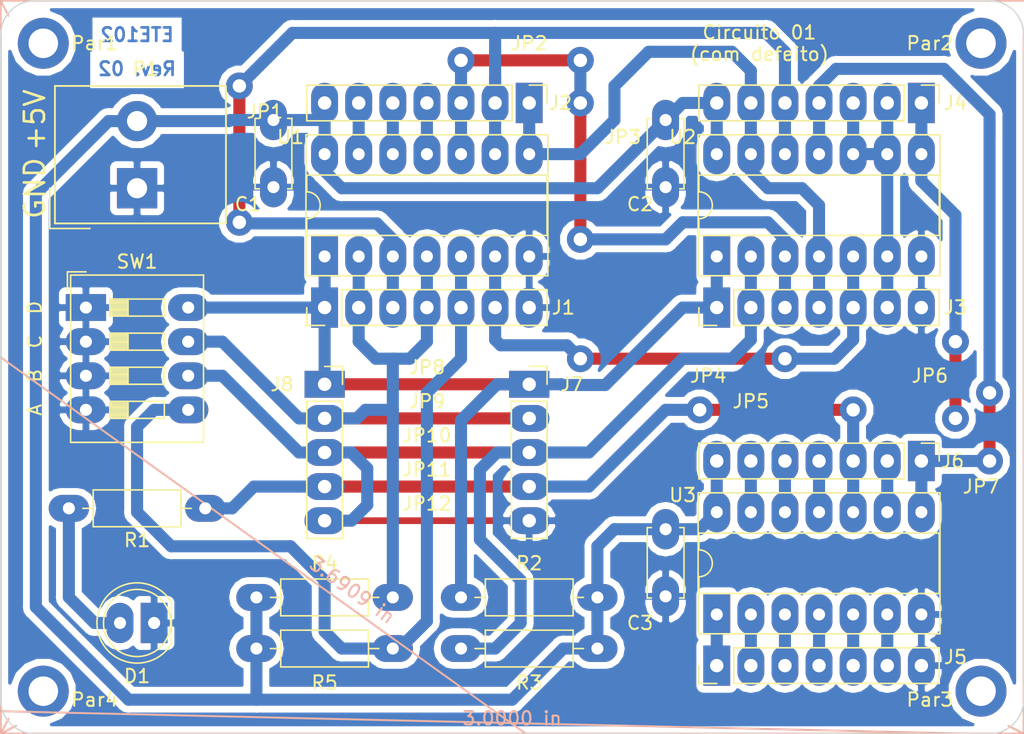
<source format=kicad_pcb>
(kicad_pcb (version 20171130) (host pcbnew "(5.0.2)-1")

  (general
    (thickness 1.6)
    (drawings 49)
    (tracks 225)
    (zones 0)
    (modules 26)
    (nets 29)
  )

  (page A4)
  (title_block
    (title "Circuito 01")
    (date 2019-04-26)
    (rev 02)
    (company "ETE102 - Fundamentos de Circuitos Digitais")
  )

  (layers
    (0 F.Cu jumper)
    (31 B.Cu signal)
    (33 F.Adhes user)
    (35 F.Paste user)
    (37 F.SilkS user)
    (38 B.Mask user)
    (39 F.Mask user)
    (40 Dwgs.User user)
    (41 Cmts.User user)
    (42 Eco1.User user)
    (43 Eco2.User user)
    (44 Edge.Cuts user)
    (45 Margin user)
    (46 B.CrtYd user hide)
    (47 F.CrtYd user hide)
    (49 F.Fab user hide)
  )

  (setup
    (last_trace_width 0.9)
    (user_trace_width 0.9)
    (user_trace_width 0.9)
    (user_trace_width 1)
    (trace_clearance 0.508)
    (zone_clearance 0.508)
    (zone_45_only no)
    (trace_min 0.9)
    (segment_width 0.2)
    (edge_width 0.1)
    (via_size 2)
    (via_drill 1)
    (via_min_size 2)
    (via_min_drill 1)
    (uvia_size 0.6)
    (uvia_drill 0.4)
    (uvias_allowed no)
    (uvia_min_size 0.2)
    (uvia_min_drill 0.1)
    (pcb_text_width 0.15)
    (pcb_text_size 1 1)
    (mod_edge_width 0.15)
    (mod_text_size 1 1)
    (mod_text_width 0.15)
    (pad_size 3 2)
    (pad_drill 1)
    (pad_to_mask_clearance 0)
    (solder_mask_min_width 0.25)
    (aux_axis_origin 0 0)
    (visible_elements 7FFFFFFF)
    (pcbplotparams
      (layerselection 0x01020_ffffffff)
      (usegerberextensions false)
      (usegerberattributes false)
      (usegerberadvancedattributes false)
      (creategerberjobfile false)
      (excludeedgelayer true)
      (linewidth 0.100000)
      (plotframeref false)
      (viasonmask false)
      (mode 1)
      (useauxorigin false)
      (hpglpennumber 1)
      (hpglpenspeed 20)
      (hpglpendiameter 15.000000)
      (psnegative false)
      (psa4output false)
      (plotreference true)
      (plotvalue false)
      (plotinvisibletext false)
      (padsonsilk false)
      (subtractmaskfromsilk false)
      (outputformat 1)
      (mirror false)
      (drillshape 0)
      (scaleselection 1)
      (outputdirectory "gerber-com-defeito/"))
  )

  (net 0 "")
  (net 1 GND)
  (net 2 "Net-(D1-Pad2)")
  (net 3 VCC)
  (net 4 /U1-01)
  (net 5 /U1-08)
  (net 6 /U2-08)
  (net 7 /U3-06)
  (net 8 /U3-05)
  (net 9 /U3-04)
  (net 10 /U3-03)
  (net 11 /U2-11)
  (net 12 /U3-10)
  (net 13 /U3-11)
  (net 14 /U3-12)
  (net 15 /U3-13)
  (net 16 /U1-02)
  (net 17 /U2-02)
  (net 18 /U1-05)
  (net 19 /U1-03)
  (net 20 /U1-10)
  (net 21 /U1-11)
  (net 22 /U1-12)
  (net 23 /U1-06)
  (net 24 /U1-13)
  (net 25 /U2-06)
  (net 26 /U3-02)
  (net 27 /U3-01)
  (net 28 /U3-09)

  (net_class Default "Esta é a classe de net default."
    (clearance 0.508)
    (trace_width 0.9)
    (via_dia 2)
    (via_drill 1)
    (uvia_dia 0.6)
    (uvia_drill 0.4)
    (diff_pair_gap 0.25)
    (diff_pair_width 0.9)
    (add_net /U1-01)
    (add_net /U1-02)
    (add_net /U1-03)
    (add_net /U1-05)
    (add_net /U1-06)
    (add_net /U1-08)
    (add_net /U1-10)
    (add_net /U1-11)
    (add_net /U1-12)
    (add_net /U1-13)
    (add_net /U2-02)
    (add_net /U2-06)
    (add_net /U2-08)
    (add_net /U2-11)
    (add_net /U3-01)
    (add_net /U3-02)
    (add_net /U3-03)
    (add_net /U3-04)
    (add_net /U3-05)
    (add_net /U3-06)
    (add_net /U3-09)
    (add_net /U3-10)
    (add_net /U3-11)
    (add_net /U3-12)
    (add_net /U3-13)
    (add_net GND)
    (add_net "Net-(D1-Pad2)")
  )

  (net_class Alimentacao ""
    (clearance 0.508)
    (trace_width 0.9)
    (via_dia 2)
    (via_drill 1)
    (uvia_dia 0.6)
    (uvia_drill 0.4)
    (diff_pair_gap 0.25)
    (diff_pair_width 0.9)
    (add_net VCC)
  )

  (module MountingHole:MountingHole_2.2mm_M2_ISO14580_Pad (layer F.Cu) (tedit 5CC38D2A) (tstamp 5CDCE2E5)
    (at 111.125 73.025)
    (descr "Mounting Hole 2.2mm, M2, ISO14580")
    (tags "mounting hole 2.2mm m2 iso14580")
    (attr virtual)
    (fp_text reference Par1 (at 3.81 0) (layer F.SilkS)
      (effects (font (size 1 1) (thickness 0.15)))
    )
    (fp_text value MountingHole_2.2mm_M2_ISO14580_Pad (at 0 2.9) (layer F.Fab) hide
      (effects (font (size 1 1) (thickness 0.15)))
    )
    (fp_text user %R (at 3.81 0 180) (layer F.Fab)
      (effects (font (size 1 1) (thickness 0.15)))
    )
    (fp_circle (center 0 0) (end 1.9 0) (layer Cmts.User) (width 0.15))
    (fp_circle (center 0 0) (end 2.15 0) (layer F.CrtYd) (width 0.05))
    (pad 1 thru_hole circle (at 0 0) (size 3.8 3.8) (drill 2.2) (layers *.Cu *.Mask))
  )

  (module MountingHole:MountingHole_2.2mm_M2_ISO14580_Pad (layer F.Cu) (tedit 5CC38D91) (tstamp 5CDCE2D7)
    (at 111.125 121.285)
    (descr "Mounting Hole 2.2mm, M2, ISO14580")
    (tags "mounting hole 2.2mm m2 iso14580")
    (attr virtual)
    (fp_text reference Par4 (at 3.81 0.635) (layer F.SilkS)
      (effects (font (size 1 1) (thickness 0.15)))
    )
    (fp_text value MountingHole_2.2mm_M2_ISO14580_Pad (at 0 2.9) (layer F.Fab) hide
      (effects (font (size 1 1) (thickness 0.15)))
    )
    (fp_circle (center 0 0) (end 2.15 0) (layer F.CrtYd) (width 0.05))
    (fp_circle (center 0 0) (end 1.9 0) (layer Cmts.User) (width 0.15))
    (fp_text user %R (at 3.81 0) (layer F.Fab)
      (effects (font (size 1 1) (thickness 0.15)))
    )
    (pad 1 thru_hole circle (at 0 0) (size 3.8 3.8) (drill 2.2) (layers *.Cu *.Mask))
  )

  (module MountingHole:MountingHole_2.2mm_M2_ISO14580_Pad (layer F.Cu) (tedit 5CC38D75) (tstamp 5CDCE2C9)
    (at 180.975 121.285)
    (descr "Mounting Hole 2.2mm, M2, ISO14580")
    (tags "mounting hole 2.2mm m2 iso14580")
    (attr virtual)
    (fp_text reference Par3 (at -3.81 0.635) (layer F.SilkS)
      (effects (font (size 1 1) (thickness 0.15)))
    )
    (fp_text value MountingHole_2.2mm_M2_ISO14580_Pad (at 0 2.9) (layer F.Fab) hide
      (effects (font (size 1 1) (thickness 0.15)))
    )
    (fp_text user %R (at -3.81 0.635) (layer F.Fab)
      (effects (font (size 1 1) (thickness 0.15)))
    )
    (fp_circle (center 0 0) (end 1.9 0) (layer Cmts.User) (width 0.15))
    (fp_circle (center 0 0) (end 2.15 0) (layer F.CrtYd) (width 0.05))
    (pad 1 thru_hole circle (at 0 0) (size 3.8 3.8) (drill 2.2) (layers *.Cu *.Mask))
  )

  (module LED_THT:LED_D5.0mm (layer F.Cu) (tedit 5CC39212) (tstamp 5CDA16AB)
    (at 119.38 116.205 180)
    (descr "LED, diameter 5.0mm, 2 pins, http://cdn-reichelt.de/documents/datenblatt/A500/LL-504BC2E-009.pdf")
    (tags "LED diameter 5.0mm 2 pins")
    (path /5B295E8B)
    (fp_text reference D1 (at 1.27 -3.96 180) (layer F.SilkS)
      (effects (font (size 1 1) (thickness 0.15)))
    )
    (fp_text value LED_ALT (at 1.27 3.96 180) (layer F.Fab)
      (effects (font (size 1 1) (thickness 0.15)))
    )
    (fp_arc (start 1.27 0) (end -1.23 -1.469694) (angle 299.1) (layer F.Fab) (width 0.1))
    (fp_arc (start 1.27 0) (end -1.29 -1.54483) (angle 148.9) (layer F.SilkS) (width 0.12))
    (fp_arc (start 1.27 0) (end -1.29 1.54483) (angle -148.9) (layer F.SilkS) (width 0.12))
    (fp_circle (center 1.27 0) (end 3.77 0) (layer F.Fab) (width 0.1))
    (fp_circle (center 1.27 0) (end 3.77 0) (layer F.SilkS) (width 0.12))
    (fp_line (start -1.23 -1.469694) (end -1.23 1.469694) (layer F.Fab) (width 0.1))
    (fp_line (start -1.29 -1.545) (end -1.29 1.545) (layer F.SilkS) (width 0.12))
    (fp_line (start -1.95 -3.25) (end -1.95 3.25) (layer F.CrtYd) (width 0.05))
    (fp_line (start -1.95 3.25) (end 4.5 3.25) (layer F.CrtYd) (width 0.05))
    (fp_line (start 4.5 3.25) (end 4.5 -3.25) (layer F.CrtYd) (width 0.05))
    (fp_line (start 4.5 -3.25) (end -1.95 -3.25) (layer F.CrtYd) (width 0.05))
    (fp_text user %R (at 1.25 -3.81 180) (layer F.Fab)
      (effects (font (size 0.8 0.8) (thickness 0.2)))
    )
    (pad 1 thru_hole rect (at 0 0 180) (size 2 3) (drill 0.9) (layers *.Cu *.Mask)
      (net 1 GND))
    (pad 2 thru_hole oval (at 2.54 0 180) (size 2 3) (drill 0.9) (layers *.Cu *.Mask)
      (net 2 "Net-(D1-Pad2)"))
    (model ${KISYS3DMOD}/LED_THT.3dshapes/LED_D5.0mm.wrl
      (at (xyz 0 0 0))
      (scale (xyz 1 1 1))
      (rotate (xyz 0 0 0))
    )
  )

  (module Connector_PinSocket_2.54mm:PinSocket_1x05_P2.54mm_Vertical (layer F.Cu) (tedit 5CC23B21) (tstamp 5CDB77B7)
    (at 132.08 98.425)
    (descr "Through hole straight socket strip, 1x05, 2.54mm pitch, single row (from Kicad 4.0.7), script generated")
    (tags "Through hole socket strip THT 1x05 2.54mm single row")
    (path /5CC8A34A)
    (fp_text reference J8 (at -3.175 0) (layer F.SilkS)
      (effects (font (size 1 1) (thickness 0.15)))
    )
    (fp_text value Conn_01x05 (at -2.54 5.08 90) (layer F.Fab)
      (effects (font (size 1 1) (thickness 0.15)))
    )
    (fp_text user %R (at 0 -1.905 180) (layer F.Fab)
      (effects (font (size 1 1) (thickness 0.15)))
    )
    (fp_line (start -1.8 11.9) (end -1.8 -1.8) (layer F.CrtYd) (width 0.05))
    (fp_line (start 1.75 11.9) (end -1.8 11.9) (layer F.CrtYd) (width 0.05))
    (fp_line (start 1.75 -1.8) (end 1.75 11.9) (layer F.CrtYd) (width 0.05))
    (fp_line (start -1.8 -1.8) (end 1.75 -1.8) (layer F.CrtYd) (width 0.05))
    (fp_line (start 0 -1.33) (end 1.33 -1.33) (layer F.SilkS) (width 0.12))
    (fp_line (start 1.33 -1.33) (end 1.33 0) (layer F.SilkS) (width 0.12))
    (fp_line (start 1.33 1.27) (end 1.33 11.49) (layer F.SilkS) (width 0.12))
    (fp_line (start -1.33 11.49) (end 1.33 11.49) (layer F.SilkS) (width 0.12))
    (fp_line (start -1.33 1.27) (end -1.33 11.49) (layer F.SilkS) (width 0.12))
    (fp_line (start -1.33 1.27) (end 1.33 1.27) (layer F.SilkS) (width 0.12))
    (fp_line (start -1.27 11.43) (end -1.27 -1.27) (layer F.Fab) (width 0.1))
    (fp_line (start 1.27 11.43) (end -1.27 11.43) (layer F.Fab) (width 0.1))
    (fp_line (start 1.27 -0.635) (end 1.27 11.43) (layer F.Fab) (width 0.1))
    (fp_line (start 0.635 -1.27) (end 1.27 -0.635) (layer F.Fab) (width 0.1))
    (fp_line (start -1.27 -1.27) (end 0.635 -1.27) (layer F.Fab) (width 0.1))
    (pad 5 thru_hole oval (at 0 10.16) (size 3 2) (drill 1) (layers *.Cu *.Mask)
      (net 17 /U2-02))
    (pad 4 thru_hole oval (at 0 7.62) (size 3 2) (drill 1) (layers *.Cu *.Mask)
      (net 12 /U3-10))
    (pad 3 thru_hole oval (at 0 5.08) (size 3 2) (drill 1) (layers *.Cu *.Mask)
      (net 17 /U2-02))
    (pad 2 thru_hole oval (at 0 2.54) (size 3 2) (drill 1) (layers *.Cu *.Mask)
      (net 16 /U1-02))
    (pad 1 thru_hole rect (at 0 0) (size 3 2) (drill 1) (layers *.Cu *.Mask)
      (net 4 /U1-01))
    (model ${KISYS3DMOD}/Connector_PinSocket_2.54mm.3dshapes/PinSocket_1x05_P2.54mm_Vertical.wrl
      (at (xyz 0 0 0))
      (scale (xyz 1 1 1))
      (rotate (xyz 0 0 0))
    )
  )

  (module Connector_PinSocket_2.54mm:PinSocket_1x05_P2.54mm_Vertical (layer F.Cu) (tedit 5A19A420) (tstamp 5CDC302C)
    (at 147.32 98.425)
    (descr "Through hole straight socket strip, 1x05, 2.54mm pitch, single row (from Kicad 4.0.7), script generated")
    (tags "Through hole socket strip THT 1x05 2.54mm single row")
    (path /5CC5816F)
    (fp_text reference J7 (at 3.175 0) (layer F.SilkS)
      (effects (font (size 1 1) (thickness 0.15)))
    )
    (fp_text value Conn_01x05 (at 2.54 5.08 90) (layer F.Fab)
      (effects (font (size 1 1) (thickness 0.15)))
    )
    (fp_text user %R (at 0 -1.905 180) (layer F.Fab)
      (effects (font (size 1 1) (thickness 0.15)))
    )
    (fp_line (start -1.8 11.9) (end -1.8 -1.8) (layer F.CrtYd) (width 0.05))
    (fp_line (start 1.75 11.9) (end -1.8 11.9) (layer F.CrtYd) (width 0.05))
    (fp_line (start 1.75 -1.8) (end 1.75 11.9) (layer F.CrtYd) (width 0.05))
    (fp_line (start -1.8 -1.8) (end 1.75 -1.8) (layer F.CrtYd) (width 0.05))
    (fp_line (start 0 -1.33) (end 1.33 -1.33) (layer F.SilkS) (width 0.12))
    (fp_line (start 1.33 -1.33) (end 1.33 0) (layer F.SilkS) (width 0.12))
    (fp_line (start 1.33 1.27) (end 1.33 11.49) (layer F.SilkS) (width 0.12))
    (fp_line (start -1.33 11.49) (end 1.33 11.49) (layer F.SilkS) (width 0.12))
    (fp_line (start -1.33 1.27) (end -1.33 11.49) (layer F.SilkS) (width 0.12))
    (fp_line (start -1.33 1.27) (end 1.33 1.27) (layer F.SilkS) (width 0.12))
    (fp_line (start -1.27 11.43) (end -1.27 -1.27) (layer F.Fab) (width 0.1))
    (fp_line (start 1.27 11.43) (end -1.27 11.43) (layer F.Fab) (width 0.1))
    (fp_line (start 1.27 -0.635) (end 1.27 11.43) (layer F.Fab) (width 0.1))
    (fp_line (start 0.635 -1.27) (end 1.27 -0.635) (layer F.Fab) (width 0.1))
    (fp_line (start -1.27 -1.27) (end 0.635 -1.27) (layer F.Fab) (width 0.1))
    (pad 5 thru_hole oval (at 0 10.16) (size 3 2) (drill 1) (layers *.Cu *.Mask)
      (net 1 GND))
    (pad 4 thru_hole oval (at 0 7.62) (size 3 2) (drill 1) (layers *.Cu *.Mask)
      (net 12 /U3-10))
    (pad 3 thru_hole oval (at 0 5.08) (size 3 2) (drill 1) (layers *.Cu *.Mask)
      (net 17 /U2-02))
    (pad 2 thru_hole oval (at 0 2.54) (size 3 2) (drill 1) (layers *.Cu *.Mask)
      (net 16 /U1-02))
    (pad 1 thru_hole rect (at 0 0) (size 3 2) (drill 1) (layers *.Cu *.Mask)
      (net 4 /U1-01))
    (model ${KISYS3DMOD}/Connector_PinSocket_2.54mm.3dshapes/PinSocket_1x05_P2.54mm_Vertical.wrl
      (at (xyz 0 0 0))
      (scale (xyz 1 1 1))
      (rotate (xyz 0 0 0))
    )
  )

  (module Capacitor_THT:C_Disc_D5.0mm_W2.5mm_P5.00mm (layer F.Cu) (tedit 5AE50EF0) (tstamp 5CCB99FA)
    (at 157.48 78.74 270)
    (descr "C, Disc series, Radial, pin pitch=5.00mm, , diameter*width=5*2.5mm^2, Capacitor, http://cdn-reichelt.de/documents/datenblatt/B300/DS_KERKO_TC.pdf")
    (tags "C Disc series Radial pin pitch 5.00mm  diameter 5mm width 2.5mm Capacitor")
    (path /5CC2315F)
    (fp_text reference C2 (at 6.27 1.905) (layer F.SilkS)
      (effects (font (size 1 1) (thickness 0.15)))
    )
    (fp_text value 10nF (at 2.5 2.5 270) (layer F.Fab)
      (effects (font (size 1 1) (thickness 0.15)))
    )
    (fp_text user %R (at 2.5 0 270) (layer F.Fab)
      (effects (font (size 1 1) (thickness 0.15)))
    )
    (fp_line (start 6.05 -1.5) (end -1.05 -1.5) (layer F.CrtYd) (width 0.05))
    (fp_line (start 6.05 1.5) (end 6.05 -1.5) (layer F.CrtYd) (width 0.05))
    (fp_line (start -1.05 1.5) (end 6.05 1.5) (layer F.CrtYd) (width 0.05))
    (fp_line (start -1.05 -1.5) (end -1.05 1.5) (layer F.CrtYd) (width 0.05))
    (fp_line (start 5.12 1.055) (end 5.12 1.37) (layer F.SilkS) (width 0.12))
    (fp_line (start 5.12 -1.37) (end 5.12 -1.055) (layer F.SilkS) (width 0.12))
    (fp_line (start -0.12 1.055) (end -0.12 1.37) (layer F.SilkS) (width 0.12))
    (fp_line (start -0.12 -1.37) (end -0.12 -1.055) (layer F.SilkS) (width 0.12))
    (fp_line (start -0.12 1.37) (end 5.12 1.37) (layer F.SilkS) (width 0.12))
    (fp_line (start -0.12 -1.37) (end 5.12 -1.37) (layer F.SilkS) (width 0.12))
    (fp_line (start 5 -1.25) (end 0 -1.25) (layer F.Fab) (width 0.1))
    (fp_line (start 5 1.25) (end 5 -1.25) (layer F.Fab) (width 0.1))
    (fp_line (start 0 1.25) (end 5 1.25) (layer F.Fab) (width 0.1))
    (fp_line (start 0 -1.25) (end 0 1.25) (layer F.Fab) (width 0.1))
    (pad 2 thru_hole oval (at 5 0 270) (size 3 2) (drill 0.9) (layers *.Cu *.Mask)
      (net 1 GND))
    (pad 1 thru_hole oval (at 0 0 270) (size 3 2) (drill 0.9) (layers *.Cu *.Mask)
      (net 3 VCC))
    (model ${KISYS3DMOD}/Capacitor_THT.3dshapes/C_Disc_D5.0mm_W2.5mm_P5.00mm.wrl
      (at (xyz 0 0 0))
      (scale (xyz 1 1 1))
      (rotate (xyz 0 0 0))
    )
  )

  (module Connector_PinHeader_2.54mm:PinHeader_1x07_P2.54mm_Vertical (layer F.Cu) (tedit 5CBE561D) (tstamp 5CDB7613)
    (at 132.08 92.71 90)
    (descr "Through hole straight pin header, 1x07, 2.54mm pitch, single row")
    (tags "Through hole pin header THT 1x07 2.54mm single row")
    (path /5CB8B7AC)
    (fp_text reference J1 (at 0 17.78) (layer F.SilkS)
      (effects (font (size 1 1) (thickness 0.15)))
    )
    (fp_text value Conn_01x07_Male (at -2.54 7.62 180) (layer F.Fab)
      (effects (font (size 1 1) (thickness 0.15)))
    )
    (fp_text user %R (at 0 17.78 180) (layer F.Fab)
      (effects (font (size 1 1) (thickness 0.15)))
    )
    (fp_line (start 1.8 -1.8) (end -1.8 -1.8) (layer F.CrtYd) (width 0.05))
    (fp_line (start 1.8 17.05) (end 1.8 -1.8) (layer F.CrtYd) (width 0.05))
    (fp_line (start -1.8 17.05) (end 1.8 17.05) (layer F.CrtYd) (width 0.05))
    (fp_line (start -1.8 -1.8) (end -1.8 17.05) (layer F.CrtYd) (width 0.05))
    (fp_line (start -1.33 -1.33) (end 0 -1.33) (layer F.SilkS) (width 0.12))
    (fp_line (start -1.33 0) (end -1.33 -1.33) (layer F.SilkS) (width 0.12))
    (fp_line (start -1.33 1.27) (end 1.33 1.27) (layer F.SilkS) (width 0.12))
    (fp_line (start 1.33 1.27) (end 1.33 16.57) (layer F.SilkS) (width 0.12))
    (fp_line (start -1.33 1.27) (end -1.33 16.57) (layer F.SilkS) (width 0.12))
    (fp_line (start -1.33 16.57) (end 1.33 16.57) (layer F.SilkS) (width 0.12))
    (fp_line (start -1.27 -0.635) (end -0.635 -1.27) (layer F.Fab) (width 0.1))
    (fp_line (start -1.27 16.51) (end -1.27 -0.635) (layer F.Fab) (width 0.1))
    (fp_line (start 1.27 16.51) (end -1.27 16.51) (layer F.Fab) (width 0.1))
    (fp_line (start 1.27 -1.27) (end 1.27 16.51) (layer F.Fab) (width 0.1))
    (fp_line (start -0.635 -1.27) (end 1.27 -1.27) (layer F.Fab) (width 0.1))
    (pad 7 thru_hole oval (at 0 15.24 90) (size 3 2) (drill 1) (layers *.Cu *.Mask)
      (net 1 GND))
    (pad 6 thru_hole oval (at 0 12.7 90) (size 3 2) (drill 1) (layers *.Cu *.Mask)
      (net 23 /U1-06))
    (pad 5 thru_hole oval (at 0 10.16 90) (size 3 2) (drill 1) (layers *.Cu *.Mask)
      (net 18 /U1-05))
    (pad 4 thru_hole oval (at 0 7.62 90) (size 3 2) (drill 1) (layers *.Cu *.Mask)
      (net 16 /U1-02))
    (pad 3 thru_hole oval (at 0 5.08 90) (size 3 2) (drill 1) (layers *.Cu *.Mask)
      (net 19 /U1-03))
    (pad 2 thru_hole oval (at 0 2.54 90) (size 3 2) (drill 1) (layers *.Cu *.Mask)
      (net 16 /U1-02))
    (pad 1 thru_hole rect (at 0 0 90) (size 3 2) (drill 1) (layers *.Cu *.Mask)
      (net 4 /U1-01))
    (model ${KISYS3DMOD}/Connector_PinHeader_2.54mm.3dshapes/PinHeader_1x07_P2.54mm_Vertical.wrl
      (at (xyz 0 0 0))
      (scale (xyz 1 1 1))
      (rotate (xyz 0 0 0))
    )
  )

  (module Connector_PinHeader_2.54mm:PinHeader_1x07_P2.54mm_Vertical (layer F.Cu) (tedit 59FED5CC) (tstamp 5CDB24BF)
    (at 147.32 77.47 270)
    (descr "Through hole straight pin header, 1x07, 2.54mm pitch, single row")
    (tags "Through hole pin header THT 1x07 2.54mm single row")
    (path /5CBA7D2F)
    (fp_text reference J2 (at 0 -2.33) (layer F.SilkS)
      (effects (font (size 1 1) (thickness 0.15)))
    )
    (fp_text value Conn_01x07_Male (at -2.54 12.7) (layer F.Fab)
      (effects (font (size 1 1) (thickness 0.15)))
    )
    (fp_line (start -0.635 -1.27) (end 1.27 -1.27) (layer F.Fab) (width 0.1))
    (fp_line (start 1.27 -1.27) (end 1.27 16.51) (layer F.Fab) (width 0.1))
    (fp_line (start 1.27 16.51) (end -1.27 16.51) (layer F.Fab) (width 0.1))
    (fp_line (start -1.27 16.51) (end -1.27 -0.635) (layer F.Fab) (width 0.1))
    (fp_line (start -1.27 -0.635) (end -0.635 -1.27) (layer F.Fab) (width 0.1))
    (fp_line (start -1.33 16.57) (end 1.33 16.57) (layer F.SilkS) (width 0.12))
    (fp_line (start -1.33 1.27) (end -1.33 16.57) (layer F.SilkS) (width 0.12))
    (fp_line (start 1.33 1.27) (end 1.33 16.57) (layer F.SilkS) (width 0.12))
    (fp_line (start -1.33 1.27) (end 1.33 1.27) (layer F.SilkS) (width 0.12))
    (fp_line (start -1.33 0) (end -1.33 -1.33) (layer F.SilkS) (width 0.12))
    (fp_line (start -1.33 -1.33) (end 0 -1.33) (layer F.SilkS) (width 0.12))
    (fp_line (start -1.8 -1.8) (end -1.8 17.05) (layer F.CrtYd) (width 0.05))
    (fp_line (start -1.8 17.05) (end 1.8 17.05) (layer F.CrtYd) (width 0.05))
    (fp_line (start 1.8 17.05) (end 1.8 -1.8) (layer F.CrtYd) (width 0.05))
    (fp_line (start 1.8 -1.8) (end -1.8 -1.8) (layer F.CrtYd) (width 0.05))
    (fp_text user %R (at 0 -2.54) (layer F.Fab)
      (effects (font (size 1 1) (thickness 0.15)))
    )
    (pad 1 thru_hole rect (at 0 0 270) (size 3 2) (drill 1) (layers *.Cu *.Mask)
      (net 5 /U1-08))
    (pad 2 thru_hole oval (at 0 2.54 270) (size 3 2) (drill 1) (layers *.Cu *.Mask)
      (net 19 /U1-03))
    (pad 3 thru_hole oval (at 0 5.08 270) (size 3 2) (drill 1) (layers *.Cu *.Mask)
      (net 20 /U1-10))
    (pad 4 thru_hole oval (at 0 7.62 270) (size 3 2) (drill 1) (layers *.Cu *.Mask)
      (net 21 /U1-11))
    (pad 5 thru_hole oval (at 0 10.16 270) (size 3 2) (drill 1) (layers *.Cu *.Mask)
      (net 22 /U1-12))
    (pad 6 thru_hole oval (at 0 12.7 270) (size 3 2) (drill 1) (layers *.Cu *.Mask)
      (net 24 /U1-13))
    (pad 7 thru_hole oval (at 0 15.24 270) (size 3 2) (drill 1) (layers *.Cu *.Mask)
      (net 3 VCC))
    (model ${KISYS3DMOD}/Connector_PinHeader_2.54mm.3dshapes/PinHeader_1x07_P2.54mm_Vertical.wrl
      (at (xyz 0 0 0))
      (scale (xyz 1 1 1))
      (rotate (xyz 0 0 0))
    )
  )

  (module Connector_PinHeader_2.54mm:PinHeader_1x07_P2.54mm_Vertical (layer F.Cu) (tedit 59FED5CC) (tstamp 5CCB8C1C)
    (at 161.29 92.71 90)
    (descr "Through hole straight pin header, 1x07, 2.54mm pitch, single row")
    (tags "Through hole pin header THT 1x07 2.54mm single row")
    (path /5CBAAE34)
    (fp_text reference J3 (at 0 17.78 180) (layer F.SilkS)
      (effects (font (size 1 1) (thickness 0.15)))
    )
    (fp_text value Conn_01x07_Male (at -2.54 1.905 180) (layer F.Fab)
      (effects (font (size 1 1) (thickness 0.15)))
    )
    (fp_text user %R (at 0 17.78 180) (layer F.Fab)
      (effects (font (size 1 1) (thickness 0.15)))
    )
    (fp_line (start 1.8 -1.8) (end -1.8 -1.8) (layer F.CrtYd) (width 0.05))
    (fp_line (start 1.8 17.05) (end 1.8 -1.8) (layer F.CrtYd) (width 0.05))
    (fp_line (start -1.8 17.05) (end 1.8 17.05) (layer F.CrtYd) (width 0.05))
    (fp_line (start -1.8 -1.8) (end -1.8 17.05) (layer F.CrtYd) (width 0.05))
    (fp_line (start -1.33 -1.33) (end 0 -1.33) (layer F.SilkS) (width 0.12))
    (fp_line (start -1.33 0) (end -1.33 -1.33) (layer F.SilkS) (width 0.12))
    (fp_line (start -1.33 1.27) (end 1.33 1.27) (layer F.SilkS) (width 0.12))
    (fp_line (start 1.33 1.27) (end 1.33 16.57) (layer F.SilkS) (width 0.12))
    (fp_line (start -1.33 1.27) (end -1.33 16.57) (layer F.SilkS) (width 0.12))
    (fp_line (start -1.33 16.57) (end 1.33 16.57) (layer F.SilkS) (width 0.12))
    (fp_line (start -1.27 -0.635) (end -0.635 -1.27) (layer F.Fab) (width 0.1))
    (fp_line (start -1.27 16.51) (end -1.27 -0.635) (layer F.Fab) (width 0.1))
    (fp_line (start 1.27 16.51) (end -1.27 16.51) (layer F.Fab) (width 0.1))
    (fp_line (start 1.27 -1.27) (end 1.27 16.51) (layer F.Fab) (width 0.1))
    (fp_line (start -0.635 -1.27) (end 1.27 -1.27) (layer F.Fab) (width 0.1))
    (pad 7 thru_hole oval (at 0 15.24 90) (size 3 2) (drill 1) (layers *.Cu *.Mask)
      (net 1 GND))
    (pad 6 thru_hole oval (at 0 12.7 90) (size 3 2) (drill 1) (layers *.Cu *.Mask)
      (net 25 /U2-06))
    (pad 5 thru_hole oval (at 0 10.16 90) (size 3 2) (drill 1) (layers *.Cu *.Mask)
      (net 23 /U1-06))
    (pad 4 thru_hole oval (at 0 7.62 90) (size 3 2) (drill 1) (layers *.Cu *.Mask)
      (net 5 /U1-08))
    (pad 3 thru_hole oval (at 0 5.08 90) (size 3 2) (drill 1) (layers *.Cu *.Mask)
      (net 20 /U1-10))
    (pad 2 thru_hole oval (at 0 2.54 90) (size 3 2) (drill 1) (layers *.Cu *.Mask)
      (net 17 /U2-02))
    (pad 1 thru_hole rect (at 0 0 90) (size 3 2) (drill 1) (layers *.Cu *.Mask)
      (net 4 /U1-01))
    (model ${KISYS3DMOD}/Connector_PinHeader_2.54mm.3dshapes/PinHeader_1x07_P2.54mm_Vertical.wrl
      (at (xyz 0 0 0))
      (scale (xyz 1 1 1))
      (rotate (xyz 0 0 0))
    )
  )

  (module Connector_PinHeader_2.54mm:PinHeader_1x07_P2.54mm_Vertical (layer F.Cu) (tedit 59FED5CC) (tstamp 5CCB8B80)
    (at 176.53 77.47 270)
    (descr "Through hole straight pin header, 1x07, 2.54mm pitch, single row")
    (tags "Through hole pin header THT 1x07 2.54mm single row")
    (path /5CBAAE49)
    (fp_text reference J4 (at 0 -2.54) (layer F.SilkS)
      (effects (font (size 1 1) (thickness 0.15)))
    )
    (fp_text value Conn_01x07_Male (at -2.54 7.62) (layer F.Fab)
      (effects (font (size 1 1) (thickness 0.15)))
    )
    (fp_line (start -0.635 -1.27) (end 1.27 -1.27) (layer F.Fab) (width 0.1))
    (fp_line (start 1.27 -1.27) (end 1.27 16.51) (layer F.Fab) (width 0.1))
    (fp_line (start 1.27 16.51) (end -1.27 16.51) (layer F.Fab) (width 0.1))
    (fp_line (start -1.27 16.51) (end -1.27 -0.635) (layer F.Fab) (width 0.1))
    (fp_line (start -1.27 -0.635) (end -0.635 -1.27) (layer F.Fab) (width 0.1))
    (fp_line (start -1.33 16.57) (end 1.33 16.57) (layer F.SilkS) (width 0.12))
    (fp_line (start -1.33 1.27) (end -1.33 16.57) (layer F.SilkS) (width 0.12))
    (fp_line (start 1.33 1.27) (end 1.33 16.57) (layer F.SilkS) (width 0.12))
    (fp_line (start -1.33 1.27) (end 1.33 1.27) (layer F.SilkS) (width 0.12))
    (fp_line (start -1.33 0) (end -1.33 -1.33) (layer F.SilkS) (width 0.12))
    (fp_line (start -1.33 -1.33) (end 0 -1.33) (layer F.SilkS) (width 0.12))
    (fp_line (start -1.8 -1.8) (end -1.8 17.05) (layer F.CrtYd) (width 0.05))
    (fp_line (start -1.8 17.05) (end 1.8 17.05) (layer F.CrtYd) (width 0.05))
    (fp_line (start 1.8 17.05) (end 1.8 -1.8) (layer F.CrtYd) (width 0.05))
    (fp_line (start 1.8 -1.8) (end -1.8 -1.8) (layer F.CrtYd) (width 0.05))
    (fp_text user %R (at 0 -2.54) (layer F.Fab)
      (effects (font (size 1 1) (thickness 0.15)))
    )
    (pad 1 thru_hole rect (at 0 0 270) (size 3 2) (drill 1) (layers *.Cu *.Mask)
      (net 6 /U2-08))
    (pad 2 thru_hole oval (at 0 2.54 270) (size 3 2) (drill 1) (layers *.Cu *.Mask)
      (net 25 /U2-06))
    (pad 3 thru_hole oval (at 0 5.08 270) (size 3 2) (drill 1) (layers *.Cu *.Mask)
      (net 25 /U2-06))
    (pad 4 thru_hole oval (at 0 7.62 270) (size 3 2) (drill 1) (layers *.Cu *.Mask)
      (net 11 /U2-11))
    (pad 5 thru_hole oval (at 0 10.16 270) (size 3 2) (drill 1) (layers *.Cu *.Mask)
      (net 19 /U1-03))
    (pad 6 thru_hole oval (at 0 12.7 270) (size 3 2) (drill 1) (layers *.Cu *.Mask)
      (net 5 /U1-08))
    (pad 7 thru_hole oval (at 0 15.24 270) (size 3 2) (drill 1) (layers *.Cu *.Mask)
      (net 3 VCC))
    (model ${KISYS3DMOD}/Connector_PinHeader_2.54mm.3dshapes/PinHeader_1x07_P2.54mm_Vertical.wrl
      (at (xyz 0 0 0))
      (scale (xyz 1 1 1))
      (rotate (xyz 0 0 0))
    )
  )

  (module Connector_PinHeader_2.54mm:PinHeader_1x07_P2.54mm_Vertical (layer F.Cu) (tedit 59FED5CC) (tstamp 5CCB9DEC)
    (at 161.29 119.38 90)
    (descr "Through hole straight pin header, 1x07, 2.54mm pitch, single row")
    (tags "Through hole pin header THT 1x07 2.54mm single row")
    (path /5CBAFBBC)
    (fp_text reference J5 (at 0.635 17.78 180) (layer F.SilkS)
      (effects (font (size 1 1) (thickness 0.15)))
    )
    (fp_text value Conn_01x07_Male (at -2.54 5.08 180) (layer F.Fab)
      (effects (font (size 1 1) (thickness 0.15)))
    )
    (fp_text user %R (at 0.635 17.78 180) (layer F.Fab)
      (effects (font (size 1 1) (thickness 0.15)))
    )
    (fp_line (start 1.8 -1.8) (end -1.8 -1.8) (layer F.CrtYd) (width 0.05))
    (fp_line (start 1.8 17.05) (end 1.8 -1.8) (layer F.CrtYd) (width 0.05))
    (fp_line (start -1.8 17.05) (end 1.8 17.05) (layer F.CrtYd) (width 0.05))
    (fp_line (start -1.8 -1.8) (end -1.8 17.05) (layer F.CrtYd) (width 0.05))
    (fp_line (start -1.33 -1.33) (end 0 -1.33) (layer F.SilkS) (width 0.12))
    (fp_line (start -1.33 0) (end -1.33 -1.33) (layer F.SilkS) (width 0.12))
    (fp_line (start -1.33 1.27) (end 1.33 1.27) (layer F.SilkS) (width 0.12))
    (fp_line (start 1.33 1.27) (end 1.33 16.57) (layer F.SilkS) (width 0.12))
    (fp_line (start -1.33 1.27) (end -1.33 16.57) (layer F.SilkS) (width 0.12))
    (fp_line (start -1.33 16.57) (end 1.33 16.57) (layer F.SilkS) (width 0.12))
    (fp_line (start -1.27 -0.635) (end -0.635 -1.27) (layer F.Fab) (width 0.1))
    (fp_line (start -1.27 16.51) (end -1.27 -0.635) (layer F.Fab) (width 0.1))
    (fp_line (start 1.27 16.51) (end -1.27 16.51) (layer F.Fab) (width 0.1))
    (fp_line (start 1.27 -1.27) (end 1.27 16.51) (layer F.Fab) (width 0.1))
    (fp_line (start -0.635 -1.27) (end 1.27 -1.27) (layer F.Fab) (width 0.1))
    (pad 7 thru_hole oval (at 0 15.24 90) (size 3 2) (drill 1) (layers *.Cu *.Mask)
      (net 1 GND))
    (pad 6 thru_hole oval (at 0 12.7 90) (size 3 2) (drill 1) (layers *.Cu *.Mask)
      (net 7 /U3-06))
    (pad 5 thru_hole oval (at 0 10.16 90) (size 3 2) (drill 1) (layers *.Cu *.Mask)
      (net 8 /U3-05))
    (pad 4 thru_hole oval (at 0 7.62 90) (size 3 2) (drill 1) (layers *.Cu *.Mask)
      (net 9 /U3-04))
    (pad 3 thru_hole oval (at 0 5.08 90) (size 3 2) (drill 1) (layers *.Cu *.Mask)
      (net 10 /U3-03))
    (pad 2 thru_hole oval (at 0 2.54 90) (size 3 2) (drill 1) (layers *.Cu *.Mask)
      (net 26 /U3-02))
    (pad 1 thru_hole rect (at 0 0 90) (size 3 2) (drill 1) (layers *.Cu *.Mask)
      (net 27 /U3-01))
    (model ${KISYS3DMOD}/Connector_PinHeader_2.54mm.3dshapes/PinHeader_1x07_P2.54mm_Vertical.wrl
      (at (xyz 0 0 0))
      (scale (xyz 1 1 1))
      (rotate (xyz 0 0 0))
    )
  )

  (module Connector_PinHeader_2.54mm:PinHeader_1x07_P2.54mm_Vertical (layer F.Cu) (tedit 59FED5CC) (tstamp 5CCB882A)
    (at 176.53 104.14 270)
    (descr "Through hole straight pin header, 1x07, 2.54mm pitch, single row")
    (tags "Through hole pin header THT 1x07 2.54mm single row")
    (path /5CBAFBD1)
    (fp_text reference J6 (at 0 -2.33) (layer F.SilkS)
      (effects (font (size 1 1) (thickness 0.15)))
    )
    (fp_text value Conn_01x07_Male (at -1.905 13.335) (layer F.Fab)
      (effects (font (size 1 1) (thickness 0.15)))
    )
    (fp_line (start -0.635 -1.27) (end 1.27 -1.27) (layer F.Fab) (width 0.1))
    (fp_line (start 1.27 -1.27) (end 1.27 16.51) (layer F.Fab) (width 0.1))
    (fp_line (start 1.27 16.51) (end -1.27 16.51) (layer F.Fab) (width 0.1))
    (fp_line (start -1.27 16.51) (end -1.27 -0.635) (layer F.Fab) (width 0.1))
    (fp_line (start -1.27 -0.635) (end -0.635 -1.27) (layer F.Fab) (width 0.1))
    (fp_line (start -1.33 16.57) (end 1.33 16.57) (layer F.SilkS) (width 0.12))
    (fp_line (start -1.33 1.27) (end -1.33 16.57) (layer F.SilkS) (width 0.12))
    (fp_line (start 1.33 1.27) (end 1.33 16.57) (layer F.SilkS) (width 0.12))
    (fp_line (start -1.33 1.27) (end 1.33 1.27) (layer F.SilkS) (width 0.12))
    (fp_line (start -1.33 0) (end -1.33 -1.33) (layer F.SilkS) (width 0.12))
    (fp_line (start -1.33 -1.33) (end 0 -1.33) (layer F.SilkS) (width 0.12))
    (fp_line (start -1.8 -1.8) (end -1.8 17.05) (layer F.CrtYd) (width 0.05))
    (fp_line (start -1.8 17.05) (end 1.8 17.05) (layer F.CrtYd) (width 0.05))
    (fp_line (start 1.8 17.05) (end 1.8 -1.8) (layer F.CrtYd) (width 0.05))
    (fp_line (start 1.8 -1.8) (end -1.8 -1.8) (layer F.CrtYd) (width 0.05))
    (fp_text user %R (at 0 -2.54) (layer F.Fab)
      (effects (font (size 1 1) (thickness 0.15)))
    )
    (pad 1 thru_hole rect (at 0 0 270) (size 3 2) (drill 1) (layers *.Cu *.Mask)
      (net 11 /U2-11))
    (pad 2 thru_hole oval (at 0 2.54 270) (size 3 2) (drill 1) (layers *.Cu *.Mask)
      (net 28 /U3-09))
    (pad 3 thru_hole oval (at 0 5.08 270) (size 3 2) (drill 1) (layers *.Cu *.Mask)
      (net 12 /U3-10))
    (pad 4 thru_hole oval (at 0 7.62 270) (size 3 2) (drill 1) (layers *.Cu *.Mask)
      (net 13 /U3-11))
    (pad 5 thru_hole oval (at 0 10.16 270) (size 3 2) (drill 1) (layers *.Cu *.Mask)
      (net 14 /U3-12))
    (pad 6 thru_hole oval (at 0 12.7 270) (size 3 2) (drill 1) (layers *.Cu *.Mask)
      (net 15 /U3-13))
    (pad 7 thru_hole oval (at 0 15.24 270) (size 3 2) (drill 1) (layers *.Cu *.Mask)
      (net 3 VCC))
    (model ${KISYS3DMOD}/Connector_PinHeader_2.54mm.3dshapes/PinHeader_1x07_P2.54mm_Vertical.wrl
      (at (xyz 0 0 0))
      (scale (xyz 1 1 1))
      (rotate (xyz 0 0 0))
    )
  )

  (module TerminalBlock_Altech:Altech_AK300_1x02_P5.00mm_45-Degree (layer F.Cu) (tedit 5CBE562E) (tstamp 5CCB87DE)
    (at 118.11 83.82 90)
    (descr "Altech AK300 serie terminal block (Script generated with StandardBox.py) (http://www.altechcorp.com/PDFS/PCBMETRC.PDF)")
    (tags "Altech AK300 serie connector")
    (path /5B189AF0)
    (fp_text reference P1 (at 8.89 0.635) (layer F.SilkS)
      (effects (font (size 1 1) (thickness 0.15)))
    )
    (fp_text value CONN_01X02 (at -3.81 0 180) (layer F.Fab)
      (effects (font (size 1 1) (thickness 0.15)))
    )
    (fp_line (start -2 -6) (end 7.5 -6) (layer F.Fab) (width 0.1))
    (fp_line (start 7.5 -6) (end 7.5 6.5) (layer F.Fab) (width 0.1))
    (fp_line (start 7.5 6.5) (end -2.5 6.5) (layer F.Fab) (width 0.1))
    (fp_line (start -2.5 6.5) (end -2.5 -5.5) (layer F.Fab) (width 0.1))
    (fp_line (start -2.5 -5.5) (end -2 -6) (layer F.Fab) (width 0.1))
    (fp_line (start -3 -3.5) (end -3 -6.5) (layer F.SilkS) (width 0.12))
    (fp_line (start -3 -6.5) (end 0 -6.5) (layer F.SilkS) (width 0.12))
    (fp_line (start -2.62 -6.12) (end 7.62 -6.12) (layer F.SilkS) (width 0.12))
    (fp_line (start 7.62 -6.12) (end 7.62 6.62) (layer F.SilkS) (width 0.12))
    (fp_line (start -2.62 6.62) (end 7.62 6.62) (layer F.SilkS) (width 0.12))
    (fp_line (start -2.62 -6.12) (end -2.62 6.62) (layer F.SilkS) (width 0.12))
    (fp_line (start -2.62 -6.12) (end 7.62 -6.12) (layer F.SilkS) (width 0.12))
    (fp_line (start 7.62 -6.12) (end 7.62 6.62) (layer F.SilkS) (width 0.12))
    (fp_line (start -2.62 6.62) (end 7.62 6.62) (layer F.SilkS) (width 0.12))
    (fp_line (start -2.62 -6.12) (end -2.62 6.62) (layer F.SilkS) (width 0.12))
    (fp_line (start -2.75 -6.25) (end 7.75 -6.25) (layer F.CrtYd) (width 0.05))
    (fp_line (start 7.75 -6.25) (end 7.75 6.75) (layer F.CrtYd) (width 0.05))
    (fp_line (start -2.75 6.75) (end 7.75 6.75) (layer F.CrtYd) (width 0.05))
    (fp_line (start -2.75 -6.25) (end -2.75 6.75) (layer F.CrtYd) (width 0.05))
    (fp_text user %R (at 2.5 0.25 180) (layer F.Fab)
      (effects (font (size 1 1) (thickness 0.15)))
    )
    (pad 1 thru_hole rect (at 0 0 90) (size 3 3) (drill 1.5) (layers *.Cu *.Mask)
      (net 1 GND))
    (pad 2 thru_hole circle (at 5 0 90) (size 3 3) (drill 1.5) (layers *.Cu *.Mask)
      (net 3 VCC))
    (model ${KISYS3DMOD}/TerminalBlock_Altech.3dshapes/Altech_AK300_1x02_P5.00mm_45-Degree.wrl
      (at (xyz 0 0 0))
      (scale (xyz 1 1 1))
      (rotate (xyz 0 0 0))
    )
    (model E:/Projetos/sisdig/1.3-laboratorio/projetos/ponta-de-prova-logica/ponta-de-prova-logica-simplificada/connector_terminal_block_02_vias_P5mm.step
      (offset (xyz -2.5 5.25 -3.25))
      (scale (xyz 1 1 1))
      (rotate (xyz -90 0 0))
    )
  )

  (module Resistor_THT:R_Axial_DIN0207_L6.3mm_D2.5mm_P10.16mm_Horizontal (layer F.Cu) (tedit 5AE5139B) (tstamp 5CDCE331)
    (at 123.19 107.665 180)
    (descr "Resistor, Axial_DIN0207 series, Axial, Horizontal, pin pitch=10.16mm, 0.25W = 1/4W, length*diameter=6.3*2.5mm^2, http://cdn-reichelt.de/documents/datenblatt/B400/1_4W%23YAG.pdf")
    (tags "Resistor Axial_DIN0207 series Axial Horizontal pin pitch 10.16mm 0.25W = 1/4W length 6.3mm diameter 2.5mm")
    (path /5B0DF334)
    (fp_text reference R1 (at 5.08 -2.37 180) (layer F.SilkS)
      (effects (font (size 1 1) (thickness 0.15)))
    )
    (fp_text value 270 (at 5.08 -0.285 180) (layer F.Fab)
      (effects (font (size 1 1) (thickness 0.15)))
    )
    (fp_line (start 1.93 -1.25) (end 1.93 1.25) (layer F.Fab) (width 0.1))
    (fp_line (start 1.93 1.25) (end 8.23 1.25) (layer F.Fab) (width 0.1))
    (fp_line (start 8.23 1.25) (end 8.23 -1.25) (layer F.Fab) (width 0.1))
    (fp_line (start 8.23 -1.25) (end 1.93 -1.25) (layer F.Fab) (width 0.1))
    (fp_line (start 0 0) (end 1.93 0) (layer F.Fab) (width 0.1))
    (fp_line (start 10.16 0) (end 8.23 0) (layer F.Fab) (width 0.1))
    (fp_line (start 1.81 -1.37) (end 1.81 1.37) (layer F.SilkS) (width 0.12))
    (fp_line (start 1.81 1.37) (end 8.35 1.37) (layer F.SilkS) (width 0.12))
    (fp_line (start 8.35 1.37) (end 8.35 -1.37) (layer F.SilkS) (width 0.12))
    (fp_line (start 8.35 -1.37) (end 1.81 -1.37) (layer F.SilkS) (width 0.12))
    (fp_line (start 1.04 0) (end 1.81 0) (layer F.SilkS) (width 0.12))
    (fp_line (start 9.12 0) (end 8.35 0) (layer F.SilkS) (width 0.12))
    (fp_line (start -1.05 -1.5) (end -1.05 1.5) (layer F.CrtYd) (width 0.05))
    (fp_line (start -1.05 1.5) (end 11.21 1.5) (layer F.CrtYd) (width 0.05))
    (fp_line (start 11.21 1.5) (end 11.21 -1.5) (layer F.CrtYd) (width 0.05))
    (fp_line (start 11.21 -1.5) (end -1.05 -1.5) (layer F.CrtYd) (width 0.05))
    (fp_text user %R (at 5.08 2.255 180) (layer F.Fab)
      (effects (font (size 1 1) (thickness 0.15)))
    )
    (pad 1 thru_hole oval (at 0 0 180) (size 3 2) (drill 0.9) (layers *.Cu *.Mask)
      (net 12 /U3-10))
    (pad 2 thru_hole oval (at 10.16 0 180) (size 3 2) (drill 0.9) (layers *.Cu *.Mask)
      (net 2 "Net-(D1-Pad2)"))
    (model ${KISYS3DMOD}/Resistor_THT.3dshapes/R_Axial_DIN0207_L6.3mm_D2.5mm_P10.16mm_Horizontal.wrl
      (at (xyz 0 0 0))
      (scale (xyz 1 1 1))
      (rotate (xyz 0 0 0))
    )
  )

  (module Resistor_THT:R_Axial_DIN0207_L6.3mm_D2.5mm_P10.16mm_Horizontal (layer F.Cu) (tedit 5CBE5710) (tstamp 5CDB2479)
    (at 152.4 114.3 180)
    (descr "Resistor, Axial_DIN0207 series, Axial, Horizontal, pin pitch=10.16mm, 0.25W = 1/4W, length*diameter=6.3*2.5mm^2, http://cdn-reichelt.de/documents/datenblatt/B400/1_4W%23YAG.pdf")
    (tags "Resistor Axial_DIN0207 series Axial Horizontal pin pitch 10.16mm 0.25W = 1/4W length 6.3mm diameter 2.5mm")
    (path /5B174684)
    (fp_text reference R2 (at 5.08 2.54 180) (layer F.SilkS)
      (effects (font (size 1 1) (thickness 0.15)))
    )
    (fp_text value 10k (at 5.08 0 180) (layer F.Fab)
      (effects (font (size 1 1) (thickness 0.15)))
    )
    (fp_text user %R (at 5.08 2.54 180) (layer F.Fab)
      (effects (font (size 1 1) (thickness 0.15)))
    )
    (fp_line (start 11.21 -1.5) (end -1.05 -1.5) (layer F.CrtYd) (width 0.05))
    (fp_line (start 11.21 1.5) (end 11.21 -1.5) (layer F.CrtYd) (width 0.05))
    (fp_line (start -1.05 1.5) (end 11.21 1.5) (layer F.CrtYd) (width 0.05))
    (fp_line (start -1.05 -1.5) (end -1.05 1.5) (layer F.CrtYd) (width 0.05))
    (fp_line (start 9.12 0) (end 8.35 0) (layer F.SilkS) (width 0.12))
    (fp_line (start 1.04 0) (end 1.81 0) (layer F.SilkS) (width 0.12))
    (fp_line (start 8.35 -1.37) (end 1.81 -1.37) (layer F.SilkS) (width 0.12))
    (fp_line (start 8.35 1.37) (end 8.35 -1.37) (layer F.SilkS) (width 0.12))
    (fp_line (start 1.81 1.37) (end 8.35 1.37) (layer F.SilkS) (width 0.12))
    (fp_line (start 1.81 -1.37) (end 1.81 1.37) (layer F.SilkS) (width 0.12))
    (fp_line (start 10.16 0) (end 8.23 0) (layer F.Fab) (width 0.1))
    (fp_line (start 0 0) (end 1.93 0) (layer F.Fab) (width 0.1))
    (fp_line (start 8.23 -1.25) (end 1.93 -1.25) (layer F.Fab) (width 0.1))
    (fp_line (start 8.23 1.25) (end 8.23 -1.25) (layer F.Fab) (width 0.1))
    (fp_line (start 1.93 1.25) (end 8.23 1.25) (layer F.Fab) (width 0.1))
    (fp_line (start 1.93 -1.25) (end 1.93 1.25) (layer F.Fab) (width 0.1))
    (pad 2 thru_hole oval (at 10.16 0 180) (size 3 2) (drill 0.9) (layers *.Cu *.Mask)
      (net 4 /U1-01))
    (pad 1 thru_hole oval (at 0 0 180) (size 3 2) (drill 0.9) (layers *.Cu *.Mask)
      (net 3 VCC))
    (model ${KISYS3DMOD}/Resistor_THT.3dshapes/R_Axial_DIN0207_L6.3mm_D2.5mm_P10.16mm_Horizontal.wrl
      (at (xyz 0 0 0))
      (scale (xyz 1 1 1))
      (rotate (xyz 0 0 0))
    )
  )

  (module Resistor_THT:R_Axial_DIN0207_L6.3mm_D2.5mm_P10.16mm_Horizontal (layer F.Cu) (tedit 5CBE5754) (tstamp 5CDB2437)
    (at 152.4 118.11 180)
    (descr "Resistor, Axial_DIN0207 series, Axial, Horizontal, pin pitch=10.16mm, 0.25W = 1/4W, length*diameter=6.3*2.5mm^2, http://cdn-reichelt.de/documents/datenblatt/B400/1_4W%23YAG.pdf")
    (tags "Resistor Axial_DIN0207 series Axial Horizontal pin pitch 10.16mm 0.25W = 1/4W length 6.3mm diameter 2.5mm")
    (path /5B174ABC)
    (fp_text reference R3 (at 5.08 -2.54 180) (layer F.SilkS)
      (effects (font (size 1 1) (thickness 0.15)))
    )
    (fp_text value 10k (at 5.08 0 180) (layer F.Fab)
      (effects (font (size 1 1) (thickness 0.15)))
    )
    (fp_line (start 1.93 -1.25) (end 1.93 1.25) (layer F.Fab) (width 0.1))
    (fp_line (start 1.93 1.25) (end 8.23 1.25) (layer F.Fab) (width 0.1))
    (fp_line (start 8.23 1.25) (end 8.23 -1.25) (layer F.Fab) (width 0.1))
    (fp_line (start 8.23 -1.25) (end 1.93 -1.25) (layer F.Fab) (width 0.1))
    (fp_line (start 0 0) (end 1.93 0) (layer F.Fab) (width 0.1))
    (fp_line (start 10.16 0) (end 8.23 0) (layer F.Fab) (width 0.1))
    (fp_line (start 1.81 -1.37) (end 1.81 1.37) (layer F.SilkS) (width 0.12))
    (fp_line (start 1.81 1.37) (end 8.35 1.37) (layer F.SilkS) (width 0.12))
    (fp_line (start 8.35 1.37) (end 8.35 -1.37) (layer F.SilkS) (width 0.12))
    (fp_line (start 8.35 -1.37) (end 1.81 -1.37) (layer F.SilkS) (width 0.12))
    (fp_line (start 1.04 0) (end 1.81 0) (layer F.SilkS) (width 0.12))
    (fp_line (start 9.12 0) (end 8.35 0) (layer F.SilkS) (width 0.12))
    (fp_line (start -1.05 -1.5) (end -1.05 1.5) (layer F.CrtYd) (width 0.05))
    (fp_line (start -1.05 1.5) (end 11.21 1.5) (layer F.CrtYd) (width 0.05))
    (fp_line (start 11.21 1.5) (end 11.21 -1.5) (layer F.CrtYd) (width 0.05))
    (fp_line (start 11.21 -1.5) (end -1.05 -1.5) (layer F.CrtYd) (width 0.05))
    (fp_text user %R (at 5.08 -2.54 180) (layer F.Fab)
      (effects (font (size 1 1) (thickness 0.15)))
    )
    (pad 1 thru_hole oval (at 0 0 180) (size 3 2) (drill 0.9) (layers *.Cu *.Mask)
      (net 3 VCC))
    (pad 2 thru_hole oval (at 10.16 0 180) (size 3 2) (drill 0.9) (layers *.Cu *.Mask)
      (net 17 /U2-02))
    (model ${KISYS3DMOD}/Resistor_THT.3dshapes/R_Axial_DIN0207_L6.3mm_D2.5mm_P10.16mm_Horizontal.wrl
      (at (xyz 0 0 0))
      (scale (xyz 1 1 1))
      (rotate (xyz 0 0 0))
    )
  )

  (module Resistor_THT:R_Axial_DIN0207_L6.3mm_D2.5mm_P10.16mm_Horizontal (layer F.Cu) (tedit 5CBE573B) (tstamp 5CDB23F5)
    (at 127 114.3)
    (descr "Resistor, Axial_DIN0207 series, Axial, Horizontal, pin pitch=10.16mm, 0.25W = 1/4W, length*diameter=6.3*2.5mm^2, http://cdn-reichelt.de/documents/datenblatt/B400/1_4W%23YAG.pdf")
    (tags "Resistor Axial_DIN0207 series Axial Horizontal pin pitch 10.16mm 0.25W = 1/4W length 6.3mm diameter 2.5mm")
    (path /5B174B13)
    (fp_text reference R4 (at 5.08 -2.54) (layer F.SilkS)
      (effects (font (size 1 1) (thickness 0.15)))
    )
    (fp_text value 10k (at 5.08 0) (layer F.Fab)
      (effects (font (size 1 1) (thickness 0.15)))
    )
    (fp_text user %R (at 5.08 -2.54) (layer F.Fab)
      (effects (font (size 1 1) (thickness 0.15)))
    )
    (fp_line (start 11.21 -1.5) (end -1.05 -1.5) (layer F.CrtYd) (width 0.05))
    (fp_line (start 11.21 1.5) (end 11.21 -1.5) (layer F.CrtYd) (width 0.05))
    (fp_line (start -1.05 1.5) (end 11.21 1.5) (layer F.CrtYd) (width 0.05))
    (fp_line (start -1.05 -1.5) (end -1.05 1.5) (layer F.CrtYd) (width 0.05))
    (fp_line (start 9.12 0) (end 8.35 0) (layer F.SilkS) (width 0.12))
    (fp_line (start 1.04 0) (end 1.81 0) (layer F.SilkS) (width 0.12))
    (fp_line (start 8.35 -1.37) (end 1.81 -1.37) (layer F.SilkS) (width 0.12))
    (fp_line (start 8.35 1.37) (end 8.35 -1.37) (layer F.SilkS) (width 0.12))
    (fp_line (start 1.81 1.37) (end 8.35 1.37) (layer F.SilkS) (width 0.12))
    (fp_line (start 1.81 -1.37) (end 1.81 1.37) (layer F.SilkS) (width 0.12))
    (fp_line (start 10.16 0) (end 8.23 0) (layer F.Fab) (width 0.1))
    (fp_line (start 0 0) (end 1.93 0) (layer F.Fab) (width 0.1))
    (fp_line (start 8.23 -1.25) (end 1.93 -1.25) (layer F.Fab) (width 0.1))
    (fp_line (start 8.23 1.25) (end 8.23 -1.25) (layer F.Fab) (width 0.1))
    (fp_line (start 1.93 1.25) (end 8.23 1.25) (layer F.Fab) (width 0.1))
    (fp_line (start 1.93 -1.25) (end 1.93 1.25) (layer F.Fab) (width 0.1))
    (pad 2 thru_hole oval (at 10.16 0) (size 3 2) (drill 0.9) (layers *.Cu *.Mask)
      (net 16 /U1-02))
    (pad 1 thru_hole oval (at 0 0) (size 3 2) (drill 0.9) (layers *.Cu *.Mask)
      (net 3 VCC))
    (model ${KISYS3DMOD}/Resistor_THT.3dshapes/R_Axial_DIN0207_L6.3mm_D2.5mm_P10.16mm_Horizontal.wrl
      (at (xyz 0 0 0))
      (scale (xyz 1 1 1))
      (rotate (xyz 0 0 0))
    )
  )

  (module Resistor_THT:R_Axial_DIN0207_L6.3mm_D2.5mm_P10.16mm_Horizontal (layer F.Cu) (tedit 5AE5139B) (tstamp 5CDB23B3)
    (at 127 118.11)
    (descr "Resistor, Axial_DIN0207 series, Axial, Horizontal, pin pitch=10.16mm, 0.25W = 1/4W, length*diameter=6.3*2.5mm^2, http://cdn-reichelt.de/documents/datenblatt/B400/1_4W%23YAG.pdf")
    (tags "Resistor Axial_DIN0207 series Axial Horizontal pin pitch 10.16mm 0.25W = 1/4W length 6.3mm diameter 2.5mm")
    (path /5B174B73)
    (fp_text reference R5 (at 5.08 2.54) (layer F.SilkS)
      (effects (font (size 1 1) (thickness 0.15)))
    )
    (fp_text value 10k (at 5.08 0) (layer F.Fab)
      (effects (font (size 1 1) (thickness 0.15)))
    )
    (fp_line (start 1.93 -1.25) (end 1.93 1.25) (layer F.Fab) (width 0.1))
    (fp_line (start 1.93 1.25) (end 8.23 1.25) (layer F.Fab) (width 0.1))
    (fp_line (start 8.23 1.25) (end 8.23 -1.25) (layer F.Fab) (width 0.1))
    (fp_line (start 8.23 -1.25) (end 1.93 -1.25) (layer F.Fab) (width 0.1))
    (fp_line (start 0 0) (end 1.93 0) (layer F.Fab) (width 0.1))
    (fp_line (start 10.16 0) (end 8.23 0) (layer F.Fab) (width 0.1))
    (fp_line (start 1.81 -1.37) (end 1.81 1.37) (layer F.SilkS) (width 0.12))
    (fp_line (start 1.81 1.37) (end 8.35 1.37) (layer F.SilkS) (width 0.12))
    (fp_line (start 8.35 1.37) (end 8.35 -1.37) (layer F.SilkS) (width 0.12))
    (fp_line (start 8.35 -1.37) (end 1.81 -1.37) (layer F.SilkS) (width 0.12))
    (fp_line (start 1.04 0) (end 1.81 0) (layer F.SilkS) (width 0.12))
    (fp_line (start 9.12 0) (end 8.35 0) (layer F.SilkS) (width 0.12))
    (fp_line (start -1.05 -1.5) (end -1.05 1.5) (layer F.CrtYd) (width 0.05))
    (fp_line (start -1.05 1.5) (end 11.21 1.5) (layer F.CrtYd) (width 0.05))
    (fp_line (start 11.21 1.5) (end 11.21 -1.5) (layer F.CrtYd) (width 0.05))
    (fp_line (start 11.21 -1.5) (end -1.05 -1.5) (layer F.CrtYd) (width 0.05))
    (fp_text user %R (at 5.08 2.54) (layer F.Fab)
      (effects (font (size 1 1) (thickness 0.15)))
    )
    (pad 1 thru_hole oval (at 0 0) (size 3 2) (drill 0.9) (layers *.Cu *.Mask)
      (net 3 VCC))
    (pad 2 thru_hole oval (at 10.16 0) (size 3 2) (drill 0.9) (layers *.Cu *.Mask)
      (net 18 /U1-05))
    (model ${KISYS3DMOD}/Resistor_THT.3dshapes/R_Axial_DIN0207_L6.3mm_D2.5mm_P10.16mm_Horizontal.wrl
      (at (xyz 0 0 0))
      (scale (xyz 1 1 1))
      (rotate (xyz 0 0 0))
    )
  )

  (module Button_Switch_THT:SW_DIP_SPSTx04_Slide_9.78x12.34mm_W7.62mm_P2.54mm (layer F.Cu) (tedit 5CBE5670) (tstamp 5CCB8474)
    (at 114.3 92.71)
    (descr "4x-dip-switch SPST , Slide, row spacing 7.62 mm (300 mils), body size 9.78x12.34mm (see e.g. https://www.ctscorp.com/wp-content/uploads/206-208.pdf)")
    (tags "DIP Switch SPST Slide 7.62mm 300mil")
    (path /5B174BFD)
    (fp_text reference SW1 (at 3.81 -3.42) (layer F.SilkS)
      (effects (font (size 1 1) (thickness 0.15)))
    )
    (fp_text value SW_DIP_x04 (at 10.16 3.81 90) (layer F.Fab)
      (effects (font (size 1 1) (thickness 0.15)))
    )
    (fp_line (start -0.08 -2.36) (end 8.7 -2.36) (layer F.Fab) (width 0.1))
    (fp_line (start 8.7 -2.36) (end 8.7 9.98) (layer F.Fab) (width 0.1))
    (fp_line (start 8.7 9.98) (end -1.08 9.98) (layer F.Fab) (width 0.1))
    (fp_line (start -1.08 9.98) (end -1.08 -1.36) (layer F.Fab) (width 0.1))
    (fp_line (start -1.08 -1.36) (end -0.08 -2.36) (layer F.Fab) (width 0.1))
    (fp_line (start 1.78 -0.635) (end 1.78 0.635) (layer F.Fab) (width 0.1))
    (fp_line (start 1.78 0.635) (end 5.84 0.635) (layer F.Fab) (width 0.1))
    (fp_line (start 5.84 0.635) (end 5.84 -0.635) (layer F.Fab) (width 0.1))
    (fp_line (start 5.84 -0.635) (end 1.78 -0.635) (layer F.Fab) (width 0.1))
    (fp_line (start 1.78 -0.535) (end 3.133333 -0.535) (layer F.Fab) (width 0.1))
    (fp_line (start 1.78 -0.435) (end 3.133333 -0.435) (layer F.Fab) (width 0.1))
    (fp_line (start 1.78 -0.335) (end 3.133333 -0.335) (layer F.Fab) (width 0.1))
    (fp_line (start 1.78 -0.235) (end 3.133333 -0.235) (layer F.Fab) (width 0.1))
    (fp_line (start 1.78 -0.135) (end 3.133333 -0.135) (layer F.Fab) (width 0.1))
    (fp_line (start 1.78 -0.035) (end 3.133333 -0.035) (layer F.Fab) (width 0.1))
    (fp_line (start 1.78 0.065) (end 3.133333 0.065) (layer F.Fab) (width 0.1))
    (fp_line (start 1.78 0.165) (end 3.133333 0.165) (layer F.Fab) (width 0.1))
    (fp_line (start 1.78 0.265) (end 3.133333 0.265) (layer F.Fab) (width 0.1))
    (fp_line (start 1.78 0.365) (end 3.133333 0.365) (layer F.Fab) (width 0.1))
    (fp_line (start 1.78 0.465) (end 3.133333 0.465) (layer F.Fab) (width 0.1))
    (fp_line (start 1.78 0.565) (end 3.133333 0.565) (layer F.Fab) (width 0.1))
    (fp_line (start 3.133333 -0.635) (end 3.133333 0.635) (layer F.Fab) (width 0.1))
    (fp_line (start 1.78 1.905) (end 1.78 3.175) (layer F.Fab) (width 0.1))
    (fp_line (start 1.78 3.175) (end 5.84 3.175) (layer F.Fab) (width 0.1))
    (fp_line (start 5.84 3.175) (end 5.84 1.905) (layer F.Fab) (width 0.1))
    (fp_line (start 5.84 1.905) (end 1.78 1.905) (layer F.Fab) (width 0.1))
    (fp_line (start 1.78 2.005) (end 3.133333 2.005) (layer F.Fab) (width 0.1))
    (fp_line (start 1.78 2.105) (end 3.133333 2.105) (layer F.Fab) (width 0.1))
    (fp_line (start 1.78 2.205) (end 3.133333 2.205) (layer F.Fab) (width 0.1))
    (fp_line (start 1.78 2.305) (end 3.133333 2.305) (layer F.Fab) (width 0.1))
    (fp_line (start 1.78 2.405) (end 3.133333 2.405) (layer F.Fab) (width 0.1))
    (fp_line (start 1.78 2.505) (end 3.133333 2.505) (layer F.Fab) (width 0.1))
    (fp_line (start 1.78 2.605) (end 3.133333 2.605) (layer F.Fab) (width 0.1))
    (fp_line (start 1.78 2.705) (end 3.133333 2.705) (layer F.Fab) (width 0.1))
    (fp_line (start 1.78 2.805) (end 3.133333 2.805) (layer F.Fab) (width 0.1))
    (fp_line (start 1.78 2.905) (end 3.133333 2.905) (layer F.Fab) (width 0.1))
    (fp_line (start 1.78 3.005) (end 3.133333 3.005) (layer F.Fab) (width 0.1))
    (fp_line (start 1.78 3.105) (end 3.133333 3.105) (layer F.Fab) (width 0.1))
    (fp_line (start 3.133333 1.905) (end 3.133333 3.175) (layer F.Fab) (width 0.1))
    (fp_line (start 1.78 4.445) (end 1.78 5.715) (layer F.Fab) (width 0.1))
    (fp_line (start 1.78 5.715) (end 5.84 5.715) (layer F.Fab) (width 0.1))
    (fp_line (start 5.84 5.715) (end 5.84 4.445) (layer F.Fab) (width 0.1))
    (fp_line (start 5.84 4.445) (end 1.78 4.445) (layer F.Fab) (width 0.1))
    (fp_line (start 1.78 4.545) (end 3.133333 4.545) (layer F.Fab) (width 0.1))
    (fp_line (start 1.78 4.645) (end 3.133333 4.645) (layer F.Fab) (width 0.1))
    (fp_line (start 1.78 4.745) (end 3.133333 4.745) (layer F.Fab) (width 0.1))
    (fp_line (start 1.78 4.845) (end 3.133333 4.845) (layer F.Fab) (width 0.1))
    (fp_line (start 1.78 4.945) (end 3.133333 4.945) (layer F.Fab) (width 0.1))
    (fp_line (start 1.78 5.045) (end 3.133333 5.045) (layer F.Fab) (width 0.1))
    (fp_line (start 1.78 5.145) (end 3.133333 5.145) (layer F.Fab) (width 0.1))
    (fp_line (start 1.78 5.245) (end 3.133333 5.245) (layer F.Fab) (width 0.1))
    (fp_line (start 1.78 5.345) (end 3.133333 5.345) (layer F.Fab) (width 0.1))
    (fp_line (start 1.78 5.445) (end 3.133333 5.445) (layer F.Fab) (width 0.1))
    (fp_line (start 1.78 5.545) (end 3.133333 5.545) (layer F.Fab) (width 0.1))
    (fp_line (start 1.78 5.645) (end 3.133333 5.645) (layer F.Fab) (width 0.1))
    (fp_line (start 3.133333 4.445) (end 3.133333 5.715) (layer F.Fab) (width 0.1))
    (fp_line (start 1.78 6.985) (end 1.78 8.255) (layer F.Fab) (width 0.1))
    (fp_line (start 1.78 8.255) (end 5.84 8.255) (layer F.Fab) (width 0.1))
    (fp_line (start 5.84 8.255) (end 5.84 6.985) (layer F.Fab) (width 0.1))
    (fp_line (start 5.84 6.985) (end 1.78 6.985) (layer F.Fab) (width 0.1))
    (fp_line (start 1.78 7.085) (end 3.133333 7.085) (layer F.Fab) (width 0.1))
    (fp_line (start 1.78 7.185) (end 3.133333 7.185) (layer F.Fab) (width 0.1))
    (fp_line (start 1.78 7.285) (end 3.133333 7.285) (layer F.Fab) (width 0.1))
    (fp_line (start 1.78 7.385) (end 3.133333 7.385) (layer F.Fab) (width 0.1))
    (fp_line (start 1.78 7.485) (end 3.133333 7.485) (layer F.Fab) (width 0.1))
    (fp_line (start 1.78 7.585) (end 3.133333 7.585) (layer F.Fab) (width 0.1))
    (fp_line (start 1.78 7.685) (end 3.133333 7.685) (layer F.Fab) (width 0.1))
    (fp_line (start 1.78 7.785) (end 3.133333 7.785) (layer F.Fab) (width 0.1))
    (fp_line (start 1.78 7.885) (end 3.133333 7.885) (layer F.Fab) (width 0.1))
    (fp_line (start 1.78 7.985) (end 3.133333 7.985) (layer F.Fab) (width 0.1))
    (fp_line (start 1.78 8.085) (end 3.133333 8.085) (layer F.Fab) (width 0.1))
    (fp_line (start 1.78 8.185) (end 3.133333 8.185) (layer F.Fab) (width 0.1))
    (fp_line (start 3.133333 6.985) (end 3.133333 8.255) (layer F.Fab) (width 0.1))
    (fp_line (start -1.14 -2.42) (end 8.76 -2.42) (layer F.SilkS) (width 0.12))
    (fp_line (start -1.14 10.04) (end 8.76 10.04) (layer F.SilkS) (width 0.12))
    (fp_line (start -1.14 -2.42) (end -1.14 10.04) (layer F.SilkS) (width 0.12))
    (fp_line (start 8.76 -2.42) (end 8.76 10.04) (layer F.SilkS) (width 0.12))
    (fp_line (start -1.38 -2.66) (end 0.004 -2.66) (layer F.SilkS) (width 0.12))
    (fp_line (start -1.38 -2.66) (end -1.38 -1.277) (layer F.SilkS) (width 0.12))
    (fp_line (start 1.78 -0.635) (end 1.78 0.635) (layer F.SilkS) (width 0.12))
    (fp_line (start 1.78 0.635) (end 5.84 0.635) (layer F.SilkS) (width 0.12))
    (fp_line (start 5.84 0.635) (end 5.84 -0.635) (layer F.SilkS) (width 0.12))
    (fp_line (start 5.84 -0.635) (end 1.78 -0.635) (layer F.SilkS) (width 0.12))
    (fp_line (start 1.78 -0.515) (end 3.133333 -0.515) (layer F.SilkS) (width 0.12))
    (fp_line (start 1.78 -0.395) (end 3.133333 -0.395) (layer F.SilkS) (width 0.12))
    (fp_line (start 1.78 -0.275) (end 3.133333 -0.275) (layer F.SilkS) (width 0.12))
    (fp_line (start 1.78 -0.155) (end 3.133333 -0.155) (layer F.SilkS) (width 0.12))
    (fp_line (start 1.78 -0.035) (end 3.133333 -0.035) (layer F.SilkS) (width 0.12))
    (fp_line (start 1.78 0.085) (end 3.133333 0.085) (layer F.SilkS) (width 0.12))
    (fp_line (start 1.78 0.205) (end 3.133333 0.205) (layer F.SilkS) (width 0.12))
    (fp_line (start 1.78 0.325) (end 3.133333 0.325) (layer F.SilkS) (width 0.12))
    (fp_line (start 1.78 0.445) (end 3.133333 0.445) (layer F.SilkS) (width 0.12))
    (fp_line (start 1.78 0.565) (end 3.133333 0.565) (layer F.SilkS) (width 0.12))
    (fp_line (start 3.133333 -0.635) (end 3.133333 0.635) (layer F.SilkS) (width 0.12))
    (fp_line (start 1.78 1.905) (end 1.78 3.175) (layer F.SilkS) (width 0.12))
    (fp_line (start 1.78 3.175) (end 5.84 3.175) (layer F.SilkS) (width 0.12))
    (fp_line (start 5.84 3.175) (end 5.84 1.905) (layer F.SilkS) (width 0.12))
    (fp_line (start 5.84 1.905) (end 1.78 1.905) (layer F.SilkS) (width 0.12))
    (fp_line (start 1.78 2.025) (end 3.133333 2.025) (layer F.SilkS) (width 0.12))
    (fp_line (start 1.78 2.145) (end 3.133333 2.145) (layer F.SilkS) (width 0.12))
    (fp_line (start 1.78 2.265) (end 3.133333 2.265) (layer F.SilkS) (width 0.12))
    (fp_line (start 1.78 2.385) (end 3.133333 2.385) (layer F.SilkS) (width 0.12))
    (fp_line (start 1.78 2.505) (end 3.133333 2.505) (layer F.SilkS) (width 0.12))
    (fp_line (start 1.78 2.625) (end 3.133333 2.625) (layer F.SilkS) (width 0.12))
    (fp_line (start 1.78 2.745) (end 3.133333 2.745) (layer F.SilkS) (width 0.12))
    (fp_line (start 1.78 2.865) (end 3.133333 2.865) (layer F.SilkS) (width 0.12))
    (fp_line (start 1.78 2.985) (end 3.133333 2.985) (layer F.SilkS) (width 0.12))
    (fp_line (start 1.78 3.105) (end 3.133333 3.105) (layer F.SilkS) (width 0.12))
    (fp_line (start 3.133333 1.905) (end 3.133333 3.175) (layer F.SilkS) (width 0.12))
    (fp_line (start 1.78 4.445) (end 1.78 5.715) (layer F.SilkS) (width 0.12))
    (fp_line (start 1.78 5.715) (end 5.84 5.715) (layer F.SilkS) (width 0.12))
    (fp_line (start 5.84 5.715) (end 5.84 4.445) (layer F.SilkS) (width 0.12))
    (fp_line (start 5.84 4.445) (end 1.78 4.445) (layer F.SilkS) (width 0.12))
    (fp_line (start 1.78 4.565) (end 3.133333 4.565) (layer F.SilkS) (width 0.12))
    (fp_line (start 1.78 4.685) (end 3.133333 4.685) (layer F.SilkS) (width 0.12))
    (fp_line (start 1.78 4.805) (end 3.133333 4.805) (layer F.SilkS) (width 0.12))
    (fp_line (start 1.78 4.925) (end 3.133333 4.925) (layer F.SilkS) (width 0.12))
    (fp_line (start 1.78 5.045) (end 3.133333 5.045) (layer F.SilkS) (width 0.12))
    (fp_line (start 1.78 5.165) (end 3.133333 5.165) (layer F.SilkS) (width 0.12))
    (fp_line (start 1.78 5.285) (end 3.133333 5.285) (layer F.SilkS) (width 0.12))
    (fp_line (start 1.78 5.405) (end 3.133333 5.405) (layer F.SilkS) (width 0.12))
    (fp_line (start 1.78 5.525) (end 3.133333 5.525) (layer F.SilkS) (width 0.12))
    (fp_line (start 1.78 5.645) (end 3.133333 5.645) (layer F.SilkS) (width 0.12))
    (fp_line (start 3.133333 4.445) (end 3.133333 5.715) (layer F.SilkS) (width 0.12))
    (fp_line (start 1.78 6.985) (end 1.78 8.255) (layer F.SilkS) (width 0.12))
    (fp_line (start 1.78 8.255) (end 5.84 8.255) (layer F.SilkS) (width 0.12))
    (fp_line (start 5.84 8.255) (end 5.84 6.985) (layer F.SilkS) (width 0.12))
    (fp_line (start 5.84 6.985) (end 1.78 6.985) (layer F.SilkS) (width 0.12))
    (fp_line (start 1.78 7.105) (end 3.133333 7.105) (layer F.SilkS) (width 0.12))
    (fp_line (start 1.78 7.225) (end 3.133333 7.225) (layer F.SilkS) (width 0.12))
    (fp_line (start 1.78 7.345) (end 3.133333 7.345) (layer F.SilkS) (width 0.12))
    (fp_line (start 1.78 7.465) (end 3.133333 7.465) (layer F.SilkS) (width 0.12))
    (fp_line (start 1.78 7.585) (end 3.133333 7.585) (layer F.SilkS) (width 0.12))
    (fp_line (start 1.78 7.705) (end 3.133333 7.705) (layer F.SilkS) (width 0.12))
    (fp_line (start 1.78 7.825) (end 3.133333 7.825) (layer F.SilkS) (width 0.12))
    (fp_line (start 1.78 7.945) (end 3.133333 7.945) (layer F.SilkS) (width 0.12))
    (fp_line (start 1.78 8.065) (end 3.133333 8.065) (layer F.SilkS) (width 0.12))
    (fp_line (start 1.78 8.185) (end 3.133333 8.185) (layer F.SilkS) (width 0.12))
    (fp_line (start 3.133333 6.985) (end 3.133333 8.255) (layer F.SilkS) (width 0.12))
    (fp_line (start -1.35 -2.7) (end -1.35 10.3) (layer F.CrtYd) (width 0.05))
    (fp_line (start -1.35 10.3) (end 8.95 10.3) (layer F.CrtYd) (width 0.05))
    (fp_line (start 8.95 10.3) (end 8.95 -2.7) (layer F.CrtYd) (width 0.05))
    (fp_line (start 8.95 -2.7) (end -1.35 -2.7) (layer F.CrtYd) (width 0.05))
    (fp_text user %R (at 4.445 -3.175) (layer F.Fab)
      (effects (font (size 0.8 0.8) (thickness 0.12)))
    )
    (fp_text user on (at 5.365 -1.4975) (layer F.Fab)
      (effects (font (size 0.8 0.8) (thickness 0.12)))
    )
    (pad 1 thru_hole rect (at 0 0) (size 3 2) (drill 0.9) (layers *.Cu *.Mask)
      (net 1 GND))
    (pad 5 thru_hole oval (at 7.62 7.62) (size 3 2) (drill 0.9) (layers *.Cu *.Mask)
      (net 18 /U1-05))
    (pad 2 thru_hole oval (at 0 2.54) (size 3 2) (drill 0.9) (layers *.Cu *.Mask)
      (net 1 GND))
    (pad 6 thru_hole oval (at 7.62 5.08) (size 3 2) (drill 0.9) (layers *.Cu *.Mask)
      (net 17 /U2-02))
    (pad 3 thru_hole oval (at 0 5.08) (size 3 2) (drill 0.9) (layers *.Cu *.Mask)
      (net 1 GND))
    (pad 7 thru_hole oval (at 7.62 2.54) (size 3 2) (drill 0.9) (layers *.Cu *.Mask)
      (net 16 /U1-02))
    (pad 4 thru_hole oval (at 0 7.62) (size 3 2) (drill 0.9) (layers *.Cu *.Mask)
      (net 1 GND))
    (pad 8 thru_hole oval (at 7.62 0) (size 3 2) (drill 0.9) (layers *.Cu *.Mask)
      (net 4 /U1-01))
    (model ${KISYS3DMOD}/Button_Switch_THT.3dshapes/SW_DIP_SPSTx04_Slide_9.78x12.34mm_W7.62mm_P2.54mm.wrl
      (at (xyz 0 0 0))
      (scale (xyz 1 1 1))
      (rotate (xyz 0 0 90))
    )
    (model ${KISYSMODEXTRA}/smisioto/3d-modules/3d_switch/walter/switch/dip_4-300.wrl
      (offset (xyz 3.75 -3.75 -0.75))
      (scale (xyz 1 1 1))
      (rotate (xyz 0 0 -90))
    )
  )

  (module Package_DIP:DIP-14_W7.62mm_Socket_LongPads (layer F.Cu) (tedit 5CBE55D6) (tstamp 5CDB234B)
    (at 132.08 88.9 90)
    (descr "14-lead though-hole mounted DIP package, row spacing 7.62 mm (300 mils), Socket, LongPads")
    (tags "THT DIP DIL PDIP 2.54mm 7.62mm 300mil Socket LongPads")
    (path /5B0DB788)
    (fp_text reference U1 (at 8.89 -2.54 180) (layer F.SilkS)
      (effects (font (size 1 1) (thickness 0.15)))
    )
    (fp_text value 74LS32 (at 3.81 17.57 90) (layer F.Fab)
      (effects (font (size 1 1) (thickness 0.15)))
    )
    (fp_arc (start 3.81 -1.33) (end 2.81 -1.33) (angle -180) (layer F.SilkS) (width 0.12))
    (fp_line (start 1.635 -1.27) (end 6.985 -1.27) (layer F.Fab) (width 0.1))
    (fp_line (start 6.985 -1.27) (end 6.985 16.51) (layer F.Fab) (width 0.1))
    (fp_line (start 6.985 16.51) (end 0.635 16.51) (layer F.Fab) (width 0.1))
    (fp_line (start 0.635 16.51) (end 0.635 -0.27) (layer F.Fab) (width 0.1))
    (fp_line (start 0.635 -0.27) (end 1.635 -1.27) (layer F.Fab) (width 0.1))
    (fp_line (start -1.27 -1.33) (end -1.27 16.57) (layer F.Fab) (width 0.1))
    (fp_line (start -1.27 16.57) (end 8.89 16.57) (layer F.Fab) (width 0.1))
    (fp_line (start 8.89 16.57) (end 8.89 -1.33) (layer F.Fab) (width 0.1))
    (fp_line (start 8.89 -1.33) (end -1.27 -1.33) (layer F.Fab) (width 0.1))
    (fp_line (start 2.81 -1.33) (end 1.56 -1.33) (layer F.SilkS) (width 0.12))
    (fp_line (start 1.56 -1.33) (end 1.56 16.57) (layer F.SilkS) (width 0.12))
    (fp_line (start 1.56 16.57) (end 6.06 16.57) (layer F.SilkS) (width 0.12))
    (fp_line (start 6.06 16.57) (end 6.06 -1.33) (layer F.SilkS) (width 0.12))
    (fp_line (start 6.06 -1.33) (end 4.81 -1.33) (layer F.SilkS) (width 0.12))
    (fp_line (start -1.44 -1.39) (end -1.44 16.63) (layer F.SilkS) (width 0.12))
    (fp_line (start -1.44 16.63) (end 9.06 16.63) (layer F.SilkS) (width 0.12))
    (fp_line (start 9.06 16.63) (end 9.06 -1.39) (layer F.SilkS) (width 0.12))
    (fp_line (start 9.06 -1.39) (end -1.44 -1.39) (layer F.SilkS) (width 0.12))
    (fp_line (start -1.55 -1.6) (end -1.55 16.85) (layer F.CrtYd) (width 0.05))
    (fp_line (start -1.55 16.85) (end 9.15 16.85) (layer F.CrtYd) (width 0.05))
    (fp_line (start 9.15 16.85) (end 9.15 -1.6) (layer F.CrtYd) (width 0.05))
    (fp_line (start 9.15 -1.6) (end -1.55 -1.6) (layer F.CrtYd) (width 0.05))
    (fp_text user %R (at 3.81 7.62 90) (layer F.Fab)
      (effects (font (size 1 1) (thickness 0.15)))
    )
    (pad 1 thru_hole rect (at 0 0 90) (size 3 2) (drill 0.9) (layers *.Cu *.Mask)
      (net 4 /U1-01))
    (pad 8 thru_hole oval (at 7.62 15.24 90) (size 3 2) (drill 0.9) (layers *.Cu *.Mask)
      (net 5 /U1-08))
    (pad 2 thru_hole oval (at 0 2.54 90) (size 3 2) (drill 0.9) (layers *.Cu *.Mask)
      (net 16 /U1-02))
    (pad 9 thru_hole oval (at 7.62 12.7 90) (size 3 2) (drill 0.9) (layers *.Cu *.Mask)
      (net 19 /U1-03))
    (pad 3 thru_hole oval (at 0 5.08 90) (size 3 2) (drill 0.9) (layers *.Cu *.Mask)
      (net 19 /U1-03))
    (pad 10 thru_hole oval (at 7.62 10.16 90) (size 3 2) (drill 0.9) (layers *.Cu *.Mask)
      (net 20 /U1-10))
    (pad 4 thru_hole oval (at 0 7.62 90) (size 3 2) (drill 0.9) (layers *.Cu *.Mask)
      (net 16 /U1-02))
    (pad 11 thru_hole oval (at 7.62 7.62 90) (size 3 2) (drill 0.9) (layers *.Cu *.Mask)
      (net 21 /U1-11))
    (pad 5 thru_hole oval (at 0 10.16 90) (size 3 2) (drill 0.9) (layers *.Cu *.Mask)
      (net 18 /U1-05))
    (pad 12 thru_hole oval (at 7.62 5.08 90) (size 3 2) (drill 0.9) (layers *.Cu *.Mask)
      (net 22 /U1-12))
    (pad 6 thru_hole oval (at 0 12.7 90) (size 3 2) (drill 0.9) (layers *.Cu *.Mask)
      (net 23 /U1-06))
    (pad 13 thru_hole oval (at 7.62 2.54 90) (size 3 2) (drill 0.9) (layers *.Cu *.Mask)
      (net 24 /U1-13))
    (pad 7 thru_hole oval (at 0 15.24 90) (size 3 2) (drill 0.9) (layers *.Cu *.Mask)
      (net 1 GND))
    (pad 14 thru_hole oval (at 7.62 0 90) (size 3 2) (drill 0.9) (layers *.Cu *.Mask)
      (net 3 VCC))
    (model ${KISYS3DMOD}/Package_DIP.3dshapes/DIP-14_W7.62mm_Socket.wrl
      (at (xyz 0 0 0))
      (scale (xyz 1 1 1))
      (rotate (xyz 0 0 0))
    )
  )

  (module Package_DIP:DIP-14_W7.62mm_Socket_LongPads (layer F.Cu) (tedit 5A02E8C5) (tstamp 5CCB8CC7)
    (at 161.29 88.9 90)
    (descr "14-lead though-hole mounted DIP package, row spacing 7.62 mm (300 mils), Socket, LongPads")
    (tags "THT DIP DIL PDIP 2.54mm 7.62mm 300mil Socket LongPads")
    (path /5B0DB2F1)
    (fp_text reference U2 (at 8.89 -2.54 180) (layer F.SilkS)
      (effects (font (size 1 1) (thickness 0.15)))
    )
    (fp_text value 7400 (at 3.81 17.57 90) (layer F.Fab)
      (effects (font (size 1 1) (thickness 0.15)))
    )
    (fp_arc (start 3.81 -1.33) (end 2.81 -1.33) (angle -180) (layer F.SilkS) (width 0.12))
    (fp_line (start 1.635 -1.27) (end 6.985 -1.27) (layer F.Fab) (width 0.1))
    (fp_line (start 6.985 -1.27) (end 6.985 16.51) (layer F.Fab) (width 0.1))
    (fp_line (start 6.985 16.51) (end 0.635 16.51) (layer F.Fab) (width 0.1))
    (fp_line (start 0.635 16.51) (end 0.635 -0.27) (layer F.Fab) (width 0.1))
    (fp_line (start 0.635 -0.27) (end 1.635 -1.27) (layer F.Fab) (width 0.1))
    (fp_line (start -1.27 -1.33) (end -1.27 16.57) (layer F.Fab) (width 0.1))
    (fp_line (start -1.27 16.57) (end 8.89 16.57) (layer F.Fab) (width 0.1))
    (fp_line (start 8.89 16.57) (end 8.89 -1.33) (layer F.Fab) (width 0.1))
    (fp_line (start 8.89 -1.33) (end -1.27 -1.33) (layer F.Fab) (width 0.1))
    (fp_line (start 2.81 -1.33) (end 1.56 -1.33) (layer F.SilkS) (width 0.12))
    (fp_line (start 1.56 -1.33) (end 1.56 16.57) (layer F.SilkS) (width 0.12))
    (fp_line (start 1.56 16.57) (end 6.06 16.57) (layer F.SilkS) (width 0.12))
    (fp_line (start 6.06 16.57) (end 6.06 -1.33) (layer F.SilkS) (width 0.12))
    (fp_line (start 6.06 -1.33) (end 4.81 -1.33) (layer F.SilkS) (width 0.12))
    (fp_line (start -1.44 -1.39) (end -1.44 16.63) (layer F.SilkS) (width 0.12))
    (fp_line (start -1.44 16.63) (end 9.06 16.63) (layer F.SilkS) (width 0.12))
    (fp_line (start 9.06 16.63) (end 9.06 -1.39) (layer F.SilkS) (width 0.12))
    (fp_line (start 9.06 -1.39) (end -1.44 -1.39) (layer F.SilkS) (width 0.12))
    (fp_line (start -1.55 -1.6) (end -1.55 16.85) (layer F.CrtYd) (width 0.05))
    (fp_line (start -1.55 16.85) (end 9.15 16.85) (layer F.CrtYd) (width 0.05))
    (fp_line (start 9.15 16.85) (end 9.15 -1.6) (layer F.CrtYd) (width 0.05))
    (fp_line (start 9.15 -1.6) (end -1.55 -1.6) (layer F.CrtYd) (width 0.05))
    (fp_text user %R (at 3.81 7.62 90) (layer F.Fab)
      (effects (font (size 1 1) (thickness 0.15)))
    )
    (pad 1 thru_hole rect (at 0 0 90) (size 3 2) (drill 0.9) (layers *.Cu *.Mask)
      (net 4 /U1-01))
    (pad 8 thru_hole oval (at 7.62 15.24 90) (size 3 2) (drill 0.9) (layers *.Cu *.Mask)
      (net 6 /U2-08))
    (pad 2 thru_hole oval (at 0 2.54 90) (size 3 2) (drill 0.9) (layers *.Cu *.Mask)
      (net 17 /U2-02))
    (pad 9 thru_hole oval (at 7.62 12.7 90) (size 3 2) (drill 0.9) (layers *.Cu *.Mask)
      (net 25 /U2-06))
    (pad 3 thru_hole oval (at 0 5.08 90) (size 3 2) (drill 0.9) (layers *.Cu *.Mask)
      (net 20 /U1-10))
    (pad 10 thru_hole oval (at 7.62 10.16 90) (size 3 2) (drill 0.9) (layers *.Cu *.Mask)
      (net 25 /U2-06))
    (pad 4 thru_hole oval (at 0 7.62 90) (size 3 2) (drill 0.9) (layers *.Cu *.Mask)
      (net 5 /U1-08))
    (pad 11 thru_hole oval (at 7.62 7.62 90) (size 3 2) (drill 0.9) (layers *.Cu *.Mask)
      (net 11 /U2-11))
    (pad 5 thru_hole oval (at 0 10.16 90) (size 3 2) (drill 0.9) (layers *.Cu *.Mask)
      (net 23 /U1-06))
    (pad 12 thru_hole oval (at 7.62 5.08 90) (size 3 2) (drill 0.9) (layers *.Cu *.Mask)
      (net 19 /U1-03))
    (pad 6 thru_hole oval (at 0 12.7 90) (size 3 2) (drill 0.9) (layers *.Cu *.Mask)
      (net 25 /U2-06))
    (pad 13 thru_hole oval (at 7.62 2.54 90) (size 3 2) (drill 0.9) (layers *.Cu *.Mask)
      (net 5 /U1-08))
    (pad 7 thru_hole oval (at 0 15.24 90) (size 3 2) (drill 0.9) (layers *.Cu *.Mask)
      (net 1 GND))
    (pad 14 thru_hole oval (at 7.62 0 90) (size 3 2) (drill 0.9) (layers *.Cu *.Mask)
      (net 3 VCC))
    (model ${KISYS3DMOD}/Package_DIP.3dshapes/DIP-14_W7.62mm_Socket.wrl
      (at (xyz 0 0 0))
      (scale (xyz 1 1 1))
      (rotate (xyz 0 0 0))
    )
  )

  (module Package_DIP:DIP-14_W7.62mm_Socket_LongPads (layer F.Cu) (tedit 5A02E8C5) (tstamp 5CCB8887)
    (at 161.29 115.57 90)
    (descr "14-lead though-hole mounted DIP package, row spacing 7.62 mm (300 mils), Socket, LongPads")
    (tags "THT DIP DIL PDIP 2.54mm 7.62mm 300mil Socket LongPads")
    (path /5B0DB8C7)
    (fp_text reference U3 (at 8.89 -2.54 180) (layer F.SilkS)
      (effects (font (size 1 1) (thickness 0.15)))
    )
    (fp_text value 74LS386 (at 3.81 17.57 90) (layer F.Fab)
      (effects (font (size 1 1) (thickness 0.15)))
    )
    (fp_text user %R (at 3.81 7.62 90) (layer F.Fab)
      (effects (font (size 1 1) (thickness 0.15)))
    )
    (fp_line (start 9.15 -1.6) (end -1.55 -1.6) (layer F.CrtYd) (width 0.05))
    (fp_line (start 9.15 16.85) (end 9.15 -1.6) (layer F.CrtYd) (width 0.05))
    (fp_line (start -1.55 16.85) (end 9.15 16.85) (layer F.CrtYd) (width 0.05))
    (fp_line (start -1.55 -1.6) (end -1.55 16.85) (layer F.CrtYd) (width 0.05))
    (fp_line (start 9.06 -1.39) (end -1.44 -1.39) (layer F.SilkS) (width 0.12))
    (fp_line (start 9.06 16.63) (end 9.06 -1.39) (layer F.SilkS) (width 0.12))
    (fp_line (start -1.44 16.63) (end 9.06 16.63) (layer F.SilkS) (width 0.12))
    (fp_line (start -1.44 -1.39) (end -1.44 16.63) (layer F.SilkS) (width 0.12))
    (fp_line (start 6.06 -1.33) (end 4.81 -1.33) (layer F.SilkS) (width 0.12))
    (fp_line (start 6.06 16.57) (end 6.06 -1.33) (layer F.SilkS) (width 0.12))
    (fp_line (start 1.56 16.57) (end 6.06 16.57) (layer F.SilkS) (width 0.12))
    (fp_line (start 1.56 -1.33) (end 1.56 16.57) (layer F.SilkS) (width 0.12))
    (fp_line (start 2.81 -1.33) (end 1.56 -1.33) (layer F.SilkS) (width 0.12))
    (fp_line (start 8.89 -1.33) (end -1.27 -1.33) (layer F.Fab) (width 0.1))
    (fp_line (start 8.89 16.57) (end 8.89 -1.33) (layer F.Fab) (width 0.1))
    (fp_line (start -1.27 16.57) (end 8.89 16.57) (layer F.Fab) (width 0.1))
    (fp_line (start -1.27 -1.33) (end -1.27 16.57) (layer F.Fab) (width 0.1))
    (fp_line (start 0.635 -0.27) (end 1.635 -1.27) (layer F.Fab) (width 0.1))
    (fp_line (start 0.635 16.51) (end 0.635 -0.27) (layer F.Fab) (width 0.1))
    (fp_line (start 6.985 16.51) (end 0.635 16.51) (layer F.Fab) (width 0.1))
    (fp_line (start 6.985 -1.27) (end 6.985 16.51) (layer F.Fab) (width 0.1))
    (fp_line (start 1.635 -1.27) (end 6.985 -1.27) (layer F.Fab) (width 0.1))
    (fp_arc (start 3.81 -1.33) (end 2.81 -1.33) (angle -180) (layer F.SilkS) (width 0.12))
    (pad 14 thru_hole oval (at 7.62 0 90) (size 3 2) (drill 0.9) (layers *.Cu *.Mask)
      (net 3 VCC))
    (pad 7 thru_hole oval (at 0 15.24 90) (size 3 2) (drill 0.9) (layers *.Cu *.Mask)
      (net 1 GND))
    (pad 13 thru_hole oval (at 7.62 2.54 90) (size 3 2) (drill 0.9) (layers *.Cu *.Mask)
      (net 15 /U3-13))
    (pad 6 thru_hole oval (at 0 12.7 90) (size 3 2) (drill 0.9) (layers *.Cu *.Mask)
      (net 7 /U3-06))
    (pad 12 thru_hole oval (at 7.62 5.08 90) (size 3 2) (drill 0.9) (layers *.Cu *.Mask)
      (net 14 /U3-12))
    (pad 5 thru_hole oval (at 0 10.16 90) (size 3 2) (drill 0.9) (layers *.Cu *.Mask)
      (net 8 /U3-05))
    (pad 11 thru_hole oval (at 7.62 7.62 90) (size 3 2) (drill 0.9) (layers *.Cu *.Mask)
      (net 13 /U3-11))
    (pad 4 thru_hole oval (at 0 7.62 90) (size 3 2) (drill 0.9) (layers *.Cu *.Mask)
      (net 9 /U3-04))
    (pad 10 thru_hole oval (at 7.62 10.16 90) (size 3 2) (drill 0.9) (layers *.Cu *.Mask)
      (net 12 /U3-10))
    (pad 3 thru_hole oval (at 0 5.08 90) (size 3 2) (drill 0.9) (layers *.Cu *.Mask)
      (net 10 /U3-03))
    (pad 9 thru_hole oval (at 7.62 12.7 90) (size 3 2) (drill 0.9) (layers *.Cu *.Mask)
      (net 28 /U3-09))
    (pad 2 thru_hole oval (at 0 2.54 90) (size 3 2) (drill 0.9) (layers *.Cu *.Mask)
      (net 26 /U3-02))
    (pad 8 thru_hole oval (at 7.62 15.24 90) (size 3 2) (drill 0.9) (layers *.Cu *.Mask)
      (net 11 /U2-11))
    (pad 1 thru_hole rect (at 0 0 90) (size 3 2) (drill 0.9) (layers *.Cu *.Mask)
      (net 27 /U3-01))
    (model ${KISYS3DMOD}/Package_DIP.3dshapes/DIP-14_W7.62mm_Socket.wrl
      (at (xyz 0 0 0))
      (scale (xyz 1 1 1))
      (rotate (xyz 0 0 0))
    )
  )

  (module Capacitor_THT:C_Disc_D5.0mm_W2.5mm_P5.00mm (layer F.Cu) (tedit 5CBF3912) (tstamp 5CDB22FA)
    (at 128.27 78.74 270)
    (descr "C, Disc series, Radial, pin pitch=5.00mm, , diameter*width=5*2.5mm^2, Capacitor, http://cdn-reichelt.de/documents/datenblatt/B300/DS_KERKO_TC.pdf")
    (tags "C Disc series Radial pin pitch 5.00mm  diameter 5mm width 2.5mm Capacitor")
    (path /5CBEF386)
    (fp_text reference C1 (at 6.27 1.905) (layer F.SilkS)
      (effects (font (size 1 1) (thickness 0.15)))
    )
    (fp_text value 10nF (at 8.81 0 270) (layer F.Fab)
      (effects (font (size 1 1) (thickness 0.15)))
    )
    (fp_line (start 0 -1.25) (end 0 1.25) (layer F.Fab) (width 0.1))
    (fp_line (start 0 1.25) (end 5 1.25) (layer F.Fab) (width 0.1))
    (fp_line (start 5 1.25) (end 5 -1.25) (layer F.Fab) (width 0.1))
    (fp_line (start 5 -1.25) (end 0 -1.25) (layer F.Fab) (width 0.1))
    (fp_line (start -0.12 -1.37) (end 5.12 -1.37) (layer F.SilkS) (width 0.12))
    (fp_line (start -0.12 1.37) (end 5.12 1.37) (layer F.SilkS) (width 0.12))
    (fp_line (start -0.12 -1.37) (end -0.12 -1.055) (layer F.SilkS) (width 0.12))
    (fp_line (start -0.12 1.055) (end -0.12 1.37) (layer F.SilkS) (width 0.12))
    (fp_line (start 5.12 -1.37) (end 5.12 -1.055) (layer F.SilkS) (width 0.12))
    (fp_line (start 5.12 1.055) (end 5.12 1.37) (layer F.SilkS) (width 0.12))
    (fp_line (start -1.05 -1.5) (end -1.05 1.5) (layer F.CrtYd) (width 0.05))
    (fp_line (start -1.05 1.5) (end 6.05 1.5) (layer F.CrtYd) (width 0.05))
    (fp_line (start 6.05 1.5) (end 6.05 -1.5) (layer F.CrtYd) (width 0.05))
    (fp_line (start 6.05 -1.5) (end -1.05 -1.5) (layer F.CrtYd) (width 0.05))
    (fp_text user %R (at 2.5 0 270) (layer F.Fab)
      (effects (font (size 1 1) (thickness 0.15)))
    )
    (pad 1 thru_hole oval (at 0 0 270) (size 3 2) (drill 0.9) (layers *.Cu *.Mask)
      (net 3 VCC))
    (pad 2 thru_hole oval (at 5 0 270) (size 3 2) (drill 0.9) (layers *.Cu *.Mask)
      (net 1 GND))
    (model ${KISYS3DMOD}/Capacitor_THT.3dshapes/C_Disc_D5.0mm_W2.5mm_P5.00mm.wrl
      (at (xyz 0 0 0))
      (scale (xyz 1 1 1))
      (rotate (xyz 0 0 0))
    )
  )

  (module Capacitor_THT:C_Disc_D5.0mm_W2.5mm_P5.00mm (layer F.Cu) (tedit 5AE50EF0) (tstamp 5CCB9A0F)
    (at 157.48 109.22 270)
    (descr "C, Disc series, Radial, pin pitch=5.00mm, , diameter*width=5*2.5mm^2, Capacitor, http://cdn-reichelt.de/documents/datenblatt/B300/DS_KERKO_TC.pdf")
    (tags "C Disc series Radial pin pitch 5.00mm  diameter 5mm width 2.5mm Capacitor")
    (path /5CC231B3)
    (fp_text reference C3 (at 6.985 1.905 180) (layer F.SilkS)
      (effects (font (size 1 1) (thickness 0.15)))
    )
    (fp_text value 10nF (at 2.5 2.5 270) (layer F.Fab)
      (effects (font (size 1 1) (thickness 0.15)))
    )
    (fp_line (start 0 -1.25) (end 0 1.25) (layer F.Fab) (width 0.1))
    (fp_line (start 0 1.25) (end 5 1.25) (layer F.Fab) (width 0.1))
    (fp_line (start 5 1.25) (end 5 -1.25) (layer F.Fab) (width 0.1))
    (fp_line (start 5 -1.25) (end 0 -1.25) (layer F.Fab) (width 0.1))
    (fp_line (start -0.12 -1.37) (end 5.12 -1.37) (layer F.SilkS) (width 0.12))
    (fp_line (start -0.12 1.37) (end 5.12 1.37) (layer F.SilkS) (width 0.12))
    (fp_line (start -0.12 -1.37) (end -0.12 -1.055) (layer F.SilkS) (width 0.12))
    (fp_line (start -0.12 1.055) (end -0.12 1.37) (layer F.SilkS) (width 0.12))
    (fp_line (start 5.12 -1.37) (end 5.12 -1.055) (layer F.SilkS) (width 0.12))
    (fp_line (start 5.12 1.055) (end 5.12 1.37) (layer F.SilkS) (width 0.12))
    (fp_line (start -1.05 -1.5) (end -1.05 1.5) (layer F.CrtYd) (width 0.05))
    (fp_line (start -1.05 1.5) (end 6.05 1.5) (layer F.CrtYd) (width 0.05))
    (fp_line (start 6.05 1.5) (end 6.05 -1.5) (layer F.CrtYd) (width 0.05))
    (fp_line (start 6.05 -1.5) (end -1.05 -1.5) (layer F.CrtYd) (width 0.05))
    (fp_text user %R (at 2.5 0 270) (layer F.Fab)
      (effects (font (size 1 1) (thickness 0.15)))
    )
    (pad 1 thru_hole oval (at 0 0 270) (size 3 2) (drill 0.9) (layers *.Cu *.Mask)
      (net 3 VCC))
    (pad 2 thru_hole oval (at 5 0 270) (size 3 2) (drill 0.9) (layers *.Cu *.Mask)
      (net 1 GND))
    (model ${KISYS3DMOD}/Capacitor_THT.3dshapes/C_Disc_D5.0mm_W2.5mm_P5.00mm.wrl
      (at (xyz 0 0 0))
      (scale (xyz 1 1 1))
      (rotate (xyz 0 0 0))
    )
  )

  (module MountingHole:MountingHole_2.2mm_M2_ISO14580_Pad (layer F.Cu) (tedit 5CC38D3A) (tstamp 5CDCE2A1)
    (at 180.975 73.025)
    (descr "Mounting Hole 2.2mm, M2, ISO14580")
    (tags "mounting hole 2.2mm m2 iso14580")
    (attr virtual)
    (fp_text reference Par2 (at -3.81 0) (layer F.SilkS)
      (effects (font (size 1 1) (thickness 0.15)))
    )
    (fp_text value MountingHole_2.2mm_M2_ISO14580_Pad (at 0 2.9) (layer F.Fab) hide
      (effects (font (size 1 1) (thickness 0.15)))
    )
    (fp_circle (center 0 0) (end 2.15 0) (layer F.CrtYd) (width 0.05))
    (fp_circle (center 0 0) (end 1.9 0) (layer Cmts.User) (width 0.15))
    (fp_text user %R (at -3.81 0) (layer F.Fab)
      (effects (font (size 1 1) (thickness 0.15)))
    )
    (pad 1 thru_hole circle (at 0 0) (size 3.8 3.8) (drill 2.2) (layers *.Cu *.Mask))
  )

  (dimension 54.61 (width 0.15) (layer B.SilkS)
    (gr_text "54,610 mm" (at 106.65 97.155 270) (layer B.SilkS)
      (effects (font (size 1 1) (thickness 0.15)))
    )
    (feature1 (pts (xy 184.15 124.46) (xy 107.363579 124.46)))
    (feature2 (pts (xy 184.15 69.85) (xy 107.363579 69.85)))
    (crossbar (pts (xy 107.95 69.85) (xy 107.95 124.46)))
    (arrow1a (pts (xy 107.95 124.46) (xy 107.363579 123.333496)))
    (arrow1b (pts (xy 107.95 124.46) (xy 108.536421 123.333496)))
    (arrow2a (pts (xy 107.95 69.85) (xy 107.363579 70.976504)))
    (arrow2b (pts (xy 107.95 69.85) (xy 108.536421 70.976504)))
  )
  (dimension 76.2 (width 0.15) (layer B.SilkS)
    (gr_text "76,200 mm" (at 146.05 125.76) (layer B.SilkS)
      (effects (font (size 1 1) (thickness 0.15)))
    )
    (feature1 (pts (xy 184.15 124.46) (xy 184.15 125.046421)))
    (feature2 (pts (xy 107.95 124.46) (xy 107.95 125.046421)))
    (crossbar (pts (xy 107.95 124.46) (xy 184.15 124.46)))
    (arrow1a (pts (xy 184.15 124.46) (xy 183.023496 125.046421)))
    (arrow1b (pts (xy 184.15 124.46) (xy 183.023496 123.873579)))
    (arrow2a (pts (xy 107.95 124.46) (xy 109.076504 125.046421)))
    (arrow2b (pts (xy 107.95 124.46) (xy 109.076504 123.873579)))
  )
  (dimension 93.748025 (width 0.15) (layer B.SilkS)
    (gr_text "93,748 mm" (at 132.715087 115.761854 -35.62790729) (layer B.SilkS)
      (effects (font (size 1 1) (thickness 0.15)))
    )
    (feature1 (pts (xy 107.95 69.85) (xy 95.030761 87.876845)))
    (feature2 (pts (xy 184.15 124.46) (xy 171.230761 142.486845)))
    (crossbar (pts (xy 171.572362 142.010192) (xy 95.372362 87.400192)))
    (arrow1a (pts (xy 95.372362 87.400192) (xy 96.629605 87.579749)))
    (arrow1b (pts (xy 95.372362 87.400192) (xy 95.946402 88.533055)))
    (arrow2a (pts (xy 171.572362 142.010192) (xy 170.998322 140.877329)))
    (arrow2b (pts (xy 171.572362 142.010192) (xy 170.315119 141.830635)))
  )
  (dimension 54.624765 (width 0.15) (layer B.SilkS)
    (gr_text "54,625 mm" (at 106.055167 95.412679 88.66778015) (layer B.SilkS)
      (effects (font (size 1 1) (thickness 0.15)))
    )
    (feature1 (pts (xy 180.34 124.46) (xy 106.133554 122.734269)))
    (feature2 (pts (xy 181.61 69.85) (xy 107.403554 68.124269)))
    (crossbar (pts (xy 107.989816 68.137903) (xy 106.719816 122.747903)))
    (arrow1a (pts (xy 106.719816 122.747903) (xy 106.159744 121.60807)))
    (arrow1b (pts (xy 106.719816 122.747903) (xy 107.332269 121.635338)))
    (arrow2a (pts (xy 107.989816 68.137903) (xy 107.377363 69.250468)))
    (arrow2b (pts (xy 107.989816 68.137903) (xy 108.549888 69.277736)))
  )
  (dimension 76.2 (width 0.15) (layer B.SilkS)
    (gr_text "76,200 mm" (at 146.05 125.76) (layer B.SilkS)
      (effects (font (size 1 1) (thickness 0.15)))
    )
    (feature1 (pts (xy 184.15 72.39) (xy 184.15 125.046421)))
    (feature2 (pts (xy 107.95 72.39) (xy 107.95 125.046421)))
    (crossbar (pts (xy 107.95 124.46) (xy 184.15 124.46)))
    (arrow1a (pts (xy 184.15 124.46) (xy 183.023496 125.046421)))
    (arrow1b (pts (xy 184.15 124.46) (xy 183.023496 123.873579)))
    (arrow2a (pts (xy 107.95 124.46) (xy 109.076504 125.046421)))
    (arrow2b (pts (xy 107.95 124.46) (xy 109.076504 123.873579)))
  )
  (gr_text JP12 (at 139.7 107.315) (layer F.SilkS) (tstamp 5D8E96F8)
    (effects (font (size 1 1) (thickness 0.15)))
  )
  (gr_text JP11 (at 139.7 104.775) (layer F.Fab) (tstamp 5CDD7299)
    (effects (font (size 1 1) (thickness 0.15)))
  )
  (gr_text JP10 (at 139.7 102.235) (layer F.Fab) (tstamp 5CDD7297)
    (effects (font (size 1 1) (thickness 0.15)))
  )
  (gr_text JP9 (at 139.7 99.695) (layer F.Fab) (tstamp 5CDD7295)
    (effects (font (size 1 1) (thickness 0.15)))
  )
  (gr_text JP8 (at 139.7 97.155) (layer F.Fab) (tstamp 5CDD7293)
    (effects (font (size 1 1) (thickness 0.15)))
  )
  (gr_text JP7 (at 180.975 106.045) (layer F.Fab) (tstamp 5CDD7291)
    (effects (font (size 1 1) (thickness 0.15)))
  )
  (gr_text JP6 (at 177.165 97.79) (layer F.Fab) (tstamp 5CDD728F)
    (effects (font (size 1 1) (thickness 0.15)))
  )
  (gr_text JP5 (at 163.83 99.695) (layer F.Fab) (tstamp 5CDD728D)
    (effects (font (size 1 1) (thickness 0.15)))
  )
  (gr_text JP4 (at 160.655 97.79) (layer F.Fab) (tstamp 5CDD728B)
    (effects (font (size 1 1) (thickness 0.15)))
  )
  (gr_text JP3 (at 154.305 80.01) (layer F.Fab) (tstamp 5CDD7289)
    (effects (font (size 1 1) (thickness 0.15)))
  )
  (gr_text JP2 (at 147.32 73.025) (layer F.Fab) (tstamp 5CDD7287)
    (effects (font (size 1 1) (thickness 0.15)))
  )
  (gr_text JP1 (at 127.635 78.105) (layer F.Fab) (tstamp 5CDD727F)
    (effects (font (size 1 1) (thickness 0.15)))
  )
  (gr_text "Rev. 02" (at 118.11 74.93) (layer B.Cu) (tstamp 5CDCC824)
    (effects (font (size 1 1) (thickness 0.2)) (justify mirror))
  )
  (gr_text ETE102 (at 118.11 72.39) (layer B.Cu)
    (effects (font (size 1 1) (thickness 0.2)) (justify mirror))
  )
  (gr_text "Circuito 01\n(com defeito)" (at 164.465 73.025) (layer F.SilkS)
    (effects (font (size 1 1) (thickness 0.15)))
  )
  (gr_text A (at 110.49 100.33 90) (layer F.SilkS) (tstamp 5CDC96D5)
    (effects (font (size 1 1) (thickness 0.15)))
  )
  (gr_text B (at 110.49 97.79 90) (layer F.SilkS) (tstamp 5CDC9523)
    (effects (font (size 1 1) (thickness 0.15)))
  )
  (gr_text C (at 110.49 95.25 90) (layer F.SilkS) (tstamp 5CDC9371)
    (effects (font (size 1 1) (thickness 0.15)))
  )
  (gr_text D (at 110.49 92.71 90) (layer F.SilkS)
    (effects (font (size 1 1) (thickness 0.15)))
  )
  (gr_text JP7 (at 180.975 106.045) (layer F.SilkS) (tstamp 5CDC79E3)
    (effects (font (size 1 1) (thickness 0.15)))
  )
  (gr_text JP6 (at 177.165 97.79) (layer F.SilkS) (tstamp 5CDC79E1)
    (effects (font (size 1 1) (thickness 0.15)))
  )
  (gr_text JP5 (at 163.83 99.695) (layer F.SilkS) (tstamp 5CDC79DF)
    (effects (font (size 1 1) (thickness 0.15)))
  )
  (gr_text JP4 (at 160.655 97.79) (layer F.SilkS) (tstamp 5CDC79DD)
    (effects (font (size 1 1) (thickness 0.15)))
  )
  (gr_text JP11 (at 139.7 104.775) (layer F.SilkS) (tstamp 5D8E96F2)
    (effects (font (size 1 1) (thickness 0.15)))
  )
  (gr_text JP10 (at 139.7 102.235) (layer F.SilkS) (tstamp 5CDC79D9)
    (effects (font (size 1 1) (thickness 0.15)))
  )
  (gr_text JP9 (at 139.7 99.695) (layer F.SilkS) (tstamp 5CDC79D7)
    (effects (font (size 1 1) (thickness 0.15)))
  )
  (gr_text JP8 (at 139.7 97.155) (layer F.SilkS) (tstamp 5CDC79D5)
    (effects (font (size 1 1) (thickness 0.15)))
  )
  (gr_text JP3 (at 154.305 80.01) (layer F.SilkS) (tstamp 5CDC79D3)
    (effects (font (size 1 1) (thickness 0.15)))
  )
  (gr_text JP2 (at 147.32 73.025) (layer F.SilkS) (tstamp 5CDC79D1)
    (effects (font (size 1 1) (thickness 0.15)))
  )
  (gr_text JP1 (at 127.635 78.105) (layer F.SilkS)
    (effects (font (size 1 1) (thickness 0.15)))
  )
  (gr_text GND (at 110.49 83.82 90) (layer F.SilkS)
    (effects (font (size 1.5 1.5) (thickness 0.2)))
  )
  (gr_text +5V (at 110.49 78.74 90) (layer F.SilkS)
    (effects (font (size 1.5 1.5) (thickness 0.2)))
  )
  (gr_arc (start 181.61 121.92) (end 181.61 124.46) (angle -90) (layer Edge.Cuts) (width 0.1) (tstamp 5CCB8A54))
  (gr_arc (start 181.61 72.39) (end 184.15 72.39) (angle -90) (layer Edge.Cuts) (width 0.1) (tstamp 5CCB8D98))
  (gr_arc (start 110.49 72.39) (end 110.49 69.85) (angle -90) (layer Edge.Cuts) (width 0.1) (tstamp 5CCB8A4F))
  (gr_arc (start 110.49 121.92) (end 107.95 121.92) (angle -90) (layer Edge.Cuts) (width 0.1))
  (gr_line (start 107.95 121.92) (end 107.95 72.39) (angle 90) (layer Edge.Cuts) (width 0.1) (tstamp 5CCB8A1A))
  (gr_line (start 181.61 124.46) (end 110.49 124.46) (angle 90) (layer Edge.Cuts) (width 0.1) (tstamp 5CCB8A14))
  (gr_line (start 184.15 72.39) (end 184.15 121.92) (angle 90) (layer Edge.Cuts) (width 0.1) (tstamp 5CCB8D9E))
  (gr_line (start 110.49 69.85) (end 181.61 69.85) (angle 90) (layer Edge.Cuts) (width 0.1) (tstamp 5CCB8A33))
  (gr_line (start 109.22 123.19) (end 109.22 71.12) (angle 90) (layer Margin) (width 0.2) (tstamp 5CCB89D6))
  (gr_line (start 182.88 123.19) (end 109.22 123.19) (angle 90) (layer Margin) (width 0.2) (tstamp 5CCB89D3))
  (gr_line (start 182.88 71.12) (end 182.88 123.19) (angle 90) (layer Margin) (width 0.2) (tstamp 5CCB8D95))
  (gr_line (start 109.22 71.12) (end 182.88 71.12) (angle 90) (layer Margin) (width 0.2) (tstamp 5CDA42E1))

  (segment (start 134.08 108.585) (end 147.32 108.585) (width 0.5) (layer F.Cu) (net 1))
  (segment (start 132.08 108.585) (end 134.08 108.585) (width 0.5) (layer F.Cu) (net 1))
  (segment (start 114.94 116.205) (end 116.84 116.205) (width 0.9) (layer B.Cu) (net 2))
  (segment (start 113.03 114.295) (end 114.94 116.205) (width 0.9) (layer B.Cu) (net 2))
  (segment (start 113.03 107.665) (end 113.03 114.295) (width 0.9) (layer B.Cu) (net 2))
  (segment (start 161.29 81.28) (end 161.29 77.47) (width 0.9) (layer B.Cu) (net 3) (status 30))
  (segment (start 160.02 109.22) (end 161.29 107.95) (width 0.9) (layer B.Cu) (net 3) (status 20))
  (segment (start 157.48 109.22) (end 160.02 109.22) (width 0.9) (layer B.Cu) (net 3) (status 10))
  (segment (start 161.29 107.95) (end 161.29 104.14) (width 0.9) (layer B.Cu) (net 3) (status 30))
  (segment (start 124.96 78.82) (end 116.84 78.82) (width 0.9) (layer B.Cu) (net 3) (status 20))
  (segment (start 152.4 118.11) (end 152.4 114.3) (width 0.9) (layer B.Cu) (net 3) (status 30))
  (segment (start 127 114.3) (end 127 118.11) (width 0.9) (layer B.Cu) (net 3) (status 30))
  (segment (start 153.67 109.22) (end 157.48 109.22) (width 0.9) (layer B.Cu) (net 3) (status 20))
  (segment (start 152.4 114.3) (end 152.4 110.49) (width 0.9) (layer B.Cu) (net 3) (status 10))
  (segment (start 152.4 110.49) (end 153.67 109.22) (width 0.9) (layer B.Cu) (net 3))
  (segment (start 132.08 82.55) (end 133.35 83.82) (width 0.9) (layer B.Cu) (net 3))
  (segment (start 132.08 81.28) (end 132.08 82.55) (width 0.9) (layer B.Cu) (net 3))
  (segment (start 133.35 83.82) (end 152.4 83.82) (width 0.9) (layer B.Cu) (net 3))
  (segment (start 152.4 83.82) (end 153.59 82.63) (width 0.9) (layer B.Cu) (net 3))
  (segment (start 153.59 82.63) (end 157.48 78.74) (width 0.9) (layer B.Cu) (net 3))
  (segment (start 157.48 78.74) (end 158.75 77.47) (width 0.9) (layer B.Cu) (net 3))
  (segment (start 158.75 77.47) (end 161.29 77.47) (width 0.9) (layer B.Cu) (net 3))
  (segment (start 118.11 78.82) (end 115.98868 78.82) (width 0.9) (layer B.Cu) (net 3))
  (segment (start 115.98868 78.82) (end 110.57199 84.23669) (width 0.9) (layer B.Cu) (net 3))
  (segment (start 110.57199 84.23669) (end 110.57199 115.01699) (width 0.9) (layer B.Cu) (net 3))
  (segment (start 110.57199 115.01699) (end 117.475 121.92) (width 0.9) (layer B.Cu) (net 3))
  (segment (start 127 118.11) (end 127 121.92) (width 0.9) (layer B.Cu) (net 3))
  (segment (start 117.475 121.92) (end 127 121.92) (width 0.9) (layer B.Cu) (net 3))
  (segment (start 125.04 78.74) (end 128.27 78.74) (width 0.9) (layer B.Cu) (net 3))
  (segment (start 124.96 78.82) (end 125.04 78.74) (width 0.9) (layer B.Cu) (net 3))
  (segment (start 128.27 78.74) (end 132.08 78.74) (width 0.9) (layer B.Cu) (net 3))
  (segment (start 132.08 81.28) (end 132.08 78.74) (width 0.9) (layer B.Cu) (net 3))
  (segment (start 132.08 78.74) (end 132.08 77.47) (width 0.9) (layer B.Cu) (net 3))
  (segment (start 146.05 121.92) (end 149.86 118.11) (width 0.9) (layer B.Cu) (net 3))
  (segment (start 127 121.92) (end 146.05 121.92) (width 0.9) (layer B.Cu) (net 3))
  (segment (start 149.86 118.11) (end 152.4 118.11) (width 0.9) (layer B.Cu) (net 3))
  (segment (start 161.29 88.9) (end 161.29 92.71) (width 0.9) (layer B.Cu) (net 4) (status 30))
  (segment (start 132.08 92.71) (end 132.08 88.9) (width 0.9) (layer B.Cu) (net 4) (tstamp 5CDB225A) (status 30))
  (segment (start 147.32 98.425) (end 132.08 98.425) (width 0.9) (layer F.Cu) (net 4))
  (segment (start 121.92 92.71) (end 132.08 92.71) (width 0.9) (layer B.Cu) (net 4))
  (segment (start 132.08 98.425) (end 132.08 92.71) (width 0.9) (layer B.Cu) (net 4))
  (segment (start 142.24 114.3) (end 142.24 103.005) (width 0.9) (layer B.Cu) (net 4))
  (segment (start 142.24 101.105) (end 142.24 103.005) (width 0.9) (layer B.Cu) (net 4))
  (segment (start 144.92 98.425) (end 142.24 101.105) (width 0.9) (layer B.Cu) (net 4))
  (segment (start 147.32 98.425) (end 144.92 98.425) (width 0.9) (layer B.Cu) (net 4))
  (segment (start 158.75 92.71) (end 161.29 92.71) (width 0.9) (layer B.Cu) (net 4))
  (segment (start 152.981999 98.478001) (end 158.75 92.71) (width 0.9) (layer B.Cu) (net 4))
  (segment (start 149.773001 98.478001) (end 152.981999 98.478001) (width 0.9) (layer B.Cu) (net 4))
  (segment (start 147.32 98.425) (end 149.72 98.425) (width 0.9) (layer B.Cu) (net 4))
  (segment (start 149.72 98.425) (end 149.773001 98.478001) (width 0.9) (layer B.Cu) (net 4))
  (segment (start 147.32 77.47) (end 147.32 81.28) (width 0.9) (layer B.Cu) (net 5) (tstamp 5CDB2548) (status 30))
  (segment (start 163.83 81.28) (end 163.83 77.47) (width 0.9) (layer B.Cu) (net 5) (status 30))
  (segment (start 168.91 92.71) (end 168.91 88.9) (width 0.9) (layer B.Cu) (net 5) (status 30))
  (segment (start 168.91 88.9) (end 168.91 88.4) (width 0.9) (layer B.Cu) (net 5) (status 30))
  (segment (start 163.83 75.07) (end 163.83 77.47) (width 0.9) (layer B.Cu) (net 5))
  (segment (start 147.32 81.28) (end 151.13 81.28) (width 0.9) (layer B.Cu) (net 5))
  (segment (start 153.67 78.74) (end 153.67 76.2) (width 0.9) (layer B.Cu) (net 5))
  (segment (start 151.13 81.28) (end 153.67 78.74) (width 0.9) (layer B.Cu) (net 5))
  (segment (start 153.67 76.2) (end 156.21 73.66) (width 0.9) (layer B.Cu) (net 5))
  (segment (start 156.21 73.66) (end 162.42 73.66) (width 0.9) (layer B.Cu) (net 5))
  (segment (start 162.42 73.66) (end 163.83 75.07) (width 0.9) (layer B.Cu) (net 5))
  (segment (start 168.91 85.09) (end 168.91 88.9) (width 0.9) (layer B.Cu) (net 5))
  (segment (start 167.64 83.82) (end 168.91 85.09) (width 0.9) (layer B.Cu) (net 5))
  (segment (start 165.1 83.82) (end 167.64 83.82) (width 0.9) (layer B.Cu) (net 5))
  (segment (start 163.83 81.28) (end 163.83 82.55) (width 0.9) (layer B.Cu) (net 5))
  (segment (start 163.83 82.55) (end 165.1 83.82) (width 0.9) (layer B.Cu) (net 5))
  (segment (start 176.53 77.47) (end 176.53 81.28) (width 0.9) (layer B.Cu) (net 6) (status 30))
  (via (at 179.07 95.25) (size 2) (drill 1) (layers F.Cu B.Cu) (net 6))
  (segment (start 179.07 85.82) (end 179.07 95.25) (width 0.9) (layer B.Cu) (net 6))
  (segment (start 176.53 81.28) (end 176.53 83.28) (width 0.9) (layer B.Cu) (net 6) (status 10))
  (segment (start 176.53 83.28) (end 179.07 85.82) (width 0.9) (layer B.Cu) (net 6))
  (via (at 179.07 100.965) (size 2) (drill 1) (layers F.Cu B.Cu) (net 6))
  (segment (start 179.07 95.25) (end 179.07 100.965) (width 0.9) (layer F.Cu) (net 6))
  (segment (start 173.99 119.38) (end 173.99 115.57) (width 0.9) (layer B.Cu) (net 7) (status 30))
  (segment (start 171.45 115.57) (end 171.45 119.38) (width 0.9) (layer B.Cu) (net 8) (status 30))
  (segment (start 168.91 119.38) (end 168.91 115.57) (width 0.9) (layer B.Cu) (net 9) (status 30))
  (segment (start 166.37 115.57) (end 166.37 119.38) (width 0.9) (layer B.Cu) (net 10) (status 30))
  (segment (start 168.91 81.28) (end 168.91 77.47) (width 0.9) (layer B.Cu) (net 11) (status 30))
  (segment (start 176.53 104.14) (end 176.53 107.95) (width 0.9) (layer B.Cu) (net 11) (status 30))
  (via (at 181.61 104.14) (size 2) (drill 1) (layers F.Cu B.Cu) (net 11))
  (segment (start 168.91 76.97) (end 168.91 77.47) (width 0.9) (layer B.Cu) (net 11) (status 30))
  (segment (start 170.18 74.93) (end 178.214402 74.93) (width 0.9) (layer B.Cu) (net 11))
  (segment (start 168.91 76.2) (end 170.18 74.93) (width 0.9) (layer B.Cu) (net 11))
  (segment (start 168.91 77.47) (end 168.91 76.2) (width 0.9) (layer B.Cu) (net 11))
  (segment (start 176.53 104.14) (end 181.61 104.14) (width 0.9) (layer B.Cu) (net 11))
  (via (at 181.61 99.06) (size 2) (drill 1) (layers F.Cu B.Cu) (net 11))
  (segment (start 181.61 99.06) (end 181.61 104.14) (width 0.9) (layer F.Cu) (net 11))
  (segment (start 181.61 96.155001) (end 181.61 99.06) (width 0.9) (layer B.Cu) (net 11))
  (segment (start 181.61 78.325598) (end 181.61 80.01) (width 0.9) (layer B.Cu) (net 11))
  (segment (start 178.214402 74.93) (end 181.61 78.325598) (width 0.9) (layer B.Cu) (net 11))
  (segment (start 181.61 78.690597) (end 181.61 80.01) (width 0.9) (layer B.Cu) (net 11))
  (segment (start 181.61 80.01) (end 181.61 96.155001) (width 0.9) (layer B.Cu) (net 11))
  (segment (start 171.45 107.95) (end 171.45 104.14) (width 0.9) (layer B.Cu) (net 12) (status 30))
  (segment (start 132.08 106.045) (end 147.32 106.045) (width 0.9) (layer F.Cu) (net 12))
  (segment (start 130.08 106.045) (end 132.08 106.045) (width 0.9) (layer B.Cu) (net 12))
  (segment (start 126.81 106.045) (end 130.08 106.045) (width 0.9) (layer B.Cu) (net 12))
  (segment (start 125.19 107.665) (end 126.81 106.045) (width 0.9) (layer B.Cu) (net 12))
  (segment (start 123.19 107.665) (end 125.19 107.665) (width 0.9) (layer B.Cu) (net 12))
  (via (at 171.45 100.33) (size 2) (drill 1) (layers F.Cu B.Cu) (net 12))
  (via (at 160.02 100.33) (size 2) (drill 1) (layers F.Cu B.Cu) (net 12))
  (segment (start 147.32 106.045) (end 151.765 106.045) (width 0.9) (layer B.Cu) (net 12))
  (segment (start 157.48 100.33) (end 160.02 100.33) (width 0.9) (layer B.Cu) (net 12))
  (segment (start 151.765 106.045) (end 157.48 100.33) (width 0.9) (layer B.Cu) (net 12))
  (segment (start 160.02 100.33) (end 171.45 100.33) (width 0.9) (layer F.Cu) (net 12))
  (segment (start 171.45 100.33) (end 171.45 104.14) (width 0.9) (layer B.Cu) (net 12))
  (segment (start 168.91 107.95) (end 168.91 104.14) (width 0.9) (layer B.Cu) (net 13) (status 30))
  (segment (start 166.37 104.14) (end 166.37 107.95) (width 0.9) (layer B.Cu) (net 14) (status 30))
  (segment (start 163.83 107.95) (end 163.83 104.14) (width 0.9) (layer B.Cu) (net 15) (status 30))
  (segment (start 134.62 88.9) (end 134.62 92.71) (width 0.9) (layer B.Cu) (net 16) (tstamp 5CDB256F) (status 30))
  (segment (start 139.7 92.71) (end 139.7 88.9) (width 0.9) (layer B.Cu) (net 16) (tstamp 5CDB2572) (status 30))
  (segment (start 132.08 100.965) (end 147.32 100.965) (width 0.9) (layer F.Cu) (net 16))
  (segment (start 124.46 95.25) (end 121.92 95.25) (width 0.9) (layer B.Cu) (net 16))
  (segment (start 132.08 100.965) (end 130.175 100.965) (width 0.9) (layer B.Cu) (net 16))
  (segment (start 130.175 100.965) (end 124.46 95.25) (width 0.9) (layer B.Cu) (net 16))
  (segment (start 137.16 96.52) (end 138.43 96.52) (width 0.9) (layer B.Cu) (net 16))
  (segment (start 139.7 95.25) (end 139.7 92.71) (width 0.9) (layer B.Cu) (net 16))
  (segment (start 138.43 96.52) (end 139.7 95.25) (width 0.9) (layer B.Cu) (net 16))
  (segment (start 137.16 96.52) (end 135.89 96.52) (width 0.9) (layer B.Cu) (net 16))
  (segment (start 134.62 95.25) (end 134.62 92.71) (width 0.9) (layer B.Cu) (net 16))
  (segment (start 135.89 96.52) (end 134.62 95.25) (width 0.9) (layer B.Cu) (net 16))
  (segment (start 137.16 114.3) (end 137.16 100.33) (width 0.9) (layer B.Cu) (net 16))
  (segment (start 137.16 100.33) (end 137.16 96.52) (width 0.9) (layer B.Cu) (net 16))
  (segment (start 135.115 100.33) (end 137.16 100.33) (width 0.9) (layer B.Cu) (net 16))
  (segment (start 132.08 100.965) (end 134.48 100.965) (width 0.9) (layer B.Cu) (net 16))
  (segment (start 134.48 100.965) (end 135.115 100.33) (width 0.9) (layer B.Cu) (net 16))
  (segment (start 163.83 92.71) (end 163.83 88.9) (width 0.9) (layer B.Cu) (net 17) (status 30))
  (segment (start 147.32 103.505) (end 132.08 103.505) (width 0.9) (layer F.Cu) (net 17))
  (segment (start 134.08 108.585) (end 132.08 108.585) (width 0.9) (layer B.Cu) (net 17))
  (segment (start 135.255 107.41) (end 134.08 108.585) (width 0.9) (layer B.Cu) (net 17))
  (segment (start 135.255 104.68) (end 135.255 107.41) (width 0.9) (layer B.Cu) (net 17))
  (segment (start 134.08 103.505) (end 135.255 104.68) (width 0.9) (layer B.Cu) (net 17))
  (segment (start 132.08 103.505) (end 134.08 103.505) (width 0.9) (layer B.Cu) (net 17))
  (segment (start 144.78 118.11) (end 142.24 118.11) (width 0.9) (layer B.Cu) (net 17))
  (segment (start 144.92 103.505) (end 143.64801 104.77699) (width 0.9) (layer B.Cu) (net 17))
  (segment (start 147.32 103.505) (end 144.92 103.505) (width 0.9) (layer B.Cu) (net 17))
  (segment (start 143.64801 104.77699) (end 143.64801 109.99301) (width 0.9) (layer B.Cu) (net 17))
  (segment (start 143.64801 109.99301) (end 146.685 113.03) (width 0.9) (layer B.Cu) (net 17))
  (segment (start 146.685 113.03) (end 146.685 116.205) (width 0.9) (layer B.Cu) (net 17))
  (segment (start 146.685 116.205) (end 144.78 118.11) (width 0.9) (layer B.Cu) (net 17))
  (segment (start 124.46 97.79) (end 121.92 97.79) (width 0.9) (layer B.Cu) (net 17))
  (segment (start 132.08 103.505) (end 130.175 103.505) (width 0.9) (layer B.Cu) (net 17))
  (segment (start 130.175 103.505) (end 124.46 97.79) (width 0.9) (layer B.Cu) (net 17))
  (segment (start 147.32 103.505) (end 151.765 103.505) (width 0.9) (layer B.Cu) (net 17))
  (segment (start 151.765 103.505) (end 158.75 96.52) (width 0.9) (layer B.Cu) (net 17))
  (segment (start 163.83 95.11) (end 163.83 92.71) (width 0.9) (layer B.Cu) (net 17))
  (segment (start 162.42 96.52) (end 163.83 95.11) (width 0.9) (layer B.Cu) (net 17))
  (segment (start 158.75 96.52) (end 162.42 96.52) (width 0.9) (layer B.Cu) (net 17))
  (segment (start 142.24 88.9) (end 142.24 92.71) (width 0.9) (layer B.Cu) (net 18) (tstamp 5CDB254E) (status 30))
  (segment (start 136.66 118.11) (end 137.16 118.11) (width 0.9) (layer B.Cu) (net 18) (status 30))
  (segment (start 137.16 118.11) (end 135.16 118.11) (width 0.9) (layer B.Cu) (net 18) (status 10))
  (segment (start 142.24 95.32102) (end 142.24 92.71) (width 0.9) (layer B.Cu) (net 18))
  (segment (start 142.24 96.52) (end 142.24 95.32102) (width 0.9) (layer B.Cu) (net 18))
  (segment (start 139.7 99.06) (end 142.24 96.52) (width 0.9) (layer B.Cu) (net 18))
  (segment (start 139.7 116.07) (end 139.7 99.06) (width 0.9) (layer B.Cu) (net 18))
  (segment (start 137.16 118.11) (end 137.66 118.11) (width 0.9) (layer B.Cu) (net 18))
  (segment (start 137.66 118.11) (end 139.7 116.07) (width 0.9) (layer B.Cu) (net 18))
  (segment (start 133.35 118.11) (end 137.16 118.11) (width 0.9) (layer B.Cu) (net 18))
  (segment (start 132.08 116.84) (end 133.35 118.11) (width 0.9) (layer B.Cu) (net 18))
  (segment (start 132.08 113.03) (end 132.08 116.84) (width 0.9) (layer B.Cu) (net 18))
  (segment (start 119.38 100.33) (end 118.11 101.6) (width 0.9) (layer B.Cu) (net 18))
  (segment (start 121.92 100.33) (end 119.38 100.33) (width 0.9) (layer B.Cu) (net 18))
  (segment (start 118.11 101.6) (end 118.11 107.95) (width 0.9) (layer B.Cu) (net 18))
  (segment (start 118.11 107.95) (end 120.65 110.49) (width 0.9) (layer B.Cu) (net 18))
  (segment (start 120.65 110.49) (end 129.54 110.49) (width 0.9) (layer B.Cu) (net 18))
  (segment (start 129.54 110.49) (end 132.08 113.03) (width 0.9) (layer B.Cu) (net 18))
  (segment (start 144.78 81.28) (end 144.78 77.47) (width 0.9) (layer B.Cu) (net 19) (tstamp 5CDB2560) (status 30))
  (segment (start 166.37 77.47) (end 166.37 81.28) (width 0.9) (layer B.Cu) (net 19) (status 30))
  (segment (start 137.16 92.71) (end 137.16 88.9) (width 0.9) (layer B.Cu) (net 19) (tstamp 5CDB2557) (status 30))
  (segment (start 166.37 77.023799) (end 166.37 77.47) (width 0.9) (layer B.Cu) (net 19) (status 30))
  (segment (start 144.78 77.47) (end 144.78 75.47) (width 0.9) (layer B.Cu) (net 19) (tstamp 5CDB2581) (status 10))
  (via (at 125.73 76.2) (size 2) (drill 1) (layers F.Cu B.Cu) (net 19))
  (via (at 125.73 86.36) (size 2) (drill 1) (layers F.Cu B.Cu) (net 19))
  (segment (start 125.73 86.36) (end 125.73 76.2) (width 0.9) (layer F.Cu) (net 19))
  (segment (start 166.37 76.97) (end 166.37 77.47) (width 0.9) (layer B.Cu) (net 19) (status 30))
  (segment (start 144.78 77.47) (end 144.78 73.66) (width 0.9) (layer B.Cu) (net 19) (status 10))
  (segment (start 166.37 73.66) (end 166.37 77.47) (width 0.9) (layer B.Cu) (net 19))
  (segment (start 164.96199 72.25199) (end 166.37 73.66) (width 0.9) (layer B.Cu) (net 19))
  (segment (start 125.73 76.2) (end 129.67801 72.25199) (width 0.9) (layer B.Cu) (net 19))
  (segment (start 144.78 73.66) (end 144.78 72.25199) (width 0.9) (layer B.Cu) (net 19))
  (segment (start 129.67801 72.25199) (end 144.78 72.25199) (width 0.9) (layer B.Cu) (net 19))
  (segment (start 144.78 72.25199) (end 164.96199 72.25199) (width 0.9) (layer B.Cu) (net 19))
  (segment (start 137.16 87.63) (end 137.16 88.9) (width 0.9) (layer B.Cu) (net 19))
  (segment (start 135.97199 86.44199) (end 137.16 87.63) (width 0.9) (layer B.Cu) (net 19))
  (segment (start 125.73 86.36) (end 125.81199 86.44199) (width 0.9) (layer B.Cu) (net 19))
  (segment (start 125.81199 86.44199) (end 135.97199 86.44199) (width 0.9) (layer B.Cu) (net 19))
  (segment (start 142.24 77.47) (end 142.24 81.28) (width 0.9) (layer B.Cu) (net 20) (tstamp 5CDB255D) (status 30))
  (segment (start 166.37 88.9) (end 166.37 92.71) (width 0.9) (layer B.Cu) (net 20) (status 30))
  (segment (start 166.37 88.9) (end 166.37 88.4) (width 0.9) (layer B.Cu) (net 20) (status 30))
  (via (at 151.13 87.63) (size 2) (drill 1) (layers F.Cu B.Cu) (net 20))
  (via (at 151.13 77.47) (size 2) (drill 1) (layers F.Cu B.Cu) (net 20))
  (via (at 151.13 74.295) (size 2) (drill 1) (layers F.Cu B.Cu) (net 20))
  (via (at 142.24 74.295) (size 2) (drill 1) (layers F.Cu B.Cu) (net 20))
  (segment (start 142.24 74.295) (end 142.24 77.47) (width 0.9) (layer B.Cu) (net 20) (status 20))
  (segment (start 142.24 74.295) (end 151.13 74.295) (width 0.9) (layer F.Cu) (net 20))
  (segment (start 151.13 74.295) (end 151.13 77.47) (width 0.9) (layer B.Cu) (net 20))
  (segment (start 151.13 77.47) (end 151.13 87.63) (width 0.9) (layer F.Cu) (net 20))
  (segment (start 151.13 87.63) (end 157.48 87.63) (width 0.9) (layer B.Cu) (net 20))
  (segment (start 157.48 87.63) (end 158.75 86.36) (width 0.9) (layer B.Cu) (net 20))
  (segment (start 166.37 88.9) (end 166.37 87.63) (width 0.9) (layer B.Cu) (net 20))
  (segment (start 166.37 87.63) (end 165.1 86.36) (width 0.9) (layer B.Cu) (net 20))
  (segment (start 165.1 86.36) (end 158.75 86.36) (width 0.9) (layer B.Cu) (net 20))
  (segment (start 139.7 81.28) (end 139.7 77.47) (width 0.9) (layer B.Cu) (net 21) (tstamp 5CDB2542) (status 30))
  (segment (start 137.16 77.47) (end 137.16 81.28) (width 0.9) (layer B.Cu) (net 22) (tstamp 5CDB2554) (status 30))
  (segment (start 144.78 92.71) (end 144.78 88.9) (width 0.9) (layer B.Cu) (net 23) (tstamp 5CDB2569) (status 30))
  (segment (start 171.45 88.9) (end 171.45 92.71) (width 0.9) (layer B.Cu) (net 23) (status 30))
  (via (at 151.13 96.52) (size 2) (drill 1) (layers F.Cu B.Cu) (net 23))
  (via (at 166.37 96.52) (size 2) (drill 1) (layers F.Cu B.Cu) (net 23))
  (segment (start 171.45 93.21) (end 171.45 92.71) (width 0.9) (layer B.Cu) (net 23) (status 30))
  (segment (start 171.45 95.11) (end 171.45 92.71) (width 0.9) (layer B.Cu) (net 23))
  (segment (start 170.04 96.52) (end 171.45 95.11) (width 0.9) (layer B.Cu) (net 23))
  (segment (start 166.37 96.52) (end 170.04 96.52) (width 0.9) (layer B.Cu) (net 23))
  (segment (start 144.78 95.11) (end 145.190001 95.520001) (width 0.9) (layer B.Cu) (net 23))
  (segment (start 144.78 92.71) (end 144.78 95.11) (width 0.9) (layer B.Cu) (net 23))
  (segment (start 150.130001 95.520001) (end 151.13 96.52) (width 0.9) (layer B.Cu) (net 23))
  (segment (start 145.190001 95.520001) (end 150.130001 95.520001) (width 0.9) (layer B.Cu) (net 23))
  (segment (start 151.13 96.52) (end 166.37 96.52) (width 0.9) (layer F.Cu) (net 23))
  (segment (start 134.62 81.28) (end 134.62 77.47) (width 0.9) (layer B.Cu) (net 24) (tstamp 5CDB2566) (status 30))
  (segment (start 171.45 77.47) (end 171.45 81.28) (width 0.9) (layer B.Cu) (net 25) (status 30))
  (segment (start 173.99 81.28) (end 173.99 77.47) (width 0.9) (layer B.Cu) (net 25) (status 30))
  (segment (start 173.99 81.28) (end 171.45 81.28) (width 0.9) (layer B.Cu) (net 25) (status 30))
  (segment (start 173.99 92.71) (end 173.99 88.9) (width 0.9) (layer B.Cu) (net 25) (status 30))
  (segment (start 173.99 81.28) (end 173.99 88.9) (width 0.9) (layer B.Cu) (net 25) (status 30))
  (segment (start 163.83 119.38) (end 163.83 115.57) (width 0.9) (layer B.Cu) (net 26) (status 30))
  (segment (start 161.29 115.57) (end 161.29 119.38) (width 0.9) (layer B.Cu) (net 27) (status 30))
  (segment (start 173.99 107.95) (end 173.99 104.14) (width 0.9) (layer B.Cu) (net 28) (status 30))

  (zone (net 1) (net_name GND) (layer B.Cu) (tstamp 0) (hatch edge 0.508)
    (connect_pads (clearance 0.508))
    (min_thickness 0.254)
    (fill yes (arc_segments 16) (thermal_gap 0.508) (thermal_bridge_width 0.508))
    (polygon
      (pts
        (xy 107.95 69.85) (xy 107.95 124.46) (xy 184.15 124.46) (xy 184.15 69.85)
      )
    )
    (filled_polygon
      (pts
        (xy 179.539038 70.87593) (xy 178.82593 71.589038) (xy 178.44 72.520757) (xy 178.44 73.529243) (xy 178.593196 73.899091)
        (xy 178.321263 73.845) (xy 178.321259 73.845) (xy 178.214402 73.823745) (xy 178.107545 73.845) (xy 170.286856 73.845)
        (xy 170.179999 73.823745) (xy 170.073142 73.845) (xy 170.073139 73.845) (xy 169.756654 73.907953) (xy 169.397759 74.147759)
        (xy 169.337226 74.238353) (xy 168.218354 75.357226) (xy 168.12776 75.417759) (xy 168.067228 75.508352) (xy 167.996764 75.613808)
        (xy 167.731232 75.791231) (xy 167.64 75.927768) (xy 167.548769 75.791231) (xy 167.455 75.728577) (xy 167.455 73.766857)
        (xy 167.476255 73.66) (xy 167.455 73.553143) (xy 167.455 73.553139) (xy 167.392047 73.236654) (xy 167.360035 73.188744)
        (xy 167.212773 72.968351) (xy 167.212772 72.96835) (xy 167.152241 72.877759) (xy 167.06165 72.817228) (xy 165.804766 71.560345)
        (xy 165.744231 71.469749) (xy 165.385336 71.229943) (xy 165.068851 71.16699) (xy 165.068847 71.16699) (xy 164.96199 71.145735)
        (xy 164.855133 71.16699) (xy 144.886861 71.16699) (xy 144.78 71.145734) (xy 144.673139 71.16699) (xy 129.784865 71.16699)
        (xy 129.678009 71.145735) (xy 129.571153 71.16699) (xy 129.571149 71.16699) (xy 129.254664 71.229943) (xy 128.895769 71.469749)
        (xy 128.835236 71.560343) (xy 125.83058 74.565) (xy 125.404778 74.565) (xy 124.803847 74.813914) (xy 124.343914 75.273847)
        (xy 124.095 75.874778) (xy 124.095 76.525222) (xy 124.343914 77.126153) (xy 124.803847 77.586086) (xy 124.958191 77.650018)
        (xy 124.933142 77.655) (xy 124.933139 77.655) (xy 124.616654 77.717953) (xy 124.591141 77.735) (xy 119.971486 77.735)
        (xy 119.919966 77.61062) (xy 119.31938 77.010034) (xy 118.534678 76.685) (xy 117.685322 76.685) (xy 116.90062 77.010034)
        (xy 116.300034 77.61062) (xy 116.248514 77.735) (xy 116.095535 77.735) (xy 115.988679 77.713745) (xy 115.881823 77.735)
        (xy 115.881819 77.735) (xy 115.565334 77.797953) (xy 115.206439 78.037759) (xy 115.145908 78.12835) (xy 109.880346 83.393914)
        (xy 109.789749 83.454449) (xy 109.549943 83.813345) (xy 109.48699 84.12983) (xy 109.48699 84.129833) (xy 109.465735 84.23669)
        (xy 109.48699 84.343547) (xy 109.486991 114.910128) (xy 109.465735 115.01699) (xy 109.549943 115.440335) (xy 109.549944 115.440336)
        (xy 109.78975 115.799231) (xy 109.880344 115.859764) (xy 116.632226 122.611647) (xy 116.692759 122.702241) (xy 117.051654 122.942047)
        (xy 117.368139 123.005) (xy 117.368143 123.005) (xy 117.474999 123.026255) (xy 117.581855 123.005) (xy 126.893139 123.005)
        (xy 127 123.026256) (xy 127.106861 123.005) (xy 145.943143 123.005) (xy 146.05 123.026255) (xy 146.156857 123.005)
        (xy 146.156861 123.005) (xy 146.473346 122.942047) (xy 146.832241 122.702241) (xy 146.892776 122.611644) (xy 150.309422 119.195)
        (xy 150.658577 119.195) (xy 150.721231 119.288769) (xy 151.262055 119.650136) (xy 151.738969 119.745) (xy 153.061031 119.745)
        (xy 153.537945 119.650136) (xy 154.078769 119.288769) (xy 154.440136 118.747945) (xy 154.567031 118.11) (xy 154.440136 117.472055)
        (xy 154.078769 116.931231) (xy 153.537945 116.569864) (xy 153.485 116.559333) (xy 153.485 115.850667) (xy 153.537945 115.840136)
        (xy 154.078769 115.478769) (xy 154.440136 114.937945) (xy 154.557682 114.347) (xy 155.845 114.347) (xy 155.845 114.847)
        (xy 156.018058 115.46302) (xy 156.413683 115.965922) (xy 156.971645 116.279144) (xy 157.099566 116.310124) (xy 157.353 116.190777)
        (xy 157.353 114.347) (xy 157.607 114.347) (xy 157.607 116.190777) (xy 157.860434 116.310124) (xy 157.988355 116.279144)
        (xy 158.546317 115.965922) (xy 158.941942 115.46302) (xy 159.115 114.847) (xy 159.115 114.347) (xy 157.607 114.347)
        (xy 157.353 114.347) (xy 155.845 114.347) (xy 154.557682 114.347) (xy 154.567031 114.3) (xy 154.440136 113.662055)
        (xy 154.393995 113.593) (xy 155.845 113.593) (xy 155.845 114.093) (xy 157.353 114.093) (xy 157.353 112.249223)
        (xy 157.607 112.249223) (xy 157.607 114.093) (xy 159.115 114.093) (xy 159.115 114.07) (xy 159.64256 114.07)
        (xy 159.64256 117.07) (xy 159.691843 117.317765) (xy 159.796905 117.475) (xy 159.691843 117.632235) (xy 159.64256 117.88)
        (xy 159.64256 120.88) (xy 159.691843 121.127765) (xy 159.832191 121.337809) (xy 160.042235 121.478157) (xy 160.29 121.52744)
        (xy 162.29 121.52744) (xy 162.537765 121.478157) (xy 162.747809 121.337809) (xy 162.8469 121.18951) (xy 163.192056 121.420136)
        (xy 163.83 121.547031) (xy 164.467945 121.420136) (xy 165.008769 121.058769) (xy 165.1 120.922232) (xy 165.191232 121.058769)
        (xy 165.732056 121.420136) (xy 166.37 121.547031) (xy 167.007945 121.420136) (xy 167.548769 121.058769) (xy 167.64 120.922232)
        (xy 167.731232 121.058769) (xy 168.272056 121.420136) (xy 168.91 121.547031) (xy 169.547945 121.420136) (xy 170.088769 121.058769)
        (xy 170.18 120.922232) (xy 170.271232 121.058769) (xy 170.812056 121.420136) (xy 171.45 121.547031) (xy 172.087945 121.420136)
        (xy 172.628769 121.058769) (xy 172.72 120.922232) (xy 172.811232 121.058769) (xy 173.352056 121.420136) (xy 173.99 121.547031)
        (xy 174.627945 121.420136) (xy 175.168769 121.058769) (xy 175.279952 120.892371) (xy 175.463683 121.125922) (xy 176.021645 121.439144)
        (xy 176.149566 121.470124) (xy 176.403 121.350777) (xy 176.403 119.507) (xy 176.657 119.507) (xy 176.657 121.350777)
        (xy 176.910434 121.470124) (xy 177.038355 121.439144) (xy 177.596317 121.125922) (xy 177.991942 120.62302) (xy 178.165 120.007)
        (xy 178.165 119.507) (xy 176.657 119.507) (xy 176.403 119.507) (xy 176.383 119.507) (xy 176.383 119.253)
        (xy 176.403 119.253) (xy 176.403 115.697) (xy 176.657 115.697) (xy 176.657 119.253) (xy 178.165 119.253)
        (xy 178.165 118.753) (xy 177.991942 118.13698) (xy 177.596317 117.634078) (xy 177.312941 117.475) (xy 177.596317 117.315922)
        (xy 177.991942 116.81302) (xy 178.165 116.197) (xy 178.165 115.697) (xy 176.657 115.697) (xy 176.403 115.697)
        (xy 176.383 115.697) (xy 176.383 115.443) (xy 176.403 115.443) (xy 176.403 113.599223) (xy 176.657 113.599223)
        (xy 176.657 115.443) (xy 178.165 115.443) (xy 178.165 114.943) (xy 177.991942 114.32698) (xy 177.596317 113.824078)
        (xy 177.038355 113.510856) (xy 176.910434 113.479876) (xy 176.657 113.599223) (xy 176.403 113.599223) (xy 176.149566 113.479876)
        (xy 176.021645 113.510856) (xy 175.463683 113.824078) (xy 175.279952 114.057629) (xy 175.168769 113.891231) (xy 174.627944 113.529864)
        (xy 173.99 113.402969) (xy 173.352055 113.529864) (xy 172.811231 113.891231) (xy 172.72 114.027768) (xy 172.628769 113.891231)
        (xy 172.087944 113.529864) (xy 171.45 113.402969) (xy 170.812055 113.529864) (xy 170.271231 113.891231) (xy 170.18 114.027768)
        (xy 170.088769 113.891231) (xy 169.547944 113.529864) (xy 168.91 113.402969) (xy 168.272055 113.529864) (xy 167.731231 113.891231)
        (xy 167.64 114.027768) (xy 167.548769 113.891231) (xy 167.007944 113.529864) (xy 166.37 113.402969) (xy 165.732055 113.529864)
        (xy 165.191231 113.891231) (xy 165.1 114.027768) (xy 165.008769 113.891231) (xy 164.467944 113.529864) (xy 163.83 113.402969)
        (xy 163.192055 113.529864) (xy 162.8469 113.760489) (xy 162.747809 113.612191) (xy 162.537765 113.471843) (xy 162.29 113.42256)
        (xy 160.29 113.42256) (xy 160.042235 113.471843) (xy 159.832191 113.612191) (xy 159.691843 113.822235) (xy 159.64256 114.07)
        (xy 159.115 114.07) (xy 159.115 113.593) (xy 158.941942 112.97698) (xy 158.546317 112.474078) (xy 157.988355 112.160856)
        (xy 157.860434 112.129876) (xy 157.607 112.249223) (xy 157.353 112.249223) (xy 157.099566 112.129876) (xy 156.971645 112.160856)
        (xy 156.413683 112.474078) (xy 156.018058 112.97698) (xy 155.845 113.593) (xy 154.393995 113.593) (xy 154.078769 113.121231)
        (xy 153.537945 112.759864) (xy 153.485 112.749333) (xy 153.485 110.93942) (xy 154.119421 110.305) (xy 155.929333 110.305)
        (xy 155.939864 110.357944) (xy 156.301231 110.898769) (xy 156.842055 111.260136) (xy 157.48 111.387031) (xy 158.117944 111.260136)
        (xy 158.658769 110.898769) (xy 159.020136 110.357945) (xy 159.030667 110.305) (xy 159.913143 110.305) (xy 160.02 110.326255)
        (xy 160.126857 110.305) (xy 160.126861 110.305) (xy 160.443346 110.242047) (xy 160.781749 110.015933) (xy 161.29 110.117031)
        (xy 161.927945 109.990136) (xy 162.468769 109.628769) (xy 162.56 109.492232) (xy 162.651232 109.628769) (xy 163.192056 109.990136)
        (xy 163.83 110.117031) (xy 164.467945 109.990136) (xy 165.008769 109.628769) (xy 165.1 109.492232) (xy 165.191232 109.628769)
        (xy 165.732056 109.990136) (xy 166.37 110.117031) (xy 167.007945 109.990136) (xy 167.548769 109.628769) (xy 167.64 109.492232)
        (xy 167.731232 109.628769) (xy 168.272056 109.990136) (xy 168.91 110.117031) (xy 169.547945 109.990136) (xy 170.088769 109.628769)
        (xy 170.18 109.492232) (xy 170.271232 109.628769) (xy 170.812056 109.990136) (xy 171.45 110.117031) (xy 172.087945 109.990136)
        (xy 172.628769 109.628769) (xy 172.72 109.492232) (xy 172.811232 109.628769) (xy 173.352056 109.990136) (xy 173.99 110.117031)
        (xy 174.627945 109.990136) (xy 175.168769 109.628769) (xy 175.26 109.492232) (xy 175.351232 109.628769) (xy 175.892056 109.990136)
        (xy 176.53 110.117031) (xy 177.167945 109.990136) (xy 177.708769 109.628769) (xy 178.070136 109.087945) (xy 178.165 108.611031)
        (xy 178.165 107.288969) (xy 178.070136 106.812055) (xy 177.708769 106.271231) (xy 177.686453 106.25632) (xy 177.777765 106.238157)
        (xy 177.987809 106.097809) (xy 178.128157 105.887765) (xy 178.17744 105.64) (xy 178.17744 105.225) (xy 180.382761 105.225)
        (xy 180.683847 105.526086) (xy 181.284778 105.775) (xy 181.935222 105.775) (xy 182.536153 105.526086) (xy 182.996086 105.066153)
        (xy 183.245 104.465222) (xy 183.245 103.814778) (xy 182.996086 103.213847) (xy 182.536153 102.753914) (xy 181.935222 102.505)
        (xy 181.284778 102.505) (xy 180.683847 102.753914) (xy 180.382761 103.055) (xy 178.17744 103.055) (xy 178.17744 102.64)
        (xy 178.128157 102.392235) (xy 178.013699 102.220938) (xy 178.143847 102.351086) (xy 178.744778 102.6) (xy 179.395222 102.6)
        (xy 179.996153 102.351086) (xy 180.456086 101.891153) (xy 180.705 101.290222) (xy 180.705 100.639778) (xy 180.582996 100.345235)
        (xy 180.683847 100.446086) (xy 181.284778 100.695) (xy 181.935222 100.695) (xy 182.536153 100.446086) (xy 182.996086 99.986153)
        (xy 183.245 99.385222) (xy 183.245 98.734778) (xy 182.996086 98.133847) (xy 182.695 97.832761) (xy 182.695 78.432459)
        (xy 182.716256 78.325598) (xy 182.632047 77.902252) (xy 182.452773 77.633949) (xy 182.452772 77.633948) (xy 182.392241 77.543357)
        (xy 182.30165 77.482826) (xy 180.313816 75.494993) (xy 180.470757 75.56) (xy 181.479243 75.56) (xy 182.410962 75.17407)
        (xy 183.12407 74.460962) (xy 183.465 73.637883) (xy 183.465001 120.67212) (xy 183.12407 119.849038) (xy 182.410962 119.13593)
        (xy 181.479243 118.75) (xy 180.470757 118.75) (xy 179.539038 119.13593) (xy 178.82593 119.849038) (xy 178.44 120.780757)
        (xy 178.44 121.789243) (xy 178.82593 122.720962) (xy 179.539038 123.43407) (xy 180.362117 123.775) (xy 111.737883 123.775)
        (xy 112.560962 123.43407) (xy 113.27407 122.720962) (xy 113.66 121.789243) (xy 113.66 120.780757) (xy 113.27407 119.849038)
        (xy 112.560962 119.13593) (xy 111.629243 118.75) (xy 110.620757 118.75) (xy 109.689038 119.13593) (xy 108.97593 119.849038)
        (xy 108.635 120.672117) (xy 108.635 73.637883) (xy 108.97593 74.460962) (xy 109.689038 75.17407) (xy 110.620757 75.56)
        (xy 111.629243 75.56) (xy 112.560962 75.17407) (xy 113.27407 74.460962) (xy 113.66 73.529243) (xy 113.66 73.525)
        (xy 114.494048 73.525) (xy 114.494048 76.495) (xy 121.725953 76.495) (xy 121.725953 73.525) (xy 121.559286 73.525)
        (xy 121.559286 70.985) (xy 114.660715 70.985) (xy 114.660715 73.525) (xy 114.494048 73.525) (xy 113.66 73.525)
        (xy 113.66 72.520757) (xy 113.27407 71.589038) (xy 112.560962 70.87593) (xy 111.737883 70.535) (xy 180.362117 70.535)
      )
    )
    (filled_polygon
      (pts
        (xy 159.749864 78.607944) (xy 160.111231 79.148769) (xy 160.205001 79.211424) (xy 160.205 79.538576) (xy 160.111231 79.601231)
        (xy 159.749864 80.142056) (xy 159.655 80.61897) (xy 159.655 81.941031) (xy 159.749864 82.417945) (xy 160.111232 82.958769)
        (xy 160.652056 83.320136) (xy 161.29 83.447031) (xy 161.927945 83.320136) (xy 162.468769 82.958769) (xy 162.56 82.822232)
        (xy 162.651232 82.958769) (xy 162.916764 83.136192) (xy 163.04776 83.332241) (xy 163.138354 83.392774) (xy 164.257226 84.511647)
        (xy 164.317759 84.602241) (xy 164.676654 84.842047) (xy 164.993139 84.905) (xy 164.993142 84.905) (xy 165.099999 84.926255)
        (xy 165.206856 84.905) (xy 167.19058 84.905) (xy 167.825 85.539421) (xy 167.825001 87.158576) (xy 167.731231 87.221231)
        (xy 167.64 87.357768) (xy 167.548769 87.221231) (xy 167.283237 87.043809) (xy 167.152241 86.847759) (xy 167.061647 86.787226)
        (xy 165.942776 85.668356) (xy 165.882241 85.577759) (xy 165.523346 85.337953) (xy 165.206861 85.275) (xy 165.206857 85.275)
        (xy 165.1 85.253745) (xy 164.993143 85.275) (xy 158.856856 85.275) (xy 158.749999 85.253745) (xy 158.725065 85.258705)
        (xy 158.941942 84.98302) (xy 159.115 84.367) (xy 159.115 83.867) (xy 157.607 83.867) (xy 157.607 85.710777)
        (xy 157.782266 85.793313) (xy 157.03058 86.545) (xy 152.357239 86.545) (xy 152.056153 86.243914) (xy 151.455222 85.995)
        (xy 150.804778 85.995) (xy 150.203847 86.243914) (xy 149.743914 86.703847) (xy 149.495 87.304778) (xy 149.495 87.955222)
        (xy 149.743914 88.556153) (xy 150.203847 89.016086) (xy 150.804778 89.265) (xy 151.455222 89.265) (xy 152.056153 89.016086)
        (xy 152.357239 88.715) (xy 157.373143 88.715) (xy 157.48 88.736255) (xy 157.586857 88.715) (xy 157.586861 88.715)
        (xy 157.903346 88.652047) (xy 158.262241 88.412241) (xy 158.322776 88.321644) (xy 159.199421 87.445) (xy 159.64256 87.445)
        (xy 159.64256 90.4) (xy 159.691843 90.647765) (xy 159.796905 90.805) (xy 159.691843 90.962235) (xy 159.64256 91.21)
        (xy 159.64256 91.625) (xy 158.856856 91.625) (xy 158.749999 91.603745) (xy 158.643142 91.625) (xy 158.643139 91.625)
        (xy 158.326654 91.687953) (xy 157.967759 91.927759) (xy 157.907226 92.018353) (xy 152.542008 97.383572) (xy 152.765 96.845222)
        (xy 152.765 96.194778) (xy 152.516086 95.593847) (xy 152.056153 95.133914) (xy 151.455222 94.885) (xy 151.02942 94.885)
        (xy 150.972777 94.828357) (xy 150.912242 94.73776) (xy 150.553347 94.497954) (xy 150.236862 94.435001) (xy 150.236858 94.435001)
        (xy 150.130001 94.413746) (xy 150.023144 94.435001) (xy 148.402775 94.435001) (xy 148.781942 93.95302) (xy 148.955 93.337)
        (xy 148.955 92.837) (xy 147.447 92.837) (xy 147.447 92.857) (xy 147.193 92.857) (xy 147.193 92.837)
        (xy 147.173 92.837) (xy 147.173 92.583) (xy 147.193 92.583) (xy 147.193 89.027) (xy 147.447 89.027)
        (xy 147.447 92.583) (xy 148.955 92.583) (xy 148.955 92.083) (xy 148.781942 91.46698) (xy 148.386317 90.964078)
        (xy 148.102941 90.805) (xy 148.386317 90.645922) (xy 148.781942 90.14302) (xy 148.955 89.527) (xy 148.955 89.027)
        (xy 147.447 89.027) (xy 147.193 89.027) (xy 147.173 89.027) (xy 147.173 88.773) (xy 147.193 88.773)
        (xy 147.193 86.929223) (xy 147.447 86.929223) (xy 147.447 88.773) (xy 148.955 88.773) (xy 148.955 88.273)
        (xy 148.781942 87.65698) (xy 148.386317 87.154078) (xy 147.828355 86.840856) (xy 147.700434 86.809876) (xy 147.447 86.929223)
        (xy 147.193 86.929223) (xy 146.939566 86.809876) (xy 146.811645 86.840856) (xy 146.253683 87.154078) (xy 146.069952 87.387629)
        (xy 145.958769 87.221231) (xy 145.417944 86.859864) (xy 144.78 86.732969) (xy 144.142055 86.859864) (xy 143.601231 87.221231)
        (xy 143.51 87.357768) (xy 143.418769 87.221231) (xy 142.877944 86.859864) (xy 142.24 86.732969) (xy 141.602055 86.859864)
        (xy 141.061231 87.221231) (xy 140.97 87.357768) (xy 140.878769 87.221231) (xy 140.337944 86.859864) (xy 139.7 86.732969)
        (xy 139.062055 86.859864) (xy 138.521231 87.221231) (xy 138.43 87.357768) (xy 138.338769 87.221231) (xy 138.073238 87.043809)
        (xy 138.002773 86.938351) (xy 138.002772 86.93835) (xy 137.942241 86.847759) (xy 137.85165 86.787228) (xy 136.814766 85.750345)
        (xy 136.754231 85.659749) (xy 136.395336 85.419943) (xy 136.078851 85.35699) (xy 136.078847 85.35699) (xy 135.97199 85.335735)
        (xy 135.865133 85.35699) (xy 129.437746 85.35699) (xy 129.731942 84.98302) (xy 129.905 84.367) (xy 129.905 83.867)
        (xy 128.397 83.867) (xy 128.397 83.887) (xy 128.143 83.887) (xy 128.143 83.867) (xy 126.635 83.867)
        (xy 126.635 84.367) (xy 126.808058 84.98302) (xy 127.102254 85.35699) (xy 127.039229 85.35699) (xy 126.656153 84.973914)
        (xy 126.055222 84.725) (xy 125.404778 84.725) (xy 124.803847 84.973914) (xy 124.343914 85.433847) (xy 124.095 86.034778)
        (xy 124.095 86.685222) (xy 124.343914 87.286153) (xy 124.803847 87.746086) (xy 125.404778 87.995) (xy 126.055222 87.995)
        (xy 126.656153 87.746086) (xy 126.875249 87.52699) (xy 130.43256 87.52699) (xy 130.43256 90.4) (xy 130.481843 90.647765)
        (xy 130.586905 90.805) (xy 130.481843 90.962235) (xy 130.43256 91.21) (xy 130.43256 91.625) (xy 123.661423 91.625)
        (xy 123.598769 91.531231) (xy 123.057945 91.169864) (xy 122.581031 91.075) (xy 121.258969 91.075) (xy 120.782055 91.169864)
        (xy 120.241231 91.531231) (xy 119.879864 92.072055) (xy 119.752969 92.71) (xy 119.879864 93.347945) (xy 120.241231 93.888769)
        (xy 120.377768 93.98) (xy 120.241231 94.071231) (xy 119.879864 94.612055) (xy 119.752969 95.25) (xy 119.879864 95.887945)
        (xy 120.241231 96.428769) (xy 120.377768 96.52) (xy 120.241231 96.611231) (xy 119.879864 97.152055) (xy 119.752969 97.79)
        (xy 119.879864 98.427945) (xy 120.241231 98.968769) (xy 120.377768 99.06) (xy 120.241231 99.151231) (xy 120.178577 99.245)
        (xy 119.486856 99.245) (xy 119.379999 99.223745) (xy 119.273142 99.245) (xy 119.273139 99.245) (xy 118.956654 99.307953)
        (xy 118.597759 99.547759) (xy 118.537226 99.638353) (xy 117.418356 100.757224) (xy 117.327759 100.817759) (xy 117.087953 101.176655)
        (xy 117.025 101.49314) (xy 117.025 101.493143) (xy 117.003745 101.6) (xy 117.025 101.706857) (xy 117.025001 107.843138)
        (xy 117.003745 107.95) (xy 117.087953 108.373345) (xy 117.087954 108.373346) (xy 117.32776 108.732241) (xy 117.418354 108.792774)
        (xy 119.807228 111.18165) (xy 119.867759 111.272241) (xy 120.226654 111.512047) (xy 120.543139 111.575) (xy 120.543143 111.575)
        (xy 120.649999 111.596255) (xy 120.756855 111.575) (xy 129.09058 111.575) (xy 130.995 113.479422) (xy 130.995001 116.733138)
        (xy 130.973745 116.84) (xy 131.057953 117.263345) (xy 131.096381 117.320856) (xy 131.29776 117.622241) (xy 131.388354 117.682774)
        (xy 132.507226 118.801647) (xy 132.567759 118.892241) (xy 132.926654 119.132047) (xy 133.243139 119.195) (xy 133.243142 119.195)
        (xy 133.349999 119.216255) (xy 133.456856 119.195) (xy 135.418577 119.195) (xy 135.481231 119.288769) (xy 136.022055 119.650136)
        (xy 136.498969 119.745) (xy 137.821031 119.745) (xy 138.297945 119.650136) (xy 138.838769 119.288769) (xy 139.200136 118.747945)
        (xy 139.327031 118.11) (xy 139.30503 117.999391) (xy 140.39165 116.912772) (xy 140.482241 116.852241) (xy 140.722047 116.493346)
        (xy 140.785 116.176861) (xy 140.785 116.17686) (xy 140.806256 116.07) (xy 140.785 115.963139) (xy 140.785 115.628287)
        (xy 141.102055 115.840136) (xy 141.578969 115.935) (xy 142.901031 115.935) (xy 143.377945 115.840136) (xy 143.918769 115.478769)
        (xy 144.280136 114.937945) (xy 144.407031 114.3) (xy 144.280136 113.662055) (xy 143.918769 113.121231) (xy 143.377945 112.759864)
        (xy 143.325 112.749333) (xy 143.325 111.20442) (xy 145.6 113.479422) (xy 145.600001 115.755578) (xy 144.33058 117.025)
        (xy 143.981423 117.025) (xy 143.918769 116.931231) (xy 143.377945 116.569864) (xy 142.901031 116.475) (xy 141.578969 116.475)
        (xy 141.102055 116.569864) (xy 140.561231 116.931231) (xy 140.199864 117.472055) (xy 140.072969 118.11) (xy 140.199864 118.747945)
        (xy 140.561231 119.288769) (xy 141.102055 119.650136) (xy 141.578969 119.745) (xy 142.901031 119.745) (xy 143.377945 119.650136)
        (xy 143.918769 119.288769) (xy 143.981423 119.195) (xy 144.673143 119.195) (xy 144.78 119.216255) (xy 144.886857 119.195)
        (xy 144.886861 119.195) (xy 145.203346 119.132047) (xy 145.562241 118.892241) (xy 145.622776 118.801644) (xy 147.37665 117.047772)
        (xy 147.467241 116.987241) (xy 147.565625 116.84) (xy 147.707047 116.628346) (xy 147.7339 116.493345) (xy 147.77 116.311861)
        (xy 147.77 116.311857) (xy 147.791255 116.205) (xy 147.77 116.098143) (xy 147.77 113.136855) (xy 147.791255 113.029999)
        (xy 147.77 112.923143) (xy 147.77 112.923139) (xy 147.707047 112.606654) (xy 147.467241 112.247759) (xy 147.37665 112.187228)
        (xy 144.73301 109.54359) (xy 144.73301 108.965434) (xy 145.229876 108.965434) (xy 145.260856 109.093355) (xy 145.574078 109.651317)
        (xy 146.07698 110.046942) (xy 146.693 110.22) (xy 147.193 110.22) (xy 147.193 108.712) (xy 147.447 108.712)
        (xy 147.447 110.22) (xy 147.947 110.22) (xy 148.56302 110.046942) (xy 149.065922 109.651317) (xy 149.379144 109.093355)
        (xy 149.410124 108.965434) (xy 149.290777 108.712) (xy 147.447 108.712) (xy 147.193 108.712) (xy 145.349223 108.712)
        (xy 145.229876 108.965434) (xy 144.73301 108.965434) (xy 144.73301 105.226411) (xy 145.369421 104.59) (xy 145.578577 104.59)
        (xy 145.641231 104.683769) (xy 145.777768 104.775) (xy 145.641231 104.866231) (xy 145.279864 105.407055) (xy 145.152969 106.045)
        (xy 145.279864 106.682945) (xy 145.641231 107.223769) (xy 145.807629 107.334952) (xy 145.574078 107.518683) (xy 145.260856 108.076645)
        (xy 145.229876 108.204566) (xy 145.349223 108.458) (xy 147.193 108.458) (xy 147.193 108.438) (xy 147.447 108.438)
        (xy 147.447 108.458) (xy 149.290777 108.458) (xy 149.410124 108.204566) (xy 149.379144 108.076645) (xy 149.065922 107.518683)
        (xy 148.832371 107.334952) (xy 148.998769 107.223769) (xy 149.061423 107.13) (xy 151.658143 107.13) (xy 151.765 107.151255)
        (xy 151.871857 107.13) (xy 151.871861 107.13) (xy 152.188346 107.067047) (xy 152.547241 106.827241) (xy 152.607776 106.736644)
        (xy 157.929422 101.415) (xy 158.792761 101.415) (xy 159.093847 101.716086) (xy 159.694778 101.965) (xy 160.345222 101.965)
        (xy 160.946153 101.716086) (xy 161.406086 101.256153) (xy 161.655 100.655222) (xy 161.655 100.004778) (xy 161.406086 99.403847)
        (xy 160.946153 98.943914) (xy 160.345222 98.695) (xy 159.694778 98.695) (xy 159.093847 98.943914) (xy 158.792761 99.245)
        (xy 157.586861 99.245) (xy 157.563974 99.240448) (xy 159.199422 97.605) (xy 162.313143 97.605) (xy 162.42 97.626255)
        (xy 162.526857 97.605) (xy 162.526861 97.605) (xy 162.843346 97.542047) (xy 163.202241 97.302241) (xy 163.262776 97.211644)
        (xy 164.521647 95.952774) (xy 164.612241 95.892241) (xy 164.852047 95.533346) (xy 164.915 95.216861) (xy 164.915 95.216858)
        (xy 164.936255 95.110001) (xy 164.915 95.003144) (xy 164.915 94.451423) (xy 165.008769 94.388769) (xy 165.1 94.252232)
        (xy 165.191232 94.388769) (xy 165.732056 94.750136) (xy 166.37 94.877031) (xy 167.007945 94.750136) (xy 167.548769 94.388769)
        (xy 167.64 94.252232) (xy 167.731232 94.388769) (xy 168.272056 94.750136) (xy 168.91 94.877031) (xy 169.547945 94.750136)
        (xy 170.088769 94.388769) (xy 170.18 94.252232) (xy 170.271232 94.388769) (xy 170.365 94.451423) (xy 170.365 94.660579)
        (xy 169.59058 95.435) (xy 167.597239 95.435) (xy 167.296153 95.133914) (xy 166.695222 94.885) (xy 166.044778 94.885)
        (xy 165.443847 95.133914) (xy 164.983914 95.593847) (xy 164.735 96.194778) (xy 164.735 96.845222) (xy 164.983914 97.446153)
        (xy 165.443847 97.906086) (xy 166.044778 98.155) (xy 166.695222 98.155) (xy 167.296153 97.906086) (xy 167.597239 97.605)
        (xy 169.933143 97.605) (xy 170.04 97.626255) (xy 170.146857 97.605) (xy 170.146861 97.605) (xy 170.463346 97.542047)
        (xy 170.822241 97.302241) (xy 170.882776 97.211644) (xy 172.141647 95.952774) (xy 172.232241 95.892241) (xy 172.472047 95.533346)
        (xy 172.535 95.216861) (xy 172.535 95.216858) (xy 172.556255 95.110001) (xy 172.535 95.003144) (xy 172.535 94.451423)
        (xy 172.628769 94.388769) (xy 172.72 94.252232) (xy 172.811232 94.388769) (xy 173.352056 94.750136) (xy 173.99 94.877031)
        (xy 174.627945 94.750136) (xy 175.168769 94.388769) (xy 175.279952 94.222371) (xy 175.463683 94.455922) (xy 176.021645 94.769144)
        (xy 176.149566 94.800124) (xy 176.403 94.680777) (xy 176.403 92.837) (xy 176.383 92.837) (xy 176.383 92.583)
        (xy 176.403 92.583) (xy 176.403 89.027) (xy 176.383 89.027) (xy 176.383 88.773) (xy 176.403 88.773)
        (xy 176.403 86.929223) (xy 176.149566 86.809876) (xy 176.021645 86.840856) (xy 175.463683 87.154078) (xy 175.279952 87.387629)
        (xy 175.168769 87.221231) (xy 175.075 87.158577) (xy 175.075 83.021423) (xy 175.168769 82.958769) (xy 175.26 82.822232)
        (xy 175.351232 82.958769) (xy 175.445001 83.021423) (xy 175.445001 83.173139) (xy 175.423745 83.28) (xy 175.507953 83.703345)
        (xy 175.507954 83.703346) (xy 175.74776 84.062241) (xy 175.838354 84.122774) (xy 177.985 86.269422) (xy 177.985 87.648156)
        (xy 177.596317 87.154078) (xy 177.038355 86.840856) (xy 176.910434 86.809876) (xy 176.657 86.929223) (xy 176.657 88.773)
        (xy 176.677 88.773) (xy 176.677 89.027) (xy 176.657 89.027) (xy 176.657 92.583) (xy 176.677 92.583)
        (xy 176.677 92.837) (xy 176.657 92.837) (xy 176.657 94.680777) (xy 176.910434 94.800124) (xy 177.038355 94.769144)
        (xy 177.596317 94.455922) (xy 177.665782 94.36762) (xy 177.435 94.924778) (xy 177.435 95.575222) (xy 177.683914 96.176153)
        (xy 178.143847 96.636086) (xy 178.744778 96.885) (xy 179.395222 96.885) (xy 179.996153 96.636086) (xy 180.456086 96.176153)
        (xy 180.525001 96.009778) (xy 180.525001 96.048136) (xy 180.525 96.048141) (xy 180.525001 97.83276) (xy 180.223914 98.133847)
        (xy 179.975 98.734778) (xy 179.975 99.385222) (xy 180.097004 99.679765) (xy 179.996153 99.578914) (xy 179.395222 99.33)
        (xy 178.744778 99.33) (xy 178.143847 99.578914) (xy 177.683914 100.038847) (xy 177.435 100.639778) (xy 177.435 101.290222)
        (xy 177.683914 101.891153) (xy 177.949062 102.156301) (xy 177.777765 102.041843) (xy 177.53 101.99256) (xy 175.53 101.99256)
        (xy 175.282235 102.041843) (xy 175.072191 102.182191) (xy 174.9731 102.330489) (xy 174.627945 102.099864) (xy 173.99 101.972969)
        (xy 173.352056 102.099864) (xy 172.811232 102.461231) (xy 172.72 102.597768) (xy 172.628769 102.461231) (xy 172.535 102.398577)
        (xy 172.535 101.557239) (xy 172.836086 101.256153) (xy 173.085 100.655222) (xy 173.085 100.004778) (xy 172.836086 99.403847)
        (xy 172.376153 98.943914) (xy 171.775222 98.695) (xy 171.124778 98.695) (xy 170.523847 98.943914) (xy 170.063914 99.403847)
        (xy 169.815 100.004778) (xy 169.815 100.655222) (xy 170.063914 101.256153) (xy 170.365 101.557239) (xy 170.365001 102.398577)
        (xy 170.271232 102.461231) (xy 170.18 102.597768) (xy 170.088769 102.461231) (xy 169.547945 102.099864) (xy 168.91 101.972969)
        (xy 168.272056 102.099864) (xy 167.731232 102.461231) (xy 167.64 102.597768) (xy 167.548769 102.461231) (xy 167.007945 102.099864)
        (xy 166.37 101.972969) (xy 165.732056 102.099864) (xy 165.191232 102.461231) (xy 165.1 102.597768) (xy 165.008769 102.461231)
        (xy 164.467945 102.099864) (xy 163.83 101.972969) (xy 163.192056 102.099864) (xy 162.651232 102.461231) (xy 162.56 102.597768)
        (xy 162.468769 102.461231) (xy 161.927945 102.099864) (xy 161.29 101.972969) (xy 160.652056 102.099864) (xy 160.111232 102.461231)
        (xy 159.749864 103.002055) (xy 159.655 103.478969) (xy 159.655 104.80103) (xy 159.749864 105.277944) (xy 160.111231 105.818769)
        (xy 160.205001 105.881424) (xy 160.205 106.208576) (xy 160.111231 106.271231) (xy 159.749864 106.812056) (xy 159.655 107.28897)
        (xy 159.655 108.05058) (xy 159.57058 108.135) (xy 159.030667 108.135) (xy 159.020136 108.082055) (xy 158.658769 107.541231)
        (xy 158.117945 107.179864) (xy 157.48 107.052969) (xy 156.842056 107.179864) (xy 156.301232 107.541231) (xy 155.939864 108.082055)
        (xy 155.929333 108.135) (xy 153.776856 108.135) (xy 153.669999 108.113745) (xy 153.563142 108.135) (xy 153.563139 108.135)
        (xy 153.246654 108.197953) (xy 152.887759 108.437759) (xy 152.827227 108.528352) (xy 151.708354 109.647226) (xy 151.61776 109.707759)
        (xy 151.557228 109.798352) (xy 151.377953 110.066655) (xy 151.293745 110.49) (xy 151.315001 110.596862) (xy 151.315 112.749333)
        (xy 151.262055 112.759864) (xy 150.721231 113.121231) (xy 150.359864 113.662055) (xy 150.232969 114.3) (xy 150.359864 114.937945)
        (xy 150.721231 115.478769) (xy 151.262055 115.840136) (xy 151.315001 115.850668) (xy 151.315 116.559333) (xy 151.262055 116.569864)
        (xy 150.721231 116.931231) (xy 150.658577 117.025) (xy 149.966861 117.025) (xy 149.86 117.003744) (xy 149.436654 117.087953)
        (xy 149.168351 117.267227) (xy 149.16835 117.267228) (xy 149.077759 117.327759) (xy 149.017228 117.41835) (xy 145.60058 120.835)
        (xy 128.085 120.835) (xy 128.085 119.660667) (xy 128.137945 119.650136) (xy 128.678769 119.288769) (xy 129.040136 118.747945)
        (xy 129.167031 118.11) (xy 129.040136 117.472055) (xy 128.678769 116.931231) (xy 128.137945 116.569864) (xy 128.085 116.559333)
        (xy 128.085 115.850667) (xy 128.137945 115.840136) (xy 128.678769 115.478769) (xy 129.040136 114.937945) (xy 129.167031 114.3)
        (xy 129.040136 113.662055) (xy 128.678769 113.121231) (xy 128.137945 112.759864) (xy 127.661031 112.665) (xy 126.338969 112.665)
        (xy 125.862055 112.759864) (xy 125.321231 113.121231) (xy 124.959864 113.662055) (xy 124.832969 114.3) (xy 124.959864 114.937945)
        (xy 125.321231 115.478769) (xy 125.862055 115.840136) (xy 125.915 115.850667) (xy 125.915001 116.559332) (xy 125.862055 116.569864)
        (xy 125.321231 116.931231) (xy 124.959864 117.472055) (xy 124.832969 118.11) (xy 124.959864 118.747945) (xy 125.321231 119.288769)
        (xy 125.862055 119.650136) (xy 125.915 119.660667) (xy 125.915001 120.835) (xy 117.924421 120.835) (xy 111.65699 114.56757)
        (xy 111.65699 109.048071) (xy 111.892055 109.205136) (xy 111.945 109.215667) (xy 111.945001 114.188138) (xy 111.923745 114.295)
        (xy 112.007953 114.718345) (xy 112.007954 114.718346) (xy 112.24776 115.077241) (xy 112.338354 115.137774) (xy 114.097227 116.896649)
        (xy 114.157759 116.987241) (xy 114.24835 117.047772) (xy 114.248351 117.047773) (xy 114.308485 117.087953) (xy 114.516654 117.227047)
        (xy 114.833139 117.29) (xy 114.833143 117.29) (xy 114.94 117.311255) (xy 115.046857 117.29) (xy 115.289333 117.29)
        (xy 115.299864 117.342944) (xy 115.661231 117.883769) (xy 116.202055 118.245136) (xy 116.84 118.372031) (xy 117.477944 118.245136)
        (xy 117.821365 118.01567) (xy 117.841673 118.064699) (xy 118.020302 118.243327) (xy 118.253691 118.34) (xy 119.09425 118.34)
        (xy 119.253 118.18125) (xy 119.253 116.332) (xy 119.507 116.332) (xy 119.507 118.18125) (xy 119.66575 118.34)
        (xy 120.506309 118.34) (xy 120.739698 118.243327) (xy 120.918327 118.064699) (xy 121.015 117.83131) (xy 121.015 116.49075)
        (xy 120.85625 116.332) (xy 119.507 116.332) (xy 119.253 116.332) (xy 119.233 116.332) (xy 119.233 116.078)
        (xy 119.253 116.078) (xy 119.253 114.22875) (xy 119.507 114.22875) (xy 119.507 116.078) (xy 120.85625 116.078)
        (xy 121.015 115.91925) (xy 121.015 114.57869) (xy 120.918327 114.345301) (xy 120.739698 114.166673) (xy 120.506309 114.07)
        (xy 119.66575 114.07) (xy 119.507 114.22875) (xy 119.253 114.22875) (xy 119.09425 114.07) (xy 118.253691 114.07)
        (xy 118.020302 114.166673) (xy 117.841673 114.345301) (xy 117.821365 114.39433) (xy 117.477945 114.164864) (xy 116.84 114.037969)
        (xy 116.202056 114.164864) (xy 115.661232 114.526231) (xy 115.314529 115.045107) (xy 114.115 113.84558) (xy 114.115 109.215667)
        (xy 114.167945 109.205136) (xy 114.708769 108.843769) (xy 115.070136 108.302945) (xy 115.197031 107.665) (xy 115.070136 107.027055)
        (xy 114.708769 106.486231) (xy 114.167945 106.124864) (xy 113.691031 106.03) (xy 112.368969 106.03) (xy 111.892055 106.124864)
        (xy 111.65699 106.281929) (xy 111.65699 100.710434) (xy 112.209876 100.710434) (xy 112.240856 100.838355) (xy 112.554078 101.396317)
        (xy 113.05698 101.791942) (xy 113.673 101.965) (xy 114.173 101.965) (xy 114.173 100.457) (xy 114.427 100.457)
        (xy 114.427 101.965) (xy 114.927 101.965) (xy 115.54302 101.791942) (xy 116.045922 101.396317) (xy 116.359144 100.838355)
        (xy 116.390124 100.710434) (xy 116.270777 100.457) (xy 114.427 100.457) (xy 114.173 100.457) (xy 112.329223 100.457)
        (xy 112.209876 100.710434) (xy 111.65699 100.710434) (xy 111.65699 98.170434) (xy 112.209876 98.170434) (xy 112.240856 98.298355)
        (xy 112.554078 98.856317) (xy 112.812991 99.06) (xy 112.554078 99.263683) (xy 112.240856 99.821645) (xy 112.209876 99.949566)
        (xy 112.329223 100.203) (xy 114.173 100.203) (xy 114.173 97.917) (xy 114.427 97.917) (xy 114.427 100.203)
        (xy 116.270777 100.203) (xy 116.390124 99.949566) (xy 116.359144 99.821645) (xy 116.045922 99.263683) (xy 115.787009 99.06)
        (xy 116.045922 98.856317) (xy 116.359144 98.298355) (xy 116.390124 98.170434) (xy 116.270777 97.917) (xy 114.427 97.917)
        (xy 114.173 97.917) (xy 112.329223 97.917) (xy 112.209876 98.170434) (xy 111.65699 98.170434) (xy 111.65699 95.630434)
        (xy 112.209876 95.630434) (xy 112.240856 95.758355) (xy 112.554078 96.316317) (xy 112.812991 96.52) (xy 112.554078 96.723683)
        (xy 112.240856 97.281645) (xy 112.209876 97.409566) (xy 112.329223 97.663) (xy 114.173 97.663) (xy 114.173 95.377)
        (xy 114.427 95.377) (xy 114.427 97.663) (xy 116.270777 97.663) (xy 116.390124 97.409566) (xy 116.359144 97.281645)
        (xy 116.045922 96.723683) (xy 115.787009 96.52) (xy 116.045922 96.316317) (xy 116.359144 95.758355) (xy 116.390124 95.630434)
        (xy 116.270777 95.377) (xy 114.427 95.377) (xy 114.173 95.377) (xy 112.329223 95.377) (xy 112.209876 95.630434)
        (xy 111.65699 95.630434) (xy 111.65699 92.99575) (xy 112.165 92.99575) (xy 112.165 93.83631) (xy 112.261673 94.069699)
        (xy 112.440302 94.248327) (xy 112.50317 94.274368) (xy 112.240856 94.741645) (xy 112.209876 94.869566) (xy 112.329223 95.123)
        (xy 114.173 95.123) (xy 114.173 92.837) (xy 114.427 92.837) (xy 114.427 95.123) (xy 116.270777 95.123)
        (xy 116.390124 94.869566) (xy 116.359144 94.741645) (xy 116.09683 94.274368) (xy 116.159698 94.248327) (xy 116.338327 94.069699)
        (xy 116.435 93.83631) (xy 116.435 92.99575) (xy 116.27625 92.837) (xy 114.427 92.837) (xy 114.173 92.837)
        (xy 112.32375 92.837) (xy 112.165 92.99575) (xy 111.65699 92.99575) (xy 111.65699 91.58369) (xy 112.165 91.58369)
        (xy 112.165 92.42425) (xy 112.32375 92.583) (xy 114.173 92.583) (xy 114.173 91.23375) (xy 114.427 91.23375)
        (xy 114.427 92.583) (xy 116.27625 92.583) (xy 116.435 92.42425) (xy 116.435 91.58369) (xy 116.338327 91.350301)
        (xy 116.159698 91.171673) (xy 115.926309 91.075) (xy 114.58575 91.075) (xy 114.427 91.23375) (xy 114.173 91.23375)
        (xy 114.01425 91.075) (xy 112.673691 91.075) (xy 112.440302 91.171673) (xy 112.261673 91.350301) (xy 112.165 91.58369)
        (xy 111.65699 91.58369) (xy 111.65699 84.68611) (xy 112.23735 84.10575) (xy 115.975 84.10575) (xy 115.975 85.446309)
        (xy 116.071673 85.679698) (xy 116.250301 85.858327) (xy 116.48369 85.955) (xy 117.82425 85.955) (xy 117.983 85.79625)
        (xy 117.983 83.947) (xy 118.237 83.947) (xy 118.237 85.79625) (xy 118.39575 85.955) (xy 119.73631 85.955)
        (xy 119.969699 85.858327) (xy 120.148327 85.679698) (xy 120.245 85.446309) (xy 120.245 84.10575) (xy 120.08625 83.947)
        (xy 118.237 83.947) (xy 117.983 83.947) (xy 116.13375 83.947) (xy 115.975 84.10575) (xy 112.23735 84.10575)
        (xy 114.149409 82.193691) (xy 115.975 82.193691) (xy 115.975 83.53425) (xy 116.13375 83.693) (xy 117.983 83.693)
        (xy 117.983 81.84375) (xy 118.237 81.84375) (xy 118.237 83.693) (xy 120.08625 83.693) (xy 120.245 83.53425)
        (xy 120.245 83.113) (xy 126.635 83.113) (xy 126.635 83.613) (xy 128.143 83.613) (xy 128.143 81.769223)
        (xy 128.397 81.769223) (xy 128.397 83.613) (xy 129.905 83.613) (xy 129.905 83.113) (xy 129.731942 82.49698)
        (xy 129.336317 81.994078) (xy 128.778355 81.680856) (xy 128.650434 81.649876) (xy 128.397 81.769223) (xy 128.143 81.769223)
        (xy 127.889566 81.649876) (xy 127.761645 81.680856) (xy 127.203683 81.994078) (xy 126.808058 82.49698) (xy 126.635 83.113)
        (xy 120.245 83.113) (xy 120.245 82.193691) (xy 120.148327 81.960302) (xy 119.969699 81.781673) (xy 119.73631 81.685)
        (xy 118.39575 81.685) (xy 118.237 81.84375) (xy 117.983 81.84375) (xy 117.82425 81.685) (xy 116.48369 81.685)
        (xy 116.250301 81.781673) (xy 116.071673 81.960302) (xy 115.975 82.193691) (xy 114.149409 82.193691) (xy 116.306878 80.036224)
        (xy 116.90062 80.629966) (xy 117.685322 80.955) (xy 118.534678 80.955) (xy 119.31938 80.629966) (xy 119.919966 80.02938)
        (xy 119.971486 79.905) (xy 124.853143 79.905) (xy 124.96 79.926255) (xy 125.066857 79.905) (xy 125.066861 79.905)
        (xy 125.383346 79.842047) (xy 125.408859 79.825) (xy 126.719333 79.825) (xy 126.729864 79.877944) (xy 127.091231 80.418769)
        (xy 127.632055 80.780136) (xy 128.27 80.907031) (xy 128.907944 80.780136) (xy 129.448769 80.418769) (xy 129.810136 79.877945)
        (xy 129.820667 79.825) (xy 130.751714 79.825) (xy 130.539864 80.142056) (xy 130.445 80.61897) (xy 130.445 81.941031)
        (xy 130.539864 82.417945) (xy 130.901232 82.958769) (xy 131.166764 83.136192) (xy 131.29776 83.332241) (xy 131.388354 83.392774)
        (xy 132.507226 84.511647) (xy 132.567759 84.602241) (xy 132.926654 84.842047) (xy 133.243139 84.905) (xy 133.243142 84.905)
        (xy 133.349999 84.926255) (xy 133.456856 84.905) (xy 152.293143 84.905) (xy 152.4 84.926255) (xy 152.506857 84.905)
        (xy 152.506861 84.905) (xy 152.823346 84.842047) (xy 153.182241 84.602241) (xy 153.242776 84.511644) (xy 153.88742 83.867)
        (xy 155.845 83.867) (xy 155.845 84.367) (xy 156.018058 84.98302) (xy 156.413683 85.485922) (xy 156.971645 85.799144)
        (xy 157.099566 85.830124) (xy 157.353 85.710777) (xy 157.353 83.867) (xy 155.845 83.867) (xy 153.88742 83.867)
        (xy 154.432772 83.321649) (xy 154.432774 83.321646) (xy 154.64142 83.113) (xy 155.845 83.113) (xy 155.845 83.613)
        (xy 157.353 83.613) (xy 157.353 81.769223) (xy 157.607 81.769223) (xy 157.607 83.613) (xy 159.115 83.613)
        (xy 159.115 83.113) (xy 158.941942 82.49698) (xy 158.546317 81.994078) (xy 157.988355 81.680856) (xy 157.860434 81.649876)
        (xy 157.607 81.769223) (xy 157.353 81.769223) (xy 157.099566 81.649876) (xy 156.971645 81.680856) (xy 156.413683 81.994078)
        (xy 156.018058 82.49698) (xy 155.845 83.113) (xy 154.64142 83.113) (xy 156.952347 80.802074) (xy 157.48 80.907031)
        (xy 158.117944 80.780136) (xy 158.658769 80.418769) (xy 159.020136 79.877945) (xy 159.115 79.401031) (xy 159.115 78.639421)
        (xy 159.199421 78.555) (xy 159.739333 78.555)
      )
    )
  )
)

</source>
